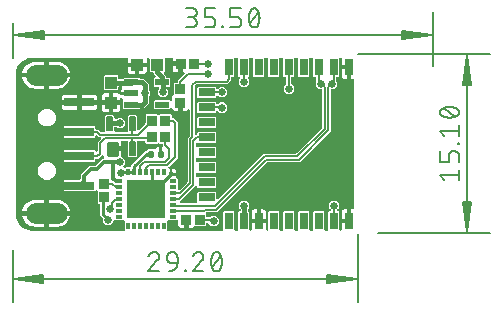
<source format=gbr>
G04 EAGLE Gerber RS-274X export*
G75*
%MOMM*%
%FSLAX34Y34*%
%LPD*%
%INTop Copper*%
%IPPOS*%
%AMOC8*
5,1,8,0,0,1.08239X$1,22.5*%
G01*
%ADD10C,0.130000*%
%ADD11C,0.152400*%
%ADD12R,0.300000X0.600000*%
%ADD13R,0.600000X0.300000*%
%ADD14R,3.300000X3.300000*%
%ADD15R,0.435000X0.435000*%
%ADD16R,1.200000X0.550000*%
%ADD17R,1.000000X1.100000*%
%ADD18R,1.100000X1.000000*%
%ADD19R,0.900000X0.850000*%
%ADD20R,0.711200X1.422400*%
%ADD21R,1.422400X0.711200*%
%ADD22C,0.247500*%
%ADD23C,0.147500*%
%ADD24R,0.850000X0.900000*%
%ADD25C,0.270000*%
%ADD26R,2.500000X0.800000*%
%ADD27C,1.778000*%
%ADD28C,0.656400*%
%ADD29C,0.254000*%
%ADD30C,0.304800*%
%ADD31C,0.406400*%
%ADD32C,0.200000*%

G36*
X174344Y-228D02*
X174344Y-228D01*
X174408Y-229D01*
X174483Y-208D01*
X174559Y-197D01*
X174618Y-171D01*
X174680Y-154D01*
X174746Y-113D01*
X174816Y-81D01*
X174865Y-40D01*
X174920Y-6D01*
X174972Y52D01*
X175030Y102D01*
X175066Y156D01*
X175109Y204D01*
X175142Y273D01*
X175185Y338D01*
X175204Y400D01*
X175232Y457D01*
X175242Y527D01*
X175257Y574D01*
X175267Y608D01*
X175268Y693D01*
X175279Y762D01*
X175279Y6980D01*
X175267Y7065D01*
X175265Y7150D01*
X175247Y7204D01*
X175239Y7260D01*
X175204Y7337D01*
X175178Y7419D01*
X175146Y7465D01*
X175123Y7516D01*
X175068Y7581D01*
X175020Y7652D01*
X174979Y7685D01*
X174940Y7731D01*
X174846Y7792D01*
X174780Y7846D01*
X174736Y7871D01*
X174263Y8344D01*
X174238Y8388D01*
X174185Y8455D01*
X174140Y8528D01*
X174098Y8565D01*
X174064Y8610D01*
X173994Y8659D01*
X173931Y8717D01*
X173880Y8741D01*
X173834Y8774D01*
X173754Y8802D01*
X173677Y8840D01*
X173625Y8848D01*
X173568Y8868D01*
X173457Y8874D01*
X173372Y8887D01*
X166298Y8887D01*
X166234Y8878D01*
X166170Y8879D01*
X166095Y8858D01*
X166019Y8847D01*
X165960Y8821D01*
X165898Y8804D01*
X165832Y8763D01*
X165762Y8731D01*
X165713Y8690D01*
X165658Y8656D01*
X165606Y8598D01*
X165548Y8548D01*
X165512Y8494D01*
X165469Y8446D01*
X165436Y8377D01*
X165393Y8312D01*
X165374Y8250D01*
X165346Y8193D01*
X165335Y8123D01*
X165311Y8042D01*
X165310Y7957D01*
X165299Y7888D01*
X165299Y7219D01*
X162781Y4701D01*
X159219Y4701D01*
X156701Y7219D01*
X156701Y9651D01*
X156688Y9746D01*
X156683Y9842D01*
X156668Y9885D01*
X156661Y9930D01*
X156622Y10018D01*
X156590Y10108D01*
X156565Y10143D01*
X156545Y10187D01*
X156462Y10284D01*
X156409Y10357D01*
X154145Y12621D01*
X154145Y20453D01*
X154158Y20487D01*
X154165Y20577D01*
X154170Y20593D01*
X154170Y20631D01*
X154182Y20704D01*
X154182Y21760D01*
X154173Y21822D01*
X154174Y21874D01*
X154173Y21875D01*
X154174Y21888D01*
X154153Y21963D01*
X154142Y22039D01*
X154116Y22098D01*
X154098Y22160D01*
X154058Y22226D01*
X154026Y22296D01*
X153984Y22345D01*
X153950Y22400D01*
X153893Y22452D01*
X153842Y22510D01*
X153789Y22546D01*
X153741Y22589D01*
X153671Y22622D01*
X153606Y22665D01*
X153545Y22684D01*
X153487Y22712D01*
X153418Y22723D01*
X153337Y22747D01*
X153252Y22748D01*
X153183Y22759D01*
X152547Y22759D01*
X151952Y23355D01*
X151952Y33102D01*
X151947Y33134D01*
X151950Y33166D01*
X151927Y33273D01*
X151912Y33381D01*
X151899Y33410D01*
X151892Y33442D01*
X151841Y33538D01*
X151796Y33638D01*
X151775Y33662D01*
X151760Y33691D01*
X151683Y33769D01*
X151612Y33852D01*
X151585Y33870D01*
X151563Y33893D01*
X151468Y33947D01*
X151376Y34007D01*
X151346Y34016D01*
X151318Y34032D01*
X151211Y34057D01*
X151107Y34089D01*
X151075Y34089D01*
X151043Y34097D01*
X150934Y34091D01*
X150825Y34093D01*
X150794Y34084D01*
X150761Y34082D01*
X150658Y34047D01*
X150553Y34017D01*
X150525Y34000D01*
X150495Y33990D01*
X150422Y33937D01*
X150313Y33869D01*
X150280Y33833D01*
X150246Y33808D01*
X149421Y32983D01*
X123579Y32983D01*
X122983Y33579D01*
X122983Y42421D01*
X123579Y43017D01*
X136460Y43017D01*
X136524Y43026D01*
X136588Y43025D01*
X136663Y43046D01*
X136739Y43057D01*
X136798Y43083D01*
X136860Y43100D01*
X136926Y43141D01*
X136996Y43173D01*
X137045Y43215D01*
X137100Y43248D01*
X137152Y43306D01*
X137210Y43356D01*
X137246Y43410D01*
X137289Y43458D01*
X137322Y43527D01*
X137365Y43592D01*
X137384Y43654D01*
X137412Y43711D01*
X137423Y43781D01*
X137447Y43862D01*
X137448Y43947D01*
X137459Y44016D01*
X137459Y47052D01*
X143167Y52760D01*
X144948Y54541D01*
X149534Y54541D01*
X149629Y54554D01*
X149725Y54559D01*
X149768Y54574D01*
X149813Y54581D01*
X149900Y54620D01*
X149991Y54652D01*
X150026Y54677D01*
X150070Y54697D01*
X150167Y54780D01*
X150240Y54833D01*
X155948Y60541D01*
X156478Y60541D01*
X156521Y60547D01*
X156564Y60544D01*
X156660Y60567D01*
X156758Y60581D01*
X156797Y60598D01*
X156839Y60608D01*
X156925Y60656D01*
X157015Y60697D01*
X157047Y60725D01*
X157085Y60746D01*
X157154Y60816D01*
X157229Y60880D01*
X157252Y60916D01*
X157282Y60947D01*
X157329Y61033D01*
X157383Y61116D01*
X157396Y61157D01*
X157416Y61195D01*
X157437Y61291D01*
X157466Y61386D01*
X157466Y61429D01*
X157475Y61471D01*
X157468Y61569D01*
X157469Y61668D01*
X157458Y61709D01*
X157455Y61752D01*
X157424Y61832D01*
X157394Y61940D01*
X157363Y61991D01*
X157344Y62040D01*
X156917Y62779D01*
X156882Y62910D01*
X156865Y62949D01*
X156856Y62991D01*
X156810Y63078D01*
X156771Y63169D01*
X156744Y63202D01*
X156724Y63240D01*
X156655Y63311D01*
X156592Y63387D01*
X156557Y63412D01*
X156527Y63442D01*
X156441Y63491D01*
X156360Y63547D01*
X156319Y63560D01*
X156281Y63581D01*
X156185Y63604D01*
X156092Y63635D01*
X156049Y63637D01*
X156007Y63646D01*
X155908Y63641D01*
X155810Y63645D01*
X155768Y63634D01*
X155725Y63632D01*
X155632Y63600D01*
X155537Y63575D01*
X155500Y63554D01*
X155459Y63540D01*
X155390Y63489D01*
X155293Y63432D01*
X155252Y63389D01*
X155210Y63358D01*
X152565Y60713D01*
X151016Y60713D01*
X150952Y60704D01*
X150888Y60705D01*
X150813Y60684D01*
X150737Y60673D01*
X150678Y60647D01*
X150616Y60630D01*
X150550Y60589D01*
X150480Y60557D01*
X150431Y60515D01*
X150376Y60482D01*
X150324Y60424D01*
X150266Y60374D01*
X150230Y60320D01*
X150187Y60272D01*
X150154Y60203D01*
X150111Y60138D01*
X150092Y60076D01*
X150064Y60019D01*
X150053Y59949D01*
X150029Y59868D01*
X150028Y59783D01*
X150017Y59714D01*
X150017Y58309D01*
X149421Y57713D01*
X123579Y57713D01*
X122983Y58309D01*
X122983Y67151D01*
X123579Y67747D01*
X149421Y67747D01*
X150277Y66890D01*
X150303Y66871D01*
X150324Y66847D01*
X150416Y66787D01*
X150503Y66721D01*
X150533Y66710D01*
X150560Y66692D01*
X150665Y66660D01*
X150767Y66622D01*
X150799Y66619D01*
X150830Y66610D01*
X150939Y66608D01*
X151048Y66600D01*
X151080Y66606D01*
X151112Y66606D01*
X151217Y66635D01*
X151324Y66657D01*
X151353Y66673D01*
X151384Y66681D01*
X151477Y66739D01*
X151573Y66790D01*
X151596Y66812D01*
X151624Y66829D01*
X151697Y66910D01*
X151775Y66987D01*
X151791Y67015D01*
X151813Y67039D01*
X151860Y67137D01*
X151914Y67232D01*
X151922Y67263D01*
X151936Y67292D01*
X151950Y67382D01*
X151979Y67506D01*
X151977Y67555D01*
X151983Y67597D01*
X151983Y74835D01*
X153457Y76309D01*
X154425Y77277D01*
X154445Y77303D01*
X154469Y77324D01*
X154529Y77416D01*
X154595Y77503D01*
X154606Y77533D01*
X154624Y77560D01*
X154656Y77664D01*
X154694Y77767D01*
X154697Y77799D01*
X154706Y77830D01*
X154708Y77939D01*
X154716Y78048D01*
X154709Y78080D01*
X154710Y78112D01*
X154681Y78217D01*
X154658Y78324D01*
X154643Y78353D01*
X154635Y78384D01*
X154577Y78477D01*
X154526Y78573D01*
X154503Y78596D01*
X154486Y78624D01*
X154406Y78697D01*
X154329Y78775D01*
X154301Y78791D01*
X154277Y78813D01*
X154179Y78860D01*
X154084Y78914D01*
X154052Y78922D01*
X154023Y78936D01*
X153934Y78950D01*
X153809Y78979D01*
X153761Y78977D01*
X153719Y78983D01*
X153165Y78983D01*
X151723Y80425D01*
X151697Y80445D01*
X151676Y80469D01*
X151616Y80509D01*
X151590Y80531D01*
X151564Y80544D01*
X151497Y80595D01*
X151467Y80606D01*
X151440Y80624D01*
X151335Y80656D01*
X151233Y80694D01*
X151201Y80697D01*
X151170Y80706D01*
X151061Y80708D01*
X150952Y80716D01*
X150920Y80709D01*
X150888Y80710D01*
X150783Y80681D01*
X150676Y80658D01*
X150647Y80643D01*
X150616Y80635D01*
X150523Y80577D01*
X150427Y80526D01*
X150404Y80503D01*
X150376Y80486D01*
X150303Y80405D01*
X150225Y80329D01*
X150209Y80301D01*
X150187Y80277D01*
X150140Y80179D01*
X150086Y80084D01*
X150078Y80052D01*
X150064Y80023D01*
X150050Y79934D01*
X150044Y79906D01*
X150029Y79857D01*
X150029Y79842D01*
X150021Y79809D01*
X150023Y79761D01*
X150017Y79719D01*
X150017Y78849D01*
X149421Y78253D01*
X123579Y78253D01*
X122983Y78849D01*
X122983Y87691D01*
X123579Y88287D01*
X149421Y88287D01*
X150017Y87691D01*
X150017Y86286D01*
X150026Y86222D01*
X150025Y86158D01*
X150046Y86083D01*
X150057Y86007D01*
X150083Y85948D01*
X150100Y85886D01*
X150141Y85820D01*
X150173Y85750D01*
X150215Y85701D01*
X150248Y85646D01*
X150306Y85594D01*
X150356Y85536D01*
X150410Y85500D01*
X150458Y85457D01*
X150527Y85424D01*
X150592Y85381D01*
X150654Y85362D01*
X150711Y85334D01*
X150781Y85323D01*
X150862Y85299D01*
X150947Y85298D01*
X151016Y85287D01*
X152565Y85287D01*
X154543Y83309D01*
X154619Y83252D01*
X154691Y83187D01*
X154732Y83167D01*
X154768Y83140D01*
X154858Y83106D01*
X154945Y83064D01*
X154987Y83058D01*
X155032Y83041D01*
X155160Y83031D01*
X155249Y83017D01*
X157184Y83017D01*
X157248Y83026D01*
X157312Y83025D01*
X157387Y83046D01*
X157463Y83057D01*
X157522Y83083D01*
X157584Y83100D01*
X157650Y83141D01*
X157720Y83173D01*
X157769Y83215D01*
X157824Y83248D01*
X157876Y83306D01*
X157934Y83356D01*
X157970Y83410D01*
X158013Y83458D01*
X158046Y83527D01*
X158089Y83592D01*
X158108Y83654D01*
X158136Y83711D01*
X158147Y83781D01*
X158171Y83862D01*
X158172Y83947D01*
X158183Y84016D01*
X158183Y96489D01*
X159211Y97517D01*
X165089Y97517D01*
X166117Y96489D01*
X166117Y95048D01*
X166126Y94984D01*
X166125Y94920D01*
X166146Y94845D01*
X166157Y94769D01*
X166183Y94710D01*
X166200Y94648D01*
X166241Y94582D01*
X166273Y94512D01*
X166315Y94463D01*
X166348Y94408D01*
X166406Y94356D01*
X166456Y94298D01*
X166510Y94262D01*
X166558Y94219D01*
X166627Y94186D01*
X166692Y94143D01*
X166754Y94124D01*
X166811Y94096D01*
X166881Y94085D01*
X166962Y94061D01*
X167047Y94060D01*
X167116Y94049D01*
X167555Y94049D01*
X167650Y94062D01*
X167747Y94067D01*
X167790Y94082D01*
X167835Y94089D01*
X167922Y94128D01*
X168013Y94160D01*
X168047Y94185D01*
X168092Y94205D01*
X168189Y94288D01*
X168262Y94341D01*
X169219Y95299D01*
X172781Y95299D01*
X175299Y92781D01*
X175299Y89219D01*
X172781Y86701D01*
X169219Y86701D01*
X168262Y87659D01*
X168185Y87716D01*
X168114Y87781D01*
X168073Y87801D01*
X168036Y87828D01*
X167946Y87862D01*
X167860Y87904D01*
X167818Y87910D01*
X167773Y87927D01*
X167645Y87937D01*
X167555Y87951D01*
X167116Y87951D01*
X167052Y87942D01*
X166988Y87943D01*
X166913Y87922D01*
X166837Y87911D01*
X166778Y87885D01*
X166716Y87868D01*
X166650Y87827D01*
X166580Y87795D01*
X166531Y87753D01*
X166476Y87720D01*
X166424Y87662D01*
X166366Y87612D01*
X166330Y87558D01*
X166287Y87510D01*
X166254Y87441D01*
X166211Y87376D01*
X166192Y87314D01*
X166164Y87257D01*
X166153Y87187D01*
X166129Y87106D01*
X166128Y87021D01*
X166117Y86952D01*
X166117Y84016D01*
X166126Y83952D01*
X166125Y83888D01*
X166146Y83813D01*
X166157Y83737D01*
X166183Y83678D01*
X166200Y83616D01*
X166241Y83550D01*
X166273Y83480D01*
X166315Y83431D01*
X166348Y83376D01*
X166406Y83324D01*
X166456Y83266D01*
X166510Y83230D01*
X166558Y83187D01*
X166627Y83154D01*
X166692Y83111D01*
X166754Y83092D01*
X166811Y83064D01*
X166881Y83053D01*
X166962Y83029D01*
X167047Y83028D01*
X167116Y83017D01*
X176384Y83017D01*
X176448Y83026D01*
X176512Y83025D01*
X176587Y83046D01*
X176663Y83057D01*
X176722Y83083D01*
X176784Y83100D01*
X176850Y83141D01*
X176920Y83173D01*
X176969Y83215D01*
X177024Y83248D01*
X177076Y83306D01*
X177134Y83356D01*
X177170Y83410D01*
X177213Y83458D01*
X177246Y83527D01*
X177289Y83592D01*
X177308Y83654D01*
X177336Y83711D01*
X177347Y83781D01*
X177371Y83862D01*
X177372Y83947D01*
X177383Y84016D01*
X177383Y96489D01*
X178411Y97517D01*
X184289Y97517D01*
X185317Y96489D01*
X185317Y85681D01*
X185321Y85649D01*
X185319Y85617D01*
X185325Y85587D01*
X185325Y85570D01*
X185340Y85517D01*
X185341Y85510D01*
X185357Y85402D01*
X185370Y85373D01*
X185376Y85341D01*
X185428Y85245D01*
X185473Y85145D01*
X185494Y85121D01*
X185509Y85092D01*
X185585Y85014D01*
X185656Y84931D01*
X185683Y84913D01*
X185706Y84890D01*
X185801Y84836D01*
X185892Y84776D01*
X185923Y84767D01*
X185951Y84751D01*
X186058Y84726D01*
X186162Y84694D01*
X186194Y84693D01*
X186225Y84686D01*
X186335Y84692D01*
X186444Y84690D01*
X186475Y84699D01*
X186507Y84700D01*
X186610Y84736D01*
X186716Y84765D01*
X186743Y84782D01*
X186774Y84793D01*
X186842Y84843D01*
X186869Y84855D01*
X186891Y84873D01*
X186956Y84914D01*
X186988Y84950D01*
X187023Y84975D01*
X192141Y90093D01*
X192198Y90170D01*
X192263Y90241D01*
X192283Y90282D01*
X192310Y90318D01*
X192344Y90408D01*
X192386Y90495D01*
X192392Y90537D01*
X192409Y90582D01*
X192419Y90710D01*
X192433Y90799D01*
X192433Y97721D01*
X193029Y98317D01*
X202371Y98317D01*
X202793Y97894D01*
X202845Y97856D01*
X202890Y97810D01*
X202957Y97772D01*
X203019Y97725D01*
X203079Y97703D01*
X203135Y97671D01*
X203210Y97653D01*
X203283Y97626D01*
X203347Y97621D01*
X203409Y97606D01*
X203487Y97610D01*
X203564Y97604D01*
X203627Y97617D01*
X203691Y97620D01*
X203764Y97646D01*
X203840Y97661D01*
X203897Y97692D01*
X203958Y97713D01*
X204014Y97754D01*
X204089Y97794D01*
X204150Y97853D01*
X204207Y97894D01*
X204629Y98317D01*
X213971Y98317D01*
X214567Y97721D01*
X214567Y95816D01*
X214576Y95752D01*
X214575Y95688D01*
X214596Y95613D01*
X214607Y95537D01*
X214633Y95478D01*
X214650Y95416D01*
X214691Y95350D01*
X214723Y95280D01*
X214765Y95231D01*
X214798Y95176D01*
X214856Y95124D01*
X214906Y95066D01*
X214960Y95030D01*
X215008Y94987D01*
X215077Y94954D01*
X215142Y94911D01*
X215204Y94892D01*
X215261Y94864D01*
X215331Y94853D01*
X215412Y94829D01*
X215497Y94828D01*
X215566Y94817D01*
X216235Y94817D01*
X219615Y91437D01*
X219615Y61370D01*
X218141Y59896D01*
X212095Y53851D01*
X212076Y53825D01*
X212051Y53804D01*
X211991Y53712D01*
X211926Y53625D01*
X211915Y53595D01*
X211897Y53568D01*
X211865Y53463D01*
X211826Y53361D01*
X211824Y53329D01*
X211815Y53298D01*
X211813Y53189D01*
X211805Y53080D01*
X211811Y53048D01*
X211811Y53016D01*
X211840Y52911D01*
X211862Y52804D01*
X211877Y52775D01*
X211886Y52744D01*
X211943Y52651D01*
X211995Y52555D01*
X212017Y52532D01*
X212034Y52504D01*
X212115Y52431D01*
X212191Y52353D01*
X212219Y52337D01*
X212243Y52315D01*
X212342Y52268D01*
X212437Y52214D01*
X212468Y52206D01*
X212497Y52192D01*
X212586Y52178D01*
X212711Y52149D01*
X212734Y52150D01*
X212734Y47517D01*
X212743Y47453D01*
X212742Y47389D01*
X212763Y47314D01*
X212774Y47238D01*
X212800Y47179D01*
X212818Y47117D01*
X212858Y47051D01*
X212890Y46981D01*
X212932Y46932D01*
X212966Y46877D01*
X213023Y46825D01*
X213074Y46766D01*
X213120Y46736D01*
X213141Y46702D01*
X213198Y46650D01*
X213249Y46591D01*
X213303Y46556D01*
X213350Y46513D01*
X213420Y46479D01*
X213485Y46437D01*
X213546Y46418D01*
X213604Y46390D01*
X213673Y46379D01*
X213755Y46354D01*
X213839Y46353D01*
X213909Y46342D01*
X218537Y46342D01*
X218537Y44920D01*
X218546Y44856D01*
X218545Y44792D01*
X218566Y44717D01*
X218576Y44641D01*
X218603Y44582D01*
X218620Y44520D01*
X218661Y44454D01*
X218693Y44384D01*
X218734Y44335D01*
X218768Y44280D01*
X218826Y44228D01*
X218876Y44170D01*
X218930Y44134D01*
X218978Y44091D01*
X219047Y44058D01*
X219112Y44015D01*
X219127Y44010D01*
X219813Y43325D01*
X219813Y39440D01*
X219771Y39385D01*
X219748Y39325D01*
X219717Y39269D01*
X219699Y39194D01*
X219672Y39121D01*
X219667Y39057D01*
X219652Y38994D01*
X219656Y38917D01*
X219650Y38840D01*
X219663Y38777D01*
X219666Y38713D01*
X219692Y38640D01*
X219707Y38564D01*
X219738Y38507D01*
X219759Y38446D01*
X219800Y38390D01*
X219813Y38366D01*
X219813Y35077D01*
X219817Y35045D01*
X219815Y35013D01*
X219837Y34906D01*
X219852Y34798D01*
X219866Y34769D01*
X219872Y34737D01*
X219924Y34641D01*
X219969Y34541D01*
X219990Y34516D01*
X220005Y34488D01*
X220081Y34410D01*
X220152Y34327D01*
X220179Y34309D01*
X220202Y34286D01*
X220297Y34232D01*
X220388Y34172D01*
X220419Y34163D01*
X220447Y34147D01*
X220553Y34122D01*
X220658Y34090D01*
X220690Y34089D01*
X220721Y34082D01*
X220831Y34088D01*
X220940Y34086D01*
X220971Y34095D01*
X221003Y34096D01*
X221106Y34132D01*
X221212Y34161D01*
X221239Y34178D01*
X221270Y34189D01*
X221343Y34242D01*
X221452Y34309D01*
X221484Y34345D01*
X221519Y34371D01*
X227691Y40543D01*
X227748Y40620D01*
X227813Y40691D01*
X227833Y40732D01*
X227860Y40768D01*
X227894Y40858D01*
X227936Y40945D01*
X227942Y40987D01*
X227959Y41032D01*
X227969Y41160D01*
X227983Y41249D01*
X227983Y78069D01*
X229691Y79776D01*
X229748Y79853D01*
X229813Y79924D01*
X229833Y79965D01*
X229860Y80002D01*
X229894Y80092D01*
X229936Y80178D01*
X229942Y80220D01*
X229959Y80265D01*
X229969Y80393D01*
X229983Y80483D01*
X229983Y101428D01*
X229979Y101460D01*
X229981Y101492D01*
X229959Y101599D01*
X229943Y101707D01*
X229930Y101736D01*
X229924Y101768D01*
X229872Y101865D01*
X229827Y101964D01*
X229806Y101988D01*
X229791Y102017D01*
X229715Y102095D01*
X229644Y102178D01*
X229617Y102196D01*
X229594Y102219D01*
X229499Y102273D01*
X229408Y102333D01*
X229377Y102342D01*
X229349Y102358D01*
X229243Y102383D01*
X229138Y102415D01*
X229106Y102415D01*
X229074Y102423D01*
X228965Y102417D01*
X228856Y102419D01*
X228825Y102410D01*
X228793Y102409D01*
X228690Y102373D01*
X228584Y102344D01*
X228557Y102327D01*
X228526Y102316D01*
X228453Y102263D01*
X228344Y102195D01*
X228312Y102159D01*
X228277Y102134D01*
X228060Y101917D01*
X227481Y101582D01*
X226835Y101409D01*
X223999Y101409D01*
X223999Y107200D01*
X223990Y107264D01*
X223991Y107328D01*
X223970Y107402D01*
X223959Y107479D01*
X223933Y107538D01*
X223916Y107600D01*
X223875Y107666D01*
X223843Y107736D01*
X223801Y107785D01*
X223768Y107840D01*
X223710Y107891D01*
X223660Y107950D01*
X223606Y107986D01*
X223558Y108029D01*
X223489Y108062D01*
X223424Y108105D01*
X223362Y108124D01*
X223305Y108152D01*
X223235Y108162D01*
X223154Y108187D01*
X223069Y108188D01*
X223000Y108199D01*
X221000Y108199D01*
X220936Y108190D01*
X220872Y108191D01*
X220797Y108170D01*
X220721Y108159D01*
X220662Y108133D01*
X220600Y108116D01*
X220534Y108075D01*
X220464Y108043D01*
X220415Y108001D01*
X220360Y107968D01*
X220308Y107910D01*
X220250Y107860D01*
X220214Y107806D01*
X220171Y107758D01*
X220138Y107689D01*
X220095Y107624D01*
X220076Y107562D01*
X220048Y107504D01*
X220038Y107435D01*
X220013Y107354D01*
X220012Y107269D01*
X220001Y107200D01*
X220001Y101409D01*
X217165Y101409D01*
X216519Y101582D01*
X215940Y101917D01*
X215467Y102390D01*
X215081Y103059D01*
X215045Y103143D01*
X215017Y103177D01*
X214997Y103215D01*
X214929Y103285D01*
X214866Y103361D01*
X214830Y103386D01*
X214800Y103417D01*
X214715Y103465D01*
X214634Y103521D01*
X214593Y103534D01*
X214555Y103556D01*
X214459Y103578D01*
X214366Y103609D01*
X214323Y103611D01*
X214281Y103621D01*
X214182Y103616D01*
X214084Y103619D01*
X214042Y103609D01*
X213999Y103606D01*
X213906Y103574D01*
X213810Y103550D01*
X213773Y103528D01*
X213732Y103514D01*
X213664Y103464D01*
X213567Y103407D01*
X213526Y103363D01*
X213483Y103332D01*
X212891Y102740D01*
X200049Y102740D01*
X199453Y103335D01*
X199453Y109677D01*
X200049Y110273D01*
X212891Y110273D01*
X213253Y109910D01*
X213279Y109891D01*
X213300Y109867D01*
X213392Y109807D01*
X213479Y109741D01*
X213509Y109730D01*
X213536Y109712D01*
X213641Y109680D01*
X213743Y109642D01*
X213775Y109639D01*
X213806Y109630D01*
X213915Y109628D01*
X214024Y109620D01*
X214056Y109626D01*
X214088Y109626D01*
X214193Y109655D01*
X214300Y109677D01*
X214329Y109693D01*
X214360Y109701D01*
X214453Y109759D01*
X214549Y109810D01*
X214572Y109832D01*
X214600Y109849D01*
X214673Y109930D01*
X214751Y110007D01*
X214767Y110035D01*
X214789Y110059D01*
X214836Y110157D01*
X214890Y110252D01*
X214898Y110283D01*
X214912Y110312D01*
X214926Y110402D01*
X214955Y110526D01*
X214953Y110575D01*
X214959Y110617D01*
X214959Y112785D01*
X215132Y113431D01*
X215467Y114010D01*
X215940Y114483D01*
X215984Y114508D01*
X216051Y114561D01*
X216124Y114606D01*
X216161Y114648D01*
X216206Y114682D01*
X216255Y114752D01*
X216313Y114815D01*
X216337Y114866D01*
X216370Y114912D01*
X216398Y114992D01*
X216436Y115069D01*
X216444Y115121D01*
X216464Y115177D01*
X216470Y115289D01*
X216483Y115374D01*
X216483Y124471D01*
X217079Y125067D01*
X218984Y125067D01*
X219048Y125076D01*
X219112Y125075D01*
X219187Y125096D01*
X219263Y125107D01*
X219322Y125133D01*
X219384Y125150D01*
X219450Y125191D01*
X219520Y125223D01*
X219569Y125265D01*
X219624Y125298D01*
X219676Y125356D01*
X219734Y125406D01*
X219770Y125460D01*
X219813Y125508D01*
X219846Y125577D01*
X219889Y125642D01*
X219908Y125704D01*
X219936Y125761D01*
X219947Y125831D01*
X219971Y125912D01*
X219972Y125997D01*
X219983Y126066D01*
X219983Y126835D01*
X225401Y132253D01*
X225421Y132279D01*
X225445Y132300D01*
X225505Y132392D01*
X225571Y132479D01*
X225582Y132509D01*
X225600Y132536D01*
X225632Y132641D01*
X225670Y132743D01*
X225673Y132775D01*
X225682Y132806D01*
X225684Y132915D01*
X225692Y133024D01*
X225685Y133056D01*
X225686Y133088D01*
X225657Y133193D01*
X225634Y133300D01*
X225619Y133329D01*
X225611Y133360D01*
X225553Y133453D01*
X225502Y133549D01*
X225479Y133572D01*
X225462Y133600D01*
X225381Y133673D01*
X225305Y133751D01*
X225277Y133767D01*
X225253Y133789D01*
X225155Y133836D01*
X225060Y133890D01*
X225028Y133898D01*
X224999Y133912D01*
X224910Y133926D01*
X224785Y133955D01*
X224737Y133953D01*
X224695Y133959D01*
X224199Y133959D01*
X224199Y140000D01*
X224190Y140064D01*
X224191Y140128D01*
X224170Y140202D01*
X224159Y140279D01*
X224133Y140338D01*
X224116Y140400D01*
X224075Y140466D01*
X224043Y140536D01*
X224001Y140585D01*
X223968Y140640D01*
X223910Y140691D01*
X223860Y140750D01*
X223806Y140786D01*
X223758Y140829D01*
X223689Y140862D01*
X223624Y140905D01*
X223562Y140924D01*
X223505Y140952D01*
X223435Y140962D01*
X223354Y140987D01*
X223269Y140988D01*
X223200Y140999D01*
X222199Y140999D01*
X222199Y142000D01*
X222190Y142064D01*
X222191Y142128D01*
X222170Y142203D01*
X222159Y142279D01*
X222133Y142338D01*
X222116Y142400D01*
X222075Y142466D01*
X222043Y142536D01*
X222001Y142585D01*
X221968Y142640D01*
X221910Y142692D01*
X221860Y142750D01*
X221806Y142786D01*
X221758Y142829D01*
X221689Y142862D01*
X221624Y142905D01*
X221562Y142924D01*
X221504Y142952D01*
X221435Y142962D01*
X221354Y142987D01*
X221269Y142988D01*
X221200Y142999D01*
X215409Y142999D01*
X215409Y145238D01*
X215400Y145302D01*
X215401Y145366D01*
X215380Y145441D01*
X215369Y145517D01*
X215343Y145576D01*
X215326Y145638D01*
X215285Y145704D01*
X215253Y145774D01*
X215211Y145823D01*
X215178Y145878D01*
X215120Y145930D01*
X215070Y145988D01*
X215016Y146024D01*
X214968Y146067D01*
X214899Y146100D01*
X214834Y146143D01*
X214772Y146162D01*
X214715Y146190D01*
X214645Y146201D01*
X214564Y146225D01*
X214479Y146226D01*
X214410Y146237D01*
X209822Y146237D01*
X209759Y146228D01*
X209694Y146229D01*
X209620Y146208D01*
X209543Y146197D01*
X209485Y146171D01*
X209423Y146154D01*
X209357Y146113D01*
X209286Y146081D01*
X209237Y146039D01*
X209183Y146006D01*
X209131Y145948D01*
X209072Y145898D01*
X209037Y145844D01*
X208994Y145796D01*
X208960Y145727D01*
X208917Y145662D01*
X208899Y145600D01*
X208871Y145543D01*
X208860Y145473D01*
X208835Y145392D01*
X208834Y145307D01*
X208823Y145238D01*
X208823Y134523D01*
X208013Y133712D01*
X207974Y133661D01*
X207928Y133616D01*
X207890Y133549D01*
X207843Y133487D01*
X207821Y133426D01*
X207789Y133371D01*
X207771Y133295D01*
X207744Y133223D01*
X207739Y133159D01*
X207724Y133096D01*
X207728Y133019D01*
X207722Y132942D01*
X207735Y132879D01*
X207738Y132814D01*
X207764Y132741D01*
X207780Y132665D01*
X207810Y132609D01*
X207831Y132548D01*
X207872Y132491D01*
X207912Y132416D01*
X207971Y132356D01*
X208013Y132299D01*
X209518Y130793D01*
X209518Y130272D01*
X209528Y130209D01*
X209527Y130144D01*
X209547Y130070D01*
X209558Y129993D01*
X209585Y129935D01*
X209602Y129873D01*
X209643Y129807D01*
X209675Y129736D01*
X209716Y129687D01*
X209750Y129633D01*
X209808Y129581D01*
X209858Y129522D01*
X209912Y129487D01*
X209959Y129444D01*
X210029Y129410D01*
X210094Y129367D01*
X210155Y129349D01*
X210213Y129321D01*
X210283Y129310D01*
X210364Y129285D01*
X210448Y129284D01*
X210518Y129273D01*
X212891Y129273D01*
X213486Y128677D01*
X213486Y122335D01*
X212891Y121740D01*
X211048Y121740D01*
X210984Y121730D01*
X210920Y121731D01*
X210845Y121711D01*
X210769Y121700D01*
X210710Y121673D01*
X210648Y121656D01*
X210582Y121615D01*
X210512Y121583D01*
X210463Y121542D01*
X210408Y121508D01*
X210356Y121450D01*
X210298Y121400D01*
X210262Y121346D01*
X210219Y121299D01*
X210186Y121229D01*
X210143Y121164D01*
X210124Y121103D01*
X210096Y121045D01*
X210085Y120975D01*
X210061Y120894D01*
X210060Y120810D01*
X210049Y120740D01*
X210049Y120445D01*
X210062Y120350D01*
X210067Y120253D01*
X210082Y120210D01*
X210089Y120165D01*
X210128Y120078D01*
X210160Y119987D01*
X210185Y119953D01*
X210205Y119908D01*
X210288Y119811D01*
X210341Y119738D01*
X211299Y118781D01*
X211299Y115219D01*
X208781Y112701D01*
X205219Y112701D01*
X202701Y115219D01*
X202701Y118781D01*
X203659Y119738D01*
X203716Y119815D01*
X203781Y119886D01*
X203801Y119927D01*
X203828Y119964D01*
X203862Y120054D01*
X203904Y120140D01*
X203910Y120182D01*
X203927Y120227D01*
X203937Y120355D01*
X203951Y120445D01*
X203951Y120740D01*
X203943Y120798D01*
X203943Y120800D01*
X203942Y120802D01*
X203942Y120804D01*
X203943Y120868D01*
X203922Y120943D01*
X203911Y121019D01*
X203885Y121078D01*
X203868Y121140D01*
X203827Y121206D01*
X203795Y121276D01*
X203753Y121325D01*
X203720Y121380D01*
X203662Y121432D01*
X203612Y121491D01*
X203558Y121526D01*
X203510Y121569D01*
X203441Y121603D01*
X203376Y121645D01*
X203314Y121664D01*
X203257Y121692D01*
X203187Y121703D01*
X203106Y121728D01*
X203021Y121729D01*
X202952Y121740D01*
X200049Y121740D01*
X199453Y122335D01*
X199453Y128677D01*
X200052Y129276D01*
X200067Y129275D01*
X200174Y129297D01*
X200282Y129313D01*
X200312Y129326D01*
X200343Y129333D01*
X200440Y129384D01*
X200539Y129429D01*
X200564Y129450D01*
X200592Y129465D01*
X200670Y129541D01*
X200754Y129612D01*
X200771Y129639D01*
X200794Y129662D01*
X200848Y129757D01*
X200908Y129848D01*
X200917Y129879D01*
X200933Y129907D01*
X200958Y130014D01*
X200990Y130118D01*
X200991Y130150D01*
X200998Y130182D01*
X200993Y130291D01*
X200994Y130400D01*
X200986Y130431D01*
X200984Y130463D01*
X200948Y130566D01*
X200919Y130672D01*
X200902Y130699D01*
X200891Y130730D01*
X200838Y130803D01*
X200771Y130912D01*
X200735Y130944D01*
X200710Y130979D01*
X199258Y132431D01*
X199258Y132928D01*
X199248Y132991D01*
X199249Y133056D01*
X199229Y133130D01*
X199218Y133207D01*
X199191Y133265D01*
X199174Y133327D01*
X199133Y133393D01*
X199101Y133464D01*
X199060Y133513D01*
X199026Y133567D01*
X198968Y133619D01*
X198918Y133678D01*
X198864Y133713D01*
X198817Y133756D01*
X198747Y133790D01*
X198682Y133833D01*
X198621Y133851D01*
X198563Y133879D01*
X198493Y133890D01*
X198412Y133915D01*
X198328Y133916D01*
X198258Y133927D01*
X196385Y133927D01*
X195790Y134523D01*
X195790Y145238D01*
X195780Y145302D01*
X195781Y145366D01*
X195761Y145441D01*
X195750Y145517D01*
X195723Y145576D01*
X195706Y145638D01*
X195665Y145704D01*
X195633Y145774D01*
X195592Y145823D01*
X195558Y145878D01*
X195500Y145930D01*
X195450Y145988D01*
X195396Y146024D01*
X195349Y146067D01*
X195279Y146100D01*
X195214Y146143D01*
X195153Y146162D01*
X195095Y146190D01*
X195025Y146201D01*
X194944Y146225D01*
X194860Y146226D01*
X194790Y146237D01*
X194346Y146237D01*
X194283Y146228D01*
X194218Y146229D01*
X194144Y146208D01*
X194067Y146197D01*
X194009Y146171D01*
X193947Y146154D01*
X193881Y146113D01*
X193810Y146081D01*
X193761Y146039D01*
X193707Y146006D01*
X193655Y145948D01*
X193596Y145898D01*
X193561Y145844D01*
X193518Y145796D01*
X193484Y145727D01*
X193441Y145662D01*
X193423Y145600D01*
X193395Y145543D01*
X193384Y145473D01*
X193359Y145392D01*
X193358Y145307D01*
X193347Y145238D01*
X193347Y141943D01*
X186306Y141943D01*
X186243Y141934D01*
X186178Y141935D01*
X186104Y141914D01*
X186027Y141903D01*
X185969Y141877D01*
X185907Y141860D01*
X185841Y141819D01*
X185770Y141787D01*
X185721Y141745D01*
X185667Y141711D01*
X185615Y141654D01*
X185556Y141603D01*
X185521Y141550D01*
X185478Y141502D01*
X185444Y141432D01*
X185401Y141368D01*
X185383Y141306D01*
X185355Y141248D01*
X185344Y141179D01*
X185319Y141098D01*
X185318Y141013D01*
X185307Y140944D01*
X185307Y139943D01*
X185305Y139943D01*
X185305Y140944D01*
X185296Y141007D01*
X185297Y141072D01*
X185277Y141146D01*
X185266Y141223D01*
X185239Y141281D01*
X185222Y141343D01*
X185181Y141409D01*
X185149Y141480D01*
X185108Y141529D01*
X185074Y141583D01*
X185016Y141635D01*
X184966Y141694D01*
X184912Y141729D01*
X184865Y141772D01*
X184795Y141806D01*
X184730Y141849D01*
X184668Y141867D01*
X184611Y141895D01*
X184541Y141906D01*
X184460Y141931D01*
X184376Y141932D01*
X184306Y141943D01*
X177266Y141943D01*
X177266Y145238D01*
X177256Y145302D01*
X177257Y145366D01*
X177237Y145441D01*
X177226Y145517D01*
X177199Y145576D01*
X177182Y145638D01*
X177141Y145704D01*
X177109Y145774D01*
X177068Y145823D01*
X177034Y145878D01*
X176976Y145930D01*
X176926Y145988D01*
X176872Y146024D01*
X176825Y146067D01*
X176755Y146100D01*
X176690Y146143D01*
X176629Y146162D01*
X176571Y146190D01*
X176501Y146201D01*
X176420Y146225D01*
X176336Y146226D01*
X176266Y146237D01*
X95194Y146237D01*
X95107Y146225D01*
X95036Y146225D01*
X92806Y145868D01*
X92546Y145788D01*
X92538Y145785D01*
X88384Y143824D01*
X88355Y143805D01*
X88324Y143793D01*
X88253Y143738D01*
X88148Y143669D01*
X88116Y143631D01*
X88081Y143604D01*
X84939Y140252D01*
X84920Y140225D01*
X84895Y140202D01*
X84850Y140124D01*
X84777Y140021D01*
X84761Y139974D01*
X84739Y139936D01*
X83050Y135664D01*
X82986Y135397D01*
X82984Y135391D01*
X82984Y135390D01*
X82767Y133094D01*
X82770Y133044D01*
X82763Y133000D01*
X82763Y13000D01*
X82770Y12948D01*
X82768Y12902D01*
X83003Y10515D01*
X83070Y10241D01*
X83073Y10235D01*
X83074Y10230D01*
X84901Y5819D01*
X84922Y5783D01*
X84936Y5743D01*
X84987Y5674D01*
X85045Y5576D01*
X85088Y5536D01*
X85118Y5494D01*
X88494Y2118D01*
X88528Y2093D01*
X88555Y2062D01*
X88629Y2017D01*
X88720Y1949D01*
X88775Y1928D01*
X88819Y1901D01*
X93230Y74D01*
X93503Y4D01*
X93509Y4D01*
X93515Y3D01*
X95902Y-232D01*
X95954Y-230D01*
X96000Y-237D01*
X174280Y-237D01*
X174344Y-228D01*
G37*
G36*
X235104Y22930D02*
X235104Y22930D01*
X235169Y22929D01*
X235243Y22950D01*
X235320Y22961D01*
X235378Y22987D01*
X235440Y23004D01*
X235506Y23045D01*
X235577Y23077D01*
X235626Y23119D01*
X235680Y23152D01*
X235732Y23210D01*
X235791Y23260D01*
X235826Y23314D01*
X235869Y23362D01*
X235903Y23431D01*
X235946Y23496D01*
X235964Y23558D01*
X235992Y23615D01*
X236003Y23685D01*
X236028Y23766D01*
X236029Y23851D01*
X236040Y23920D01*
X236040Y32018D01*
X236636Y32614D01*
X251702Y32614D01*
X252297Y32018D01*
X252297Y27170D01*
X252302Y27138D01*
X252300Y27106D01*
X252322Y26999D01*
X252337Y26891D01*
X252351Y26861D01*
X252357Y26830D01*
X252409Y26733D01*
X252454Y26634D01*
X252474Y26609D01*
X252490Y26581D01*
X252566Y26503D01*
X252637Y26420D01*
X252664Y26402D01*
X252686Y26379D01*
X252781Y26325D01*
X252873Y26265D01*
X252904Y26256D01*
X252932Y26240D01*
X253038Y26215D01*
X253143Y26183D01*
X253175Y26182D01*
X253206Y26175D01*
X253316Y26180D01*
X253425Y26179D01*
X253456Y26188D01*
X253488Y26189D01*
X253591Y26225D01*
X253696Y26254D01*
X253724Y26271D01*
X253754Y26282D01*
X253827Y26335D01*
X253936Y26402D01*
X253969Y26438D01*
X254003Y26463D01*
X292557Y65017D01*
X319751Y65017D01*
X319846Y65030D01*
X319942Y65035D01*
X319985Y65050D01*
X320030Y65057D01*
X320117Y65096D01*
X320208Y65128D01*
X320243Y65153D01*
X320287Y65173D01*
X320384Y65256D01*
X320457Y65309D01*
X341691Y86543D01*
X341748Y86619D01*
X341813Y86691D01*
X341833Y86732D01*
X341860Y86768D01*
X341894Y86858D01*
X341936Y86945D01*
X341942Y86987D01*
X341959Y87032D01*
X341969Y87160D01*
X341983Y87249D01*
X341983Y118702D01*
X341975Y118763D01*
X341975Y118801D01*
X341975Y118803D01*
X341975Y118830D01*
X341954Y118905D01*
X341943Y118981D01*
X341917Y119040D01*
X341900Y119102D01*
X341859Y119168D01*
X341827Y119238D01*
X341785Y119287D01*
X341752Y119342D01*
X341694Y119394D01*
X341644Y119452D01*
X341590Y119488D01*
X341542Y119531D01*
X341473Y119564D01*
X341408Y119607D01*
X341346Y119626D01*
X341289Y119654D01*
X341219Y119665D01*
X341138Y119689D01*
X341053Y119690D01*
X340984Y119701D01*
X339219Y119701D01*
X336701Y122219D01*
X336701Y125784D01*
X336748Y125847D01*
X336813Y125918D01*
X336833Y125959D01*
X336860Y125996D01*
X336894Y126086D01*
X336936Y126172D01*
X336942Y126214D01*
X336959Y126259D01*
X336969Y126387D01*
X336983Y126477D01*
X336983Y129033D01*
X336974Y129097D01*
X336975Y129161D01*
X336954Y129236D01*
X336943Y129312D01*
X336917Y129371D01*
X336900Y129433D01*
X336859Y129499D01*
X336827Y129569D01*
X336785Y129618D01*
X336752Y129673D01*
X336694Y129725D01*
X336644Y129784D01*
X336590Y129819D01*
X336542Y129862D01*
X336473Y129896D01*
X336408Y129938D01*
X336346Y129957D01*
X336289Y129985D01*
X336219Y129996D01*
X336138Y130021D01*
X336053Y130022D01*
X335984Y130033D01*
X335182Y130033D01*
X334586Y130628D01*
X334586Y145238D01*
X334577Y145302D01*
X334578Y145366D01*
X334557Y145441D01*
X334546Y145517D01*
X334520Y145576D01*
X334503Y145638D01*
X334462Y145704D01*
X334430Y145774D01*
X334388Y145823D01*
X334354Y145878D01*
X334297Y145930D01*
X334247Y145988D01*
X334193Y146024D01*
X334145Y146067D01*
X334076Y146100D01*
X334011Y146143D01*
X333949Y146162D01*
X333891Y146190D01*
X333822Y146201D01*
X333741Y146225D01*
X333656Y146226D01*
X333587Y146237D01*
X332031Y146237D01*
X331967Y146228D01*
X331903Y146229D01*
X331828Y146208D01*
X331752Y146197D01*
X331693Y146171D01*
X331631Y146154D01*
X331565Y146113D01*
X331495Y146081D01*
X331446Y146039D01*
X331391Y146006D01*
X331339Y145948D01*
X331280Y145898D01*
X331245Y145844D01*
X331202Y145796D01*
X331168Y145727D01*
X331126Y145662D01*
X331107Y145600D01*
X331079Y145543D01*
X331068Y145473D01*
X331043Y145392D01*
X331042Y145307D01*
X331031Y145238D01*
X331031Y130628D01*
X330436Y130033D01*
X322482Y130033D01*
X321886Y130628D01*
X321886Y145238D01*
X321877Y145302D01*
X321878Y145366D01*
X321857Y145441D01*
X321846Y145517D01*
X321820Y145576D01*
X321803Y145638D01*
X321762Y145704D01*
X321730Y145774D01*
X321688Y145823D01*
X321654Y145878D01*
X321597Y145930D01*
X321547Y145988D01*
X321493Y146024D01*
X321445Y146067D01*
X321376Y146100D01*
X321311Y146143D01*
X321249Y146162D01*
X321191Y146190D01*
X321122Y146201D01*
X321041Y146225D01*
X320956Y146226D01*
X320887Y146237D01*
X319331Y146237D01*
X319267Y146228D01*
X319203Y146229D01*
X319128Y146208D01*
X319052Y146197D01*
X318993Y146171D01*
X318931Y146154D01*
X318865Y146113D01*
X318795Y146081D01*
X318746Y146039D01*
X318691Y146006D01*
X318639Y145948D01*
X318580Y145898D01*
X318545Y145844D01*
X318502Y145796D01*
X318468Y145727D01*
X318426Y145662D01*
X318407Y145600D01*
X318379Y145543D01*
X318368Y145473D01*
X318343Y145392D01*
X318342Y145307D01*
X318331Y145238D01*
X318331Y130628D01*
X317736Y130033D01*
X316775Y130033D01*
X316711Y130023D01*
X316647Y130024D01*
X316572Y130004D01*
X316496Y129993D01*
X316437Y129966D01*
X316375Y129949D01*
X316309Y129908D01*
X316239Y129876D01*
X316190Y129835D01*
X316135Y129801D01*
X316083Y129743D01*
X316024Y129693D01*
X315989Y129639D01*
X315946Y129592D01*
X315912Y129522D01*
X315870Y129457D01*
X315851Y129396D01*
X315823Y129338D01*
X315812Y129268D01*
X315787Y129187D01*
X315786Y129103D01*
X315775Y129033D01*
X315775Y124718D01*
X315789Y124623D01*
X315794Y124527D01*
X315809Y124484D01*
X315815Y124439D01*
X315855Y124351D01*
X315886Y124260D01*
X315912Y124226D01*
X315932Y124182D01*
X316015Y124084D01*
X316068Y124011D01*
X318299Y121781D01*
X318299Y118219D01*
X315781Y115701D01*
X312219Y115701D01*
X309701Y118219D01*
X309701Y121781D01*
X311449Y123529D01*
X311507Y123605D01*
X311571Y123677D01*
X311591Y123718D01*
X311619Y123754D01*
X311653Y123844D01*
X311694Y123931D01*
X311701Y123973D01*
X311718Y124018D01*
X311728Y124146D01*
X311742Y124235D01*
X311742Y129033D01*
X311733Y129097D01*
X311734Y129161D01*
X311713Y129236D01*
X311702Y129312D01*
X311676Y129371D01*
X311659Y129433D01*
X311618Y129499D01*
X311586Y129569D01*
X311544Y129618D01*
X311510Y129673D01*
X311453Y129725D01*
X311403Y129784D01*
X311349Y129819D01*
X311301Y129862D01*
X311232Y129896D01*
X311167Y129938D01*
X311105Y129957D01*
X311047Y129985D01*
X310978Y129996D01*
X310897Y130021D01*
X310812Y130022D01*
X310743Y130033D01*
X309782Y130033D01*
X309186Y130628D01*
X309186Y145238D01*
X309177Y145302D01*
X309178Y145366D01*
X309157Y145441D01*
X309146Y145517D01*
X309120Y145576D01*
X309103Y145638D01*
X309062Y145704D01*
X309030Y145774D01*
X308988Y145823D01*
X308954Y145878D01*
X308897Y145930D01*
X308847Y145988D01*
X308793Y146024D01*
X308745Y146067D01*
X308676Y146100D01*
X308611Y146143D01*
X308549Y146162D01*
X308491Y146190D01*
X308422Y146201D01*
X308341Y146225D01*
X308256Y146226D01*
X308187Y146237D01*
X306631Y146237D01*
X306567Y146228D01*
X306503Y146229D01*
X306428Y146208D01*
X306352Y146197D01*
X306293Y146171D01*
X306231Y146154D01*
X306165Y146113D01*
X306095Y146081D01*
X306046Y146039D01*
X305991Y146006D01*
X305939Y145948D01*
X305880Y145898D01*
X305845Y145844D01*
X305802Y145796D01*
X305768Y145727D01*
X305726Y145662D01*
X305707Y145600D01*
X305679Y145543D01*
X305668Y145473D01*
X305643Y145392D01*
X305642Y145307D01*
X305631Y145238D01*
X305631Y130628D01*
X305036Y130033D01*
X297082Y130033D01*
X296486Y130628D01*
X296486Y145238D01*
X296477Y145302D01*
X296478Y145366D01*
X296457Y145441D01*
X296446Y145517D01*
X296420Y145576D01*
X296403Y145638D01*
X296362Y145704D01*
X296330Y145774D01*
X296288Y145823D01*
X296254Y145878D01*
X296197Y145930D01*
X296147Y145988D01*
X296093Y146024D01*
X296045Y146067D01*
X295976Y146100D01*
X295911Y146143D01*
X295849Y146162D01*
X295791Y146190D01*
X295722Y146201D01*
X295641Y146225D01*
X295556Y146226D01*
X295487Y146237D01*
X293931Y146237D01*
X293867Y146228D01*
X293803Y146229D01*
X293728Y146208D01*
X293652Y146197D01*
X293593Y146171D01*
X293531Y146154D01*
X293465Y146113D01*
X293395Y146081D01*
X293346Y146039D01*
X293291Y146006D01*
X293239Y145948D01*
X293180Y145898D01*
X293145Y145844D01*
X293102Y145796D01*
X293068Y145727D01*
X293026Y145662D01*
X293007Y145600D01*
X292979Y145543D01*
X292968Y145473D01*
X292943Y145392D01*
X292942Y145307D01*
X292931Y145238D01*
X292931Y130628D01*
X292336Y130033D01*
X284382Y130033D01*
X283786Y130628D01*
X283786Y145238D01*
X283777Y145302D01*
X283778Y145366D01*
X283757Y145441D01*
X283746Y145517D01*
X283720Y145576D01*
X283703Y145638D01*
X283662Y145704D01*
X283630Y145774D01*
X283588Y145823D01*
X283554Y145878D01*
X283497Y145930D01*
X283447Y145988D01*
X283393Y146024D01*
X283345Y146067D01*
X283276Y146100D01*
X283211Y146143D01*
X283149Y146162D01*
X283091Y146190D01*
X283022Y146201D01*
X282941Y146225D01*
X282856Y146226D01*
X282787Y146237D01*
X281231Y146237D01*
X281167Y146228D01*
X281103Y146229D01*
X281028Y146208D01*
X280952Y146197D01*
X280893Y146171D01*
X280831Y146154D01*
X280765Y146113D01*
X280695Y146081D01*
X280646Y146039D01*
X280591Y146006D01*
X280539Y145948D01*
X280480Y145898D01*
X280445Y145844D01*
X280402Y145796D01*
X280368Y145727D01*
X280326Y145662D01*
X280307Y145600D01*
X280279Y145543D01*
X280268Y145473D01*
X280243Y145392D01*
X280242Y145307D01*
X280231Y145238D01*
X280231Y130628D01*
X279548Y129945D01*
X279509Y129893D01*
X279463Y129848D01*
X279425Y129781D01*
X279379Y129719D01*
X279356Y129659D01*
X279324Y129603D01*
X279306Y129528D01*
X279279Y129455D01*
X279274Y129391D01*
X279259Y129328D01*
X279263Y129251D01*
X279257Y129174D01*
X279270Y129111D01*
X279274Y129047D01*
X279299Y128974D01*
X279315Y128898D01*
X279345Y128841D01*
X279366Y128780D01*
X279408Y128724D01*
X279447Y128649D01*
X279507Y128588D01*
X279548Y128531D01*
X280299Y127781D01*
X280299Y124219D01*
X277781Y121701D01*
X274219Y121701D01*
X271701Y124219D01*
X271701Y127781D01*
X272247Y128327D01*
X272267Y128352D01*
X272291Y128373D01*
X272351Y128465D01*
X272417Y128552D01*
X272428Y128582D01*
X272446Y128609D01*
X272478Y128714D01*
X272516Y128816D01*
X272519Y128848D01*
X272528Y128879D01*
X272530Y128988D01*
X272538Y129097D01*
X272531Y129129D01*
X272532Y129161D01*
X272503Y129266D01*
X272480Y129373D01*
X272465Y129402D01*
X272457Y129433D01*
X272399Y129526D01*
X272348Y129622D01*
X272325Y129646D01*
X272308Y129673D01*
X272228Y129746D01*
X272151Y129824D01*
X272123Y129840D01*
X272099Y129862D01*
X272001Y129909D01*
X271906Y129963D01*
X271874Y129971D01*
X271845Y129985D01*
X271756Y129999D01*
X271703Y130012D01*
X271086Y130628D01*
X271086Y145238D01*
X271077Y145302D01*
X271078Y145366D01*
X271057Y145441D01*
X271046Y145517D01*
X271020Y145576D01*
X271003Y145638D01*
X270962Y145704D01*
X270930Y145774D01*
X270888Y145823D01*
X270854Y145878D01*
X270797Y145930D01*
X270747Y145988D01*
X270693Y146024D01*
X270645Y146067D01*
X270576Y146100D01*
X270511Y146143D01*
X270449Y146162D01*
X270391Y146190D01*
X270322Y146201D01*
X270241Y146225D01*
X270156Y146226D01*
X270087Y146237D01*
X268531Y146237D01*
X268467Y146228D01*
X268403Y146229D01*
X268328Y146208D01*
X268252Y146197D01*
X268193Y146171D01*
X268131Y146154D01*
X268065Y146113D01*
X267995Y146081D01*
X267946Y146039D01*
X267891Y146006D01*
X267839Y145948D01*
X267780Y145898D01*
X267745Y145844D01*
X267702Y145796D01*
X267668Y145727D01*
X267626Y145662D01*
X267607Y145600D01*
X267579Y145543D01*
X267568Y145473D01*
X267543Y145392D01*
X267542Y145307D01*
X267531Y145238D01*
X267531Y130628D01*
X266936Y130033D01*
X265975Y130033D01*
X265911Y130023D01*
X265847Y130024D01*
X265772Y130004D01*
X265696Y129993D01*
X265637Y129966D01*
X265575Y129949D01*
X265509Y129908D01*
X265439Y129876D01*
X265390Y129835D01*
X265335Y129801D01*
X265283Y129743D01*
X265224Y129693D01*
X265189Y129639D01*
X265146Y129592D01*
X265112Y129522D01*
X265070Y129457D01*
X265051Y129396D01*
X265023Y129338D01*
X265012Y129268D01*
X264987Y129187D01*
X264986Y129103D01*
X264975Y129033D01*
X264975Y127123D01*
X261835Y123983D01*
X236249Y123983D01*
X236154Y123970D01*
X236058Y123965D01*
X236015Y123950D01*
X235970Y123943D01*
X235883Y123904D01*
X235792Y123872D01*
X235757Y123847D01*
X235713Y123827D01*
X235616Y123744D01*
X235543Y123691D01*
X234309Y122457D01*
X234252Y122381D01*
X234187Y122309D01*
X234167Y122268D01*
X234140Y122232D01*
X234106Y122142D01*
X234064Y122055D01*
X234058Y122013D01*
X234041Y121968D01*
X234031Y121840D01*
X234017Y121751D01*
X234017Y81857D01*
X234026Y81794D01*
X234025Y81729D01*
X234046Y81655D01*
X234057Y81578D01*
X234083Y81520D01*
X234100Y81458D01*
X234141Y81392D01*
X234173Y81321D01*
X234215Y81272D01*
X234248Y81218D01*
X234306Y81166D01*
X234356Y81107D01*
X234410Y81072D01*
X234458Y81029D01*
X234527Y80995D01*
X234592Y80952D01*
X234654Y80934D01*
X234711Y80906D01*
X234781Y80895D01*
X234862Y80870D01*
X234947Y80869D01*
X235016Y80858D01*
X235041Y80858D01*
X235102Y80867D01*
X235144Y80866D01*
X235145Y80867D01*
X235169Y80866D01*
X235243Y80887D01*
X235320Y80898D01*
X235378Y80924D01*
X235440Y80941D01*
X235506Y80982D01*
X235577Y81014D01*
X235626Y81056D01*
X235680Y81090D01*
X235732Y81147D01*
X235791Y81197D01*
X235826Y81251D01*
X235869Y81299D01*
X235903Y81368D01*
X235946Y81433D01*
X235964Y81495D01*
X235992Y81553D01*
X236003Y81622D01*
X236028Y81703D01*
X236029Y81788D01*
X236040Y81857D01*
X236040Y82818D01*
X236636Y83414D01*
X251702Y83414D01*
X252297Y82818D01*
X252297Y74864D01*
X251702Y74269D01*
X236602Y74269D01*
X236600Y74269D01*
X236513Y74335D01*
X236483Y74346D01*
X236456Y74364D01*
X236351Y74396D01*
X236249Y74434D01*
X236217Y74437D01*
X236186Y74446D01*
X236077Y74448D01*
X235968Y74456D01*
X235936Y74450D01*
X235904Y74450D01*
X235799Y74421D01*
X235692Y74399D01*
X235663Y74383D01*
X235632Y74375D01*
X235539Y74317D01*
X235443Y74266D01*
X235420Y74244D01*
X235392Y74227D01*
X235319Y74146D01*
X235241Y74069D01*
X235225Y74041D01*
X235203Y74017D01*
X235156Y73919D01*
X235102Y73824D01*
X235094Y73793D01*
X235080Y73764D01*
X235066Y73674D01*
X235037Y73550D01*
X235039Y73501D01*
X235033Y73459D01*
X235033Y71523D01*
X235037Y71492D01*
X235035Y71459D01*
X235057Y71352D01*
X235073Y71244D01*
X235086Y71215D01*
X235092Y71183D01*
X235144Y71087D01*
X235189Y70987D01*
X235210Y70963D01*
X235225Y70934D01*
X235301Y70856D01*
X235372Y70773D01*
X235399Y70755D01*
X235422Y70732D01*
X235517Y70679D01*
X235608Y70619D01*
X235639Y70609D01*
X235667Y70593D01*
X235774Y70568D01*
X235878Y70536D01*
X235910Y70536D01*
X235942Y70528D01*
X236051Y70534D01*
X236160Y70532D01*
X236191Y70541D01*
X236223Y70543D01*
X236326Y70578D01*
X236432Y70608D01*
X236459Y70625D01*
X236490Y70635D01*
X236563Y70689D01*
X236604Y70714D01*
X251702Y70714D01*
X252297Y70118D01*
X252297Y62164D01*
X251702Y61569D01*
X236602Y61569D01*
X236600Y61569D01*
X236513Y61635D01*
X236483Y61646D01*
X236456Y61664D01*
X236351Y61696D01*
X236249Y61734D01*
X236217Y61737D01*
X236186Y61746D01*
X236077Y61748D01*
X235968Y61756D01*
X235936Y61750D01*
X235904Y61750D01*
X235799Y61721D01*
X235692Y61699D01*
X235663Y61683D01*
X235632Y61675D01*
X235539Y61617D01*
X235443Y61566D01*
X235420Y61544D01*
X235392Y61527D01*
X235319Y61446D01*
X235241Y61369D01*
X235225Y61341D01*
X235203Y61317D01*
X235156Y61219D01*
X235102Y61124D01*
X235094Y61093D01*
X235080Y61064D01*
X235066Y60974D01*
X235037Y60850D01*
X235039Y60801D01*
X235033Y60759D01*
X235033Y58823D01*
X235037Y58792D01*
X235035Y58759D01*
X235057Y58652D01*
X235073Y58544D01*
X235086Y58515D01*
X235092Y58483D01*
X235144Y58387D01*
X235189Y58287D01*
X235210Y58263D01*
X235225Y58234D01*
X235301Y58156D01*
X235372Y58073D01*
X235399Y58055D01*
X235422Y58032D01*
X235517Y57979D01*
X235608Y57919D01*
X235639Y57909D01*
X235667Y57893D01*
X235774Y57868D01*
X235878Y57836D01*
X235910Y57836D01*
X235942Y57828D01*
X236051Y57834D01*
X236160Y57832D01*
X236191Y57841D01*
X236223Y57843D01*
X236326Y57878D01*
X236432Y57908D01*
X236459Y57925D01*
X236490Y57935D01*
X236563Y57989D01*
X236604Y58014D01*
X251702Y58014D01*
X252297Y57418D01*
X252297Y49464D01*
X251702Y48869D01*
X236602Y48869D01*
X236600Y48869D01*
X236513Y48935D01*
X236483Y48946D01*
X236456Y48964D01*
X236351Y48996D01*
X236249Y49034D01*
X236217Y49037D01*
X236186Y49046D01*
X236077Y49048D01*
X235968Y49056D01*
X235936Y49050D01*
X235904Y49050D01*
X235799Y49021D01*
X235692Y48999D01*
X235663Y48983D01*
X235632Y48975D01*
X235539Y48917D01*
X235443Y48866D01*
X235420Y48844D01*
X235392Y48827D01*
X235319Y48746D01*
X235241Y48669D01*
X235225Y48641D01*
X235203Y48617D01*
X235156Y48519D01*
X235102Y48424D01*
X235094Y48393D01*
X235080Y48364D01*
X235066Y48274D01*
X235037Y48150D01*
X235039Y48101D01*
X235033Y48059D01*
X235033Y46123D01*
X235037Y46092D01*
X235035Y46059D01*
X235057Y45952D01*
X235073Y45844D01*
X235086Y45815D01*
X235092Y45783D01*
X235144Y45687D01*
X235189Y45587D01*
X235210Y45563D01*
X235225Y45534D01*
X235301Y45456D01*
X235372Y45373D01*
X235399Y45355D01*
X235422Y45332D01*
X235517Y45279D01*
X235608Y45219D01*
X235639Y45209D01*
X235667Y45193D01*
X235774Y45168D01*
X235878Y45136D01*
X235910Y45136D01*
X235942Y45128D01*
X236051Y45134D01*
X236160Y45132D01*
X236191Y45141D01*
X236223Y45143D01*
X236326Y45178D01*
X236432Y45208D01*
X236459Y45225D01*
X236490Y45235D01*
X236563Y45289D01*
X236604Y45314D01*
X251702Y45314D01*
X252297Y44718D01*
X252297Y36764D01*
X251702Y36169D01*
X236636Y36169D01*
X235988Y36816D01*
X235987Y36819D01*
X235980Y36850D01*
X235929Y36947D01*
X235884Y37046D01*
X235863Y37071D01*
X235848Y37099D01*
X235772Y37178D01*
X235701Y37261D01*
X235674Y37278D01*
X235651Y37301D01*
X235556Y37355D01*
X235465Y37415D01*
X235434Y37425D01*
X235406Y37440D01*
X235299Y37466D01*
X235195Y37498D01*
X235163Y37498D01*
X235131Y37505D01*
X235022Y37500D01*
X234913Y37501D01*
X234882Y37493D01*
X234850Y37491D01*
X234746Y37455D01*
X234641Y37426D01*
X234614Y37409D01*
X234583Y37399D01*
X234510Y37345D01*
X234401Y37278D01*
X234369Y37242D01*
X234334Y37217D01*
X221744Y24627D01*
X221725Y24601D01*
X221700Y24580D01*
X221640Y24488D01*
X221575Y24401D01*
X221563Y24371D01*
X221546Y24344D01*
X221514Y24239D01*
X221475Y24137D01*
X221473Y24105D01*
X221463Y24074D01*
X221462Y23965D01*
X221453Y23856D01*
X221460Y23824D01*
X221460Y23792D01*
X221489Y23687D01*
X221511Y23580D01*
X221526Y23551D01*
X221535Y23520D01*
X221592Y23427D01*
X221643Y23331D01*
X221666Y23308D01*
X221683Y23280D01*
X221764Y23207D01*
X221840Y23129D01*
X221868Y23113D01*
X221892Y23091D01*
X221990Y23044D01*
X222086Y22990D01*
X222117Y22982D01*
X222146Y22968D01*
X222235Y22954D01*
X222360Y22925D01*
X222409Y22927D01*
X222451Y22921D01*
X235041Y22921D01*
X235104Y22930D01*
G37*
G36*
X257450Y-228D02*
X257450Y-228D01*
X257515Y-229D01*
X257589Y-208D01*
X257666Y-197D01*
X257724Y-171D01*
X257786Y-154D01*
X257852Y-113D01*
X257923Y-81D01*
X257972Y-40D01*
X258026Y-6D01*
X258078Y52D01*
X258137Y102D01*
X258172Y156D01*
X258215Y204D01*
X258249Y273D01*
X258292Y338D01*
X258310Y400D01*
X258338Y457D01*
X258349Y527D01*
X258364Y574D01*
X258374Y608D01*
X258375Y693D01*
X258386Y762D01*
X258386Y15724D01*
X258982Y16320D01*
X266936Y16320D01*
X267531Y15724D01*
X267531Y762D01*
X267541Y698D01*
X267540Y634D01*
X267547Y608D01*
X267560Y559D01*
X267571Y483D01*
X267598Y424D01*
X267615Y362D01*
X267656Y296D01*
X267688Y226D01*
X267729Y177D01*
X267763Y122D01*
X267821Y70D01*
X267871Y12D01*
X267925Y-24D01*
X267972Y-67D01*
X268042Y-100D01*
X268107Y-143D01*
X268168Y-162D01*
X268226Y-190D01*
X268296Y-201D01*
X268377Y-225D01*
X268461Y-226D01*
X268531Y-237D01*
X270087Y-237D01*
X270150Y-228D01*
X270215Y-229D01*
X270289Y-208D01*
X270366Y-197D01*
X270424Y-171D01*
X270486Y-154D01*
X270552Y-113D01*
X270623Y-81D01*
X270672Y-40D01*
X270726Y-6D01*
X270778Y52D01*
X270837Y102D01*
X270872Y156D01*
X270915Y204D01*
X270949Y273D01*
X270992Y338D01*
X271010Y400D01*
X271038Y457D01*
X271049Y527D01*
X271064Y574D01*
X271074Y608D01*
X271075Y693D01*
X271086Y762D01*
X271086Y15724D01*
X271682Y16320D01*
X271952Y16320D01*
X272016Y16329D01*
X272080Y16328D01*
X272155Y16349D01*
X272231Y16360D01*
X272290Y16386D01*
X272352Y16403D01*
X272418Y16444D01*
X272488Y16476D01*
X272537Y16518D01*
X272592Y16552D01*
X272644Y16609D01*
X272702Y16659D01*
X272738Y16713D01*
X272781Y16761D01*
X272814Y16830D01*
X272857Y16895D01*
X272876Y16957D01*
X272904Y17015D01*
X272915Y17084D01*
X272939Y17165D01*
X272940Y17250D01*
X272951Y17319D01*
X272951Y17555D01*
X272938Y17650D01*
X272933Y17747D01*
X272918Y17790D01*
X272911Y17835D01*
X272872Y17922D01*
X272840Y18013D01*
X272815Y18047D01*
X272795Y18092D01*
X272712Y18189D01*
X272659Y18262D01*
X271701Y19219D01*
X271701Y22781D01*
X274219Y25299D01*
X277781Y25299D01*
X280299Y22781D01*
X280299Y19219D01*
X279341Y18262D01*
X279284Y18185D01*
X279219Y18114D01*
X279199Y18073D01*
X279172Y18036D01*
X279138Y17946D01*
X279096Y17860D01*
X279090Y17818D01*
X279073Y17773D01*
X279063Y17645D01*
X279049Y17555D01*
X279049Y17319D01*
X279058Y17256D01*
X279057Y17191D01*
X279068Y17152D01*
X279069Y17128D01*
X279081Y17094D01*
X279089Y17040D01*
X279115Y16982D01*
X279132Y16920D01*
X279153Y16885D01*
X279161Y16862D01*
X279182Y16834D01*
X279205Y16783D01*
X279247Y16734D01*
X279280Y16680D01*
X279322Y16642D01*
X279343Y16613D01*
X280231Y15724D01*
X280231Y762D01*
X280241Y698D01*
X280240Y634D01*
X280247Y608D01*
X280260Y559D01*
X280271Y483D01*
X280298Y424D01*
X280315Y362D01*
X280356Y296D01*
X280388Y226D01*
X280429Y177D01*
X280463Y122D01*
X280521Y70D01*
X280571Y12D01*
X280625Y-24D01*
X280672Y-67D01*
X280742Y-100D01*
X280807Y-143D01*
X280868Y-162D01*
X280926Y-190D01*
X280996Y-201D01*
X281077Y-225D01*
X281161Y-226D01*
X281231Y-237D01*
X281263Y-237D01*
X281324Y-229D01*
X281359Y-229D01*
X281360Y-229D01*
X281391Y-229D01*
X281465Y-208D01*
X281542Y-197D01*
X281600Y-171D01*
X281662Y-154D01*
X281728Y-113D01*
X281799Y-81D01*
X281848Y-40D01*
X281902Y-6D01*
X281954Y52D01*
X282013Y102D01*
X282048Y156D01*
X282091Y204D01*
X282125Y273D01*
X282168Y338D01*
X282186Y400D01*
X282214Y457D01*
X282225Y527D01*
X282240Y574D01*
X282250Y608D01*
X282251Y693D01*
X282262Y762D01*
X282262Y6414D01*
X287581Y6414D01*
X287644Y6423D01*
X287708Y6422D01*
X287783Y6443D01*
X287860Y6454D01*
X287918Y6480D01*
X287980Y6497D01*
X288046Y6538D01*
X288117Y6570D01*
X288165Y6612D01*
X288220Y6646D01*
X288272Y6703D01*
X288331Y6753D01*
X288357Y6793D01*
X288369Y6774D01*
X288427Y6722D01*
X288477Y6663D01*
X288531Y6628D01*
X288579Y6585D01*
X288648Y6551D01*
X288713Y6508D01*
X288775Y6490D01*
X288832Y6462D01*
X288902Y6451D01*
X288983Y6426D01*
X289068Y6425D01*
X289137Y6414D01*
X294455Y6414D01*
X294455Y762D01*
X294465Y698D01*
X294464Y634D01*
X294471Y608D01*
X294484Y559D01*
X294495Y483D01*
X294522Y424D01*
X294539Y362D01*
X294580Y296D01*
X294612Y226D01*
X294653Y177D01*
X294687Y122D01*
X294745Y70D01*
X294795Y12D01*
X294849Y-24D01*
X294896Y-67D01*
X294966Y-100D01*
X295031Y-143D01*
X295092Y-162D01*
X295150Y-190D01*
X295220Y-201D01*
X295301Y-225D01*
X295385Y-226D01*
X295455Y-237D01*
X295487Y-237D01*
X295548Y-229D01*
X295583Y-229D01*
X295584Y-229D01*
X295615Y-229D01*
X295689Y-208D01*
X295766Y-197D01*
X295824Y-171D01*
X295886Y-154D01*
X295952Y-113D01*
X296023Y-81D01*
X296072Y-40D01*
X296126Y-6D01*
X296178Y52D01*
X296237Y102D01*
X296272Y156D01*
X296315Y204D01*
X296349Y273D01*
X296392Y338D01*
X296410Y400D01*
X296438Y457D01*
X296449Y527D01*
X296464Y574D01*
X296474Y608D01*
X296475Y693D01*
X296486Y762D01*
X296486Y15724D01*
X297082Y16320D01*
X305036Y16320D01*
X305631Y15724D01*
X305631Y762D01*
X305641Y698D01*
X305640Y634D01*
X305647Y608D01*
X305660Y559D01*
X305671Y483D01*
X305698Y424D01*
X305715Y362D01*
X305756Y296D01*
X305788Y226D01*
X305829Y177D01*
X305863Y122D01*
X305921Y70D01*
X305971Y12D01*
X306025Y-24D01*
X306072Y-67D01*
X306142Y-100D01*
X306207Y-143D01*
X306268Y-162D01*
X306326Y-190D01*
X306396Y-201D01*
X306477Y-225D01*
X306561Y-226D01*
X306631Y-237D01*
X308187Y-237D01*
X308250Y-228D01*
X308315Y-229D01*
X308389Y-208D01*
X308466Y-197D01*
X308524Y-171D01*
X308586Y-154D01*
X308652Y-113D01*
X308723Y-81D01*
X308772Y-40D01*
X308826Y-6D01*
X308878Y52D01*
X308937Y102D01*
X308972Y156D01*
X309015Y204D01*
X309049Y273D01*
X309092Y338D01*
X309110Y400D01*
X309138Y457D01*
X309149Y527D01*
X309164Y574D01*
X309174Y608D01*
X309175Y693D01*
X309186Y762D01*
X309186Y15724D01*
X309782Y16320D01*
X317736Y16320D01*
X318331Y15724D01*
X318331Y762D01*
X318341Y698D01*
X318340Y634D01*
X318347Y608D01*
X318360Y559D01*
X318371Y483D01*
X318398Y424D01*
X318415Y362D01*
X318456Y296D01*
X318488Y226D01*
X318529Y177D01*
X318563Y122D01*
X318621Y70D01*
X318671Y12D01*
X318725Y-24D01*
X318772Y-67D01*
X318842Y-100D01*
X318907Y-143D01*
X318968Y-162D01*
X319026Y-190D01*
X319096Y-201D01*
X319177Y-225D01*
X319261Y-226D01*
X319331Y-237D01*
X320887Y-237D01*
X320950Y-228D01*
X321015Y-229D01*
X321089Y-208D01*
X321166Y-197D01*
X321224Y-171D01*
X321286Y-154D01*
X321352Y-113D01*
X321423Y-81D01*
X321472Y-40D01*
X321526Y-6D01*
X321578Y52D01*
X321637Y102D01*
X321672Y156D01*
X321715Y204D01*
X321749Y273D01*
X321792Y338D01*
X321810Y400D01*
X321838Y457D01*
X321849Y527D01*
X321864Y574D01*
X321874Y608D01*
X321875Y693D01*
X321886Y762D01*
X321886Y15724D01*
X322482Y16320D01*
X330436Y16320D01*
X331031Y15724D01*
X331031Y762D01*
X331041Y698D01*
X331040Y634D01*
X331047Y608D01*
X331060Y559D01*
X331071Y483D01*
X331098Y424D01*
X331115Y362D01*
X331156Y296D01*
X331188Y226D01*
X331229Y177D01*
X331263Y122D01*
X331321Y70D01*
X331371Y12D01*
X331425Y-24D01*
X331472Y-67D01*
X331542Y-100D01*
X331607Y-143D01*
X331668Y-162D01*
X331726Y-190D01*
X331796Y-201D01*
X331877Y-225D01*
X331961Y-226D01*
X332031Y-237D01*
X333587Y-237D01*
X333650Y-228D01*
X333715Y-229D01*
X333789Y-208D01*
X333866Y-197D01*
X333924Y-171D01*
X333986Y-154D01*
X334052Y-113D01*
X334123Y-81D01*
X334172Y-40D01*
X334226Y-6D01*
X334278Y52D01*
X334337Y102D01*
X334372Y156D01*
X334415Y204D01*
X334449Y273D01*
X334492Y338D01*
X334510Y400D01*
X334538Y457D01*
X334549Y527D01*
X334564Y574D01*
X334574Y608D01*
X334575Y693D01*
X334586Y762D01*
X334586Y15724D01*
X335182Y16320D01*
X343136Y16320D01*
X343731Y15724D01*
X343731Y762D01*
X343741Y698D01*
X343740Y634D01*
X343747Y608D01*
X343760Y559D01*
X343771Y483D01*
X343798Y424D01*
X343815Y362D01*
X343856Y296D01*
X343888Y226D01*
X343929Y177D01*
X343963Y122D01*
X344021Y70D01*
X344071Y12D01*
X344125Y-24D01*
X344172Y-67D01*
X344242Y-100D01*
X344307Y-143D01*
X344368Y-162D01*
X344426Y-190D01*
X344496Y-201D01*
X344577Y-225D01*
X344661Y-226D01*
X344731Y-237D01*
X346287Y-237D01*
X346350Y-228D01*
X346415Y-229D01*
X346489Y-208D01*
X346566Y-197D01*
X346624Y-171D01*
X346686Y-154D01*
X346752Y-113D01*
X346823Y-81D01*
X346872Y-40D01*
X346926Y-6D01*
X346978Y52D01*
X347037Y102D01*
X347072Y156D01*
X347115Y204D01*
X347149Y273D01*
X347192Y338D01*
X347210Y400D01*
X347238Y457D01*
X347249Y527D01*
X347264Y574D01*
X347274Y608D01*
X347275Y693D01*
X347286Y762D01*
X347286Y15724D01*
X347882Y16320D01*
X348188Y16320D01*
X348220Y16325D01*
X348252Y16322D01*
X348359Y16344D01*
X348468Y16360D01*
X348497Y16373D01*
X348528Y16380D01*
X348625Y16431D01*
X348724Y16476D01*
X348749Y16497D01*
X348777Y16512D01*
X348856Y16588D01*
X348939Y16659D01*
X348956Y16686D01*
X348979Y16709D01*
X349033Y16804D01*
X349093Y16895D01*
X349103Y16926D01*
X349119Y16954D01*
X349144Y17061D01*
X349176Y17165D01*
X349176Y17197D01*
X349183Y17229D01*
X349178Y17338D01*
X349179Y17447D01*
X349171Y17478D01*
X349169Y17510D01*
X349133Y17613D01*
X349104Y17719D01*
X349087Y17746D01*
X349077Y17777D01*
X349023Y17850D01*
X348956Y17959D01*
X348920Y17991D01*
X348895Y18026D01*
X347701Y19219D01*
X347701Y22781D01*
X350219Y25299D01*
X353781Y25299D01*
X356299Y22781D01*
X356299Y19219D01*
X355105Y18026D01*
X355086Y18000D01*
X355061Y17979D01*
X355001Y17887D01*
X354936Y17800D01*
X354925Y17770D01*
X354907Y17743D01*
X354875Y17638D01*
X354836Y17536D01*
X354834Y17504D01*
X354824Y17473D01*
X354823Y17364D01*
X354815Y17255D01*
X354821Y17224D01*
X354821Y17191D01*
X354850Y17086D01*
X354872Y16979D01*
X354887Y16951D01*
X354896Y16920D01*
X354953Y16827D01*
X355005Y16730D01*
X355027Y16707D01*
X355044Y16680D01*
X355125Y16606D01*
X355201Y16528D01*
X355229Y16512D01*
X355253Y16491D01*
X355352Y16443D01*
X355447Y16389D01*
X355478Y16382D01*
X355507Y16368D01*
X355596Y16354D01*
X355721Y16324D01*
X355770Y16327D01*
X355812Y16320D01*
X355836Y16320D01*
X356431Y15724D01*
X356431Y762D01*
X356441Y698D01*
X356440Y634D01*
X356447Y608D01*
X356460Y559D01*
X356471Y483D01*
X356498Y424D01*
X356515Y362D01*
X356556Y296D01*
X356588Y226D01*
X356629Y177D01*
X356663Y122D01*
X356721Y70D01*
X356771Y12D01*
X356825Y-24D01*
X356872Y-67D01*
X356942Y-100D01*
X357007Y-143D01*
X357068Y-162D01*
X357126Y-190D01*
X357196Y-201D01*
X357277Y-225D01*
X357361Y-226D01*
X357431Y-237D01*
X357463Y-237D01*
X357524Y-229D01*
X357559Y-229D01*
X357560Y-229D01*
X357591Y-229D01*
X357665Y-208D01*
X357742Y-197D01*
X357800Y-171D01*
X357862Y-154D01*
X357928Y-113D01*
X357999Y-81D01*
X358048Y-40D01*
X358102Y-6D01*
X358154Y52D01*
X358213Y102D01*
X358248Y156D01*
X358291Y204D01*
X358325Y273D01*
X358368Y338D01*
X358386Y400D01*
X358414Y457D01*
X358425Y527D01*
X358440Y574D01*
X358450Y608D01*
X358451Y693D01*
X358462Y762D01*
X358462Y6414D01*
X363781Y6414D01*
X363844Y6423D01*
X363908Y6422D01*
X363983Y6443D01*
X364060Y6454D01*
X364118Y6480D01*
X364180Y6497D01*
X364246Y6538D01*
X364317Y6570D01*
X364365Y6612D01*
X364420Y6646D01*
X364472Y6703D01*
X364531Y6753D01*
X364566Y6807D01*
X364609Y6855D01*
X364643Y6924D01*
X364685Y6989D01*
X364704Y7051D01*
X364732Y7109D01*
X364743Y7178D01*
X364768Y7259D01*
X364769Y7344D01*
X364780Y7413D01*
X364780Y7970D01*
X365337Y7970D01*
X365400Y7979D01*
X365465Y7978D01*
X365539Y7999D01*
X365616Y8010D01*
X365674Y8036D01*
X365736Y8054D01*
X365802Y8094D01*
X365873Y8126D01*
X365922Y8168D01*
X365976Y8202D01*
X366028Y8259D01*
X366087Y8310D01*
X366122Y8363D01*
X366165Y8411D01*
X366199Y8481D01*
X366242Y8546D01*
X366260Y8607D01*
X366288Y8665D01*
X366299Y8734D01*
X366324Y8815D01*
X366325Y8900D01*
X366336Y8969D01*
X366336Y17844D01*
X368238Y17844D01*
X368302Y17853D01*
X368366Y17852D01*
X368441Y17873D01*
X368517Y17884D01*
X368576Y17910D01*
X368638Y17927D01*
X368704Y17968D01*
X368774Y18000D01*
X368823Y18042D01*
X368878Y18076D01*
X368930Y18133D01*
X368988Y18183D01*
X369024Y18237D01*
X369067Y18285D01*
X369100Y18355D01*
X369143Y18419D01*
X369162Y18481D01*
X369190Y18539D01*
X369201Y18608D01*
X369225Y18689D01*
X369226Y18774D01*
X369237Y18843D01*
X369237Y127509D01*
X369228Y127573D01*
X369229Y127637D01*
X369208Y127712D01*
X369197Y127788D01*
X369171Y127847D01*
X369154Y127909D01*
X369113Y127975D01*
X369081Y128045D01*
X369040Y128094D01*
X369006Y128149D01*
X368948Y128201D01*
X368898Y128260D01*
X368844Y128295D01*
X368796Y128338D01*
X368727Y128372D01*
X368662Y128414D01*
X368600Y128433D01*
X368543Y128461D01*
X368473Y128472D01*
X368392Y128497D01*
X368307Y128498D01*
X368238Y128509D01*
X366336Y128509D01*
X366336Y137383D01*
X366327Y137447D01*
X366328Y137511D01*
X366307Y137586D01*
X366296Y137662D01*
X366270Y137721D01*
X366253Y137783D01*
X366212Y137849D01*
X366180Y137919D01*
X366138Y137968D01*
X366104Y138023D01*
X366047Y138075D01*
X365997Y138133D01*
X365943Y138169D01*
X365895Y138212D01*
X365826Y138245D01*
X365761Y138288D01*
X365699Y138307D01*
X365641Y138335D01*
X365572Y138346D01*
X365491Y138370D01*
X365406Y138371D01*
X365337Y138382D01*
X364780Y138382D01*
X364780Y138939D01*
X364771Y139003D01*
X364772Y139067D01*
X364751Y139142D01*
X364740Y139218D01*
X364714Y139277D01*
X364696Y139339D01*
X364656Y139405D01*
X364624Y139475D01*
X364582Y139524D01*
X364548Y139579D01*
X364491Y139631D01*
X364440Y139690D01*
X364387Y139725D01*
X364339Y139768D01*
X364269Y139802D01*
X364204Y139844D01*
X364143Y139863D01*
X364085Y139891D01*
X364016Y139902D01*
X363935Y139927D01*
X363850Y139928D01*
X363781Y139939D01*
X358462Y139939D01*
X358462Y145238D01*
X358453Y145302D01*
X358454Y145366D01*
X358433Y145441D01*
X358422Y145517D01*
X358396Y145576D01*
X358379Y145638D01*
X358338Y145704D01*
X358306Y145774D01*
X358264Y145823D01*
X358230Y145878D01*
X358173Y145930D01*
X358123Y145988D01*
X358069Y146024D01*
X358021Y146067D01*
X357951Y146100D01*
X357887Y146143D01*
X357825Y146162D01*
X357767Y146190D01*
X357698Y146201D01*
X357617Y146225D01*
X357532Y146226D01*
X357463Y146237D01*
X357431Y146237D01*
X357370Y146229D01*
X357335Y146229D01*
X357333Y146229D01*
X357303Y146229D01*
X357228Y146208D01*
X357152Y146197D01*
X357093Y146171D01*
X357031Y146154D01*
X356965Y146113D01*
X356895Y146081D01*
X356846Y146039D01*
X356791Y146006D01*
X356739Y145948D01*
X356680Y145898D01*
X356645Y145844D01*
X356602Y145796D01*
X356568Y145727D01*
X356526Y145662D01*
X356507Y145600D01*
X356479Y145543D01*
X356468Y145473D01*
X356443Y145392D01*
X356442Y145307D01*
X356431Y145238D01*
X356431Y130628D01*
X355836Y130033D01*
X355016Y130033D01*
X354952Y130023D01*
X354888Y130024D01*
X354813Y130004D01*
X354737Y129993D01*
X354678Y129966D01*
X354616Y129949D01*
X354550Y129908D01*
X354480Y129876D01*
X354431Y129835D01*
X354376Y129801D01*
X354324Y129743D01*
X354266Y129693D01*
X354230Y129639D01*
X354187Y129592D01*
X354154Y129522D01*
X354111Y129457D01*
X354092Y129396D01*
X354064Y129338D01*
X354053Y129268D01*
X354029Y129187D01*
X354028Y129103D01*
X354017Y129033D01*
X354017Y126477D01*
X354030Y126382D01*
X354035Y126285D01*
X354050Y126242D01*
X354057Y126197D01*
X354096Y126110D01*
X354128Y126019D01*
X354153Y125985D01*
X354173Y125940D01*
X354256Y125843D01*
X354299Y125785D01*
X354299Y122219D01*
X351781Y119701D01*
X350191Y119701D01*
X350127Y119692D01*
X350063Y119693D01*
X349988Y119672D01*
X349912Y119661D01*
X349853Y119635D01*
X349791Y119618D01*
X349725Y119577D01*
X349655Y119545D01*
X349606Y119503D01*
X349551Y119470D01*
X349499Y119412D01*
X349440Y119362D01*
X349405Y119308D01*
X349362Y119260D01*
X349328Y119191D01*
X349286Y119126D01*
X349267Y119064D01*
X349239Y119007D01*
X349228Y118937D01*
X349203Y118856D01*
X349202Y118771D01*
X349191Y118702D01*
X349191Y84074D01*
X323085Y57967D01*
X295990Y57967D01*
X295896Y57954D01*
X295799Y57949D01*
X295756Y57934D01*
X295711Y57927D01*
X295624Y57888D01*
X295533Y57856D01*
X295498Y57831D01*
X295454Y57811D01*
X295357Y57728D01*
X295284Y57675D01*
X253181Y15571D01*
X244729Y15571D01*
X244697Y15567D01*
X244665Y15569D01*
X244558Y15547D01*
X244450Y15532D01*
X244420Y15518D01*
X244389Y15512D01*
X244292Y15460D01*
X244193Y15415D01*
X244168Y15394D01*
X244140Y15379D01*
X244061Y15303D01*
X243978Y15232D01*
X243961Y15205D01*
X243938Y15182D01*
X243884Y15087D01*
X243824Y14996D01*
X243815Y14965D01*
X243799Y14937D01*
X243773Y14830D01*
X243742Y14726D01*
X243741Y14694D01*
X243734Y14663D01*
X243739Y14553D01*
X243738Y14444D01*
X243746Y14413D01*
X243748Y14381D01*
X243784Y14278D01*
X243813Y14172D01*
X243830Y14145D01*
X243841Y14114D01*
X243894Y14042D01*
X243961Y13932D01*
X243967Y13927D01*
X243967Y12016D01*
X243976Y11952D01*
X243975Y11888D01*
X243996Y11813D01*
X244007Y11737D01*
X244033Y11678D01*
X244050Y11616D01*
X244091Y11550D01*
X244123Y11480D01*
X244165Y11431D01*
X244198Y11376D01*
X244256Y11324D01*
X244306Y11266D01*
X244360Y11230D01*
X244408Y11187D01*
X244477Y11154D01*
X244542Y11111D01*
X244604Y11092D01*
X244661Y11064D01*
X244731Y11053D01*
X244812Y11029D01*
X244897Y11028D01*
X244966Y11017D01*
X246523Y11017D01*
X246618Y11030D01*
X246715Y11035D01*
X246758Y11050D01*
X246803Y11057D01*
X246890Y11096D01*
X246981Y11128D01*
X247015Y11153D01*
X247060Y11173D01*
X247157Y11256D01*
X247230Y11309D01*
X248219Y12299D01*
X251781Y12299D01*
X254299Y9781D01*
X254299Y6219D01*
X251781Y3701D01*
X248219Y3701D01*
X245673Y6248D01*
X245647Y6267D01*
X245626Y6292D01*
X245534Y6352D01*
X245447Y6417D01*
X245417Y6429D01*
X245390Y6446D01*
X245285Y6478D01*
X245183Y6517D01*
X245151Y6519D01*
X245120Y6529D01*
X245011Y6530D01*
X244902Y6539D01*
X244870Y6532D01*
X244838Y6533D01*
X244733Y6503D01*
X244626Y6481D01*
X244597Y6466D01*
X244566Y6457D01*
X244473Y6400D01*
X244377Y6349D01*
X244354Y6326D01*
X244326Y6309D01*
X244253Y6228D01*
X244175Y6152D01*
X244159Y6124D01*
X244137Y6100D01*
X244090Y6002D01*
X244036Y5907D01*
X244028Y5875D01*
X244014Y5846D01*
X244000Y5757D01*
X243971Y5632D01*
X243973Y5584D01*
X243967Y5542D01*
X243967Y4079D01*
X243371Y3483D01*
X234274Y3483D01*
X234189Y3471D01*
X234104Y3469D01*
X234050Y3451D01*
X233994Y3443D01*
X233917Y3408D01*
X233835Y3382D01*
X233789Y3350D01*
X233738Y3327D01*
X233673Y3272D01*
X233602Y3224D01*
X233569Y3183D01*
X233523Y3144D01*
X233462Y3050D01*
X233408Y2984D01*
X233383Y2940D01*
X232910Y2467D01*
X232331Y2132D01*
X231685Y1959D01*
X229099Y1959D01*
X229099Y8000D01*
X229090Y8064D01*
X229091Y8128D01*
X229070Y8202D01*
X229059Y8279D01*
X229033Y8338D01*
X229016Y8400D01*
X228975Y8466D01*
X228943Y8536D01*
X228901Y8585D01*
X228868Y8640D01*
X228810Y8691D01*
X228760Y8750D01*
X228706Y8786D01*
X228658Y8829D01*
X228589Y8862D01*
X228524Y8905D01*
X228462Y8924D01*
X228405Y8952D01*
X228335Y8962D01*
X228254Y8987D01*
X228169Y8988D01*
X228100Y8999D01*
X226100Y8999D01*
X226036Y8990D01*
X225972Y8991D01*
X225897Y8970D01*
X225821Y8959D01*
X225762Y8933D01*
X225700Y8916D01*
X225634Y8875D01*
X225564Y8843D01*
X225515Y8801D01*
X225460Y8768D01*
X225408Y8710D01*
X225350Y8660D01*
X225314Y8606D01*
X225271Y8558D01*
X225238Y8489D01*
X225195Y8424D01*
X225176Y8362D01*
X225148Y8304D01*
X225138Y8235D01*
X225113Y8154D01*
X225112Y8069D01*
X225101Y8000D01*
X225101Y1959D01*
X222515Y1959D01*
X221869Y2132D01*
X221290Y2467D01*
X220817Y2940D01*
X220482Y3519D01*
X220309Y4165D01*
X220309Y7888D01*
X220300Y7952D01*
X220301Y8016D01*
X220280Y8091D01*
X220269Y8167D01*
X220243Y8226D01*
X220226Y8288D01*
X220185Y8354D01*
X220153Y8424D01*
X220111Y8473D01*
X220078Y8528D01*
X220020Y8580D01*
X219970Y8638D01*
X219916Y8674D01*
X219868Y8717D01*
X219799Y8750D01*
X219734Y8793D01*
X219672Y8812D01*
X219615Y8840D01*
X219545Y8851D01*
X219464Y8875D01*
X219379Y8876D01*
X219310Y8887D01*
X212220Y8887D01*
X212135Y8875D01*
X212049Y8873D01*
X211996Y8855D01*
X211940Y8847D01*
X211863Y8812D01*
X211781Y8786D01*
X211735Y8754D01*
X211683Y8731D01*
X211619Y8676D01*
X211548Y8628D01*
X211515Y8587D01*
X211469Y8548D01*
X211408Y8454D01*
X211354Y8388D01*
X211329Y8344D01*
X210856Y7871D01*
X210812Y7846D01*
X210745Y7793D01*
X210672Y7748D01*
X210635Y7706D01*
X210590Y7672D01*
X210541Y7602D01*
X210483Y7539D01*
X210459Y7488D01*
X210426Y7443D01*
X210398Y7362D01*
X210360Y7285D01*
X210352Y7233D01*
X210332Y7177D01*
X210326Y7065D01*
X210313Y6980D01*
X210313Y762D01*
X210322Y698D01*
X210321Y634D01*
X210328Y608D01*
X210342Y559D01*
X210352Y483D01*
X210379Y424D01*
X210396Y362D01*
X210437Y296D01*
X210469Y226D01*
X210510Y177D01*
X210544Y122D01*
X210602Y70D01*
X210652Y12D01*
X210706Y-24D01*
X210754Y-67D01*
X210823Y-100D01*
X210888Y-143D01*
X210950Y-162D01*
X211007Y-190D01*
X211077Y-201D01*
X211158Y-225D01*
X211242Y-226D01*
X211312Y-237D01*
X257387Y-237D01*
X257450Y-228D01*
G37*
%LPC*%
G36*
X174047Y102740D02*
X174047Y102740D01*
X173451Y103335D01*
X173451Y109724D01*
X173481Y109763D01*
X173499Y109813D01*
X173527Y109859D01*
X173549Y109945D01*
X173580Y110027D01*
X173584Y110081D01*
X173598Y110132D01*
X173595Y110220D01*
X173602Y110308D01*
X173591Y110361D01*
X173589Y110414D01*
X173562Y110498D01*
X173544Y110584D01*
X173519Y110632D01*
X173503Y110683D01*
X173453Y110756D01*
X173412Y110833D01*
X173374Y110872D01*
X173344Y110916D01*
X173283Y110965D01*
X173215Y111035D01*
X173152Y111071D01*
X173104Y111110D01*
X172908Y111223D01*
X172534Y111597D01*
X172508Y111616D01*
X172487Y111641D01*
X172396Y111701D01*
X172309Y111766D01*
X172278Y111777D01*
X172251Y111795D01*
X172147Y111827D01*
X172045Y111866D01*
X172012Y111868D01*
X171982Y111878D01*
X171872Y111879D01*
X171763Y111887D01*
X171732Y111881D01*
X171700Y111881D01*
X171594Y111852D01*
X171487Y111830D01*
X171459Y111815D01*
X171428Y111806D01*
X171335Y111749D01*
X171238Y111697D01*
X171215Y111675D01*
X171188Y111658D01*
X171114Y111577D01*
X171036Y111501D01*
X171020Y111473D01*
X170999Y111449D01*
X170951Y111350D01*
X170897Y111255D01*
X170890Y111224D01*
X170876Y111195D01*
X170862Y111105D01*
X170832Y110981D01*
X170835Y110932D01*
X170828Y110890D01*
X170828Y110187D01*
X165287Y110187D01*
X165287Y116228D01*
X168622Y116228D01*
X169268Y116055D01*
X169848Y115721D01*
X170321Y115248D01*
X170388Y115132D01*
X170440Y115064D01*
X170485Y114992D01*
X170527Y114954D01*
X170562Y114910D01*
X170631Y114860D01*
X170695Y114803D01*
X170745Y114778D01*
X170791Y114745D01*
X170871Y114717D01*
X170948Y114680D01*
X171000Y114671D01*
X171057Y114651D01*
X171168Y114645D01*
X171253Y114632D01*
X180093Y114632D01*
X180156Y114641D01*
X180220Y114640D01*
X180295Y114661D01*
X180372Y114672D01*
X180430Y114698D01*
X180492Y114715D01*
X180558Y114756D01*
X180629Y114788D01*
X180677Y114830D01*
X180732Y114864D01*
X180784Y114921D01*
X180843Y114971D01*
X180878Y115025D01*
X180921Y115073D01*
X180955Y115142D01*
X180997Y115207D01*
X181016Y115269D01*
X181044Y115327D01*
X181055Y115396D01*
X181080Y115477D01*
X181081Y115562D01*
X181092Y115631D01*
X181092Y116381D01*
X181083Y116445D01*
X181084Y116509D01*
X181063Y116584D01*
X181052Y116660D01*
X181026Y116719D01*
X181008Y116781D01*
X180968Y116847D01*
X180936Y116917D01*
X180894Y116966D01*
X180860Y117021D01*
X180803Y117073D01*
X180752Y117132D01*
X180699Y117167D01*
X180651Y117210D01*
X180581Y117244D01*
X180516Y117286D01*
X180455Y117305D01*
X180397Y117333D01*
X180328Y117344D01*
X180247Y117369D01*
X180162Y117370D01*
X180093Y117381D01*
X171927Y117381D01*
X171927Y119091D01*
X172100Y119737D01*
X172435Y120316D01*
X172551Y120433D01*
X172571Y120459D01*
X172595Y120480D01*
X172655Y120571D01*
X172721Y120658D01*
X172732Y120689D01*
X172750Y120716D01*
X172782Y120820D01*
X172820Y120922D01*
X172823Y120955D01*
X172832Y120985D01*
X172833Y121095D01*
X172842Y121204D01*
X172835Y121235D01*
X172836Y121267D01*
X172807Y121373D01*
X172784Y121480D01*
X172769Y121508D01*
X172761Y121539D01*
X172703Y121632D01*
X172652Y121729D01*
X172629Y121752D01*
X172612Y121779D01*
X172531Y121852D01*
X172455Y121931D01*
X172427Y121947D01*
X172403Y121968D01*
X172305Y122016D01*
X172210Y122070D01*
X172178Y122077D01*
X172149Y122091D01*
X172060Y122105D01*
X171935Y122135D01*
X171887Y122132D01*
X171845Y122139D01*
X170303Y122139D01*
X170240Y122130D01*
X170176Y122131D01*
X170101Y122110D01*
X170024Y122099D01*
X169966Y122073D01*
X169904Y122055D01*
X169838Y122015D01*
X169767Y121983D01*
X169719Y121941D01*
X169664Y121907D01*
X169612Y121850D01*
X169553Y121799D01*
X169518Y121746D01*
X169475Y121698D01*
X169441Y121628D01*
X169399Y121563D01*
X169380Y121502D01*
X169352Y121444D01*
X169341Y121375D01*
X169316Y121294D01*
X169315Y121209D01*
X169304Y121140D01*
X169304Y119266D01*
X168709Y118671D01*
X157866Y118671D01*
X157271Y119266D01*
X157271Y131109D01*
X157866Y131704D01*
X168709Y131704D01*
X169304Y131109D01*
X169304Y129235D01*
X169313Y129172D01*
X169312Y129108D01*
X169333Y129033D01*
X169344Y128956D01*
X169370Y128898D01*
X169388Y128836D01*
X169428Y128770D01*
X169460Y128699D01*
X169502Y128651D01*
X169536Y128596D01*
X169593Y128544D01*
X169644Y128485D01*
X169697Y128450D01*
X169745Y128407D01*
X169815Y128373D01*
X169880Y128331D01*
X169941Y128312D01*
X169999Y128284D01*
X170068Y128273D01*
X170149Y128248D01*
X170234Y128247D01*
X170303Y128236D01*
X172596Y128236D01*
X172691Y128250D01*
X172787Y128255D01*
X172830Y128270D01*
X172875Y128276D01*
X172963Y128316D01*
X173054Y128347D01*
X173088Y128372D01*
X173132Y128392D01*
X173229Y128475D01*
X173303Y128529D01*
X174047Y129273D01*
X186889Y129273D01*
X187314Y128848D01*
X187391Y128790D01*
X187462Y128726D01*
X187503Y128706D01*
X187540Y128678D01*
X187630Y128644D01*
X187716Y128603D01*
X187758Y128596D01*
X187804Y128579D01*
X187931Y128569D01*
X188021Y128555D01*
X190757Y128555D01*
X195049Y124263D01*
X195049Y119445D01*
X195062Y119350D01*
X195067Y119253D01*
X195082Y119210D01*
X195089Y119165D01*
X195128Y119078D01*
X195160Y118987D01*
X195185Y118953D01*
X195205Y118908D01*
X195288Y118811D01*
X195341Y118738D01*
X196299Y117781D01*
X196299Y114219D01*
X195341Y113262D01*
X195284Y113185D01*
X195219Y113114D01*
X195199Y113073D01*
X195172Y113036D01*
X195138Y112946D01*
X195096Y112860D01*
X195090Y112818D01*
X195073Y112773D01*
X195063Y112645D01*
X195049Y112555D01*
X195049Y107737D01*
X190769Y103458D01*
X188021Y103458D01*
X187926Y103444D01*
X187830Y103439D01*
X187787Y103424D01*
X187742Y103418D01*
X187654Y103378D01*
X187563Y103347D01*
X187529Y103321D01*
X187485Y103301D01*
X187387Y103218D01*
X187314Y103165D01*
X186889Y102740D01*
X174047Y102740D01*
G37*
%LPD*%
%LPC*%
G36*
X98510Y120069D02*
X98510Y120069D01*
X96733Y120351D01*
X95022Y120907D01*
X93419Y121724D01*
X91963Y122781D01*
X90691Y124053D01*
X89634Y125509D01*
X88817Y127112D01*
X88261Y128823D01*
X88153Y129501D01*
X93300Y129501D01*
X93364Y129510D01*
X93428Y129509D01*
X93503Y129530D01*
X93579Y129541D01*
X93638Y129567D01*
X93700Y129584D01*
X93766Y129625D01*
X93836Y129657D01*
X93885Y129699D01*
X93940Y129732D01*
X93992Y129790D01*
X94050Y129840D01*
X94086Y129894D01*
X94129Y129942D01*
X94162Y130011D01*
X94205Y130076D01*
X94224Y130138D01*
X94252Y130195D01*
X94263Y130265D01*
X94287Y130346D01*
X94288Y130431D01*
X94299Y130500D01*
X94299Y132500D01*
X94290Y132564D01*
X94291Y132628D01*
X94270Y132703D01*
X94259Y132779D01*
X94233Y132838D01*
X94216Y132900D01*
X94175Y132966D01*
X94143Y133036D01*
X94101Y133085D01*
X94068Y133140D01*
X94010Y133192D01*
X93960Y133250D01*
X93906Y133286D01*
X93858Y133329D01*
X93789Y133362D01*
X93724Y133405D01*
X93662Y133424D01*
X93605Y133452D01*
X93535Y133462D01*
X93454Y133487D01*
X93369Y133488D01*
X93300Y133499D01*
X88153Y133499D01*
X88261Y134177D01*
X88817Y135888D01*
X89634Y137491D01*
X90691Y138947D01*
X91963Y140219D01*
X93419Y141276D01*
X95022Y142093D01*
X96733Y142649D01*
X98510Y142931D01*
X106301Y142931D01*
X106301Y137834D01*
X106302Y137825D01*
X106301Y137815D01*
X106322Y137685D01*
X106341Y137555D01*
X106344Y137546D01*
X106346Y137537D01*
X106403Y137417D01*
X106457Y137298D01*
X106463Y137291D01*
X106467Y137282D01*
X106555Y137183D01*
X106640Y137084D01*
X106648Y137078D01*
X106654Y137071D01*
X106720Y137031D01*
X106876Y136929D01*
X106899Y136922D01*
X106918Y136911D01*
X107778Y136555D01*
X107819Y136524D01*
X107879Y136501D01*
X107935Y136469D01*
X108011Y136451D01*
X108083Y136424D01*
X108147Y136419D01*
X108210Y136404D01*
X108287Y136408D01*
X108364Y136402D01*
X108427Y136415D01*
X108492Y136419D01*
X108565Y136444D01*
X108640Y136460D01*
X108697Y136490D01*
X108758Y136511D01*
X108811Y136550D01*
X109682Y136911D01*
X109690Y136916D01*
X109700Y136918D01*
X109812Y136988D01*
X109925Y137054D01*
X109932Y137061D01*
X109940Y137066D01*
X110028Y137164D01*
X110118Y137260D01*
X110122Y137269D01*
X110129Y137276D01*
X110186Y137394D01*
X110246Y137512D01*
X110248Y137521D01*
X110252Y137529D01*
X110263Y137605D01*
X110298Y137789D01*
X110296Y137813D01*
X110299Y137834D01*
X110299Y142931D01*
X118090Y142931D01*
X119867Y142649D01*
X121578Y142093D01*
X123181Y141276D01*
X124637Y140219D01*
X125909Y138947D01*
X126966Y137491D01*
X127783Y135888D01*
X128339Y134177D01*
X128447Y133499D01*
X123300Y133499D01*
X123236Y133490D01*
X123172Y133491D01*
X123097Y133470D01*
X123021Y133459D01*
X122962Y133433D01*
X122900Y133416D01*
X122834Y133375D01*
X122764Y133343D01*
X122715Y133301D01*
X122660Y133268D01*
X122608Y133210D01*
X122550Y133160D01*
X122514Y133106D01*
X122471Y133058D01*
X122438Y132989D01*
X122395Y132924D01*
X122376Y132862D01*
X122348Y132805D01*
X122337Y132735D01*
X122313Y132654D01*
X122312Y132569D01*
X122301Y132500D01*
X122301Y130500D01*
X122310Y130436D01*
X122309Y130372D01*
X122330Y130297D01*
X122341Y130221D01*
X122367Y130162D01*
X122384Y130100D01*
X122425Y130034D01*
X122457Y129964D01*
X122499Y129915D01*
X122532Y129860D01*
X122590Y129808D01*
X122640Y129750D01*
X122694Y129714D01*
X122742Y129671D01*
X122811Y129638D01*
X122876Y129595D01*
X122938Y129576D01*
X122995Y129548D01*
X123065Y129537D01*
X123146Y129513D01*
X123231Y129512D01*
X123300Y129501D01*
X128447Y129501D01*
X128339Y128823D01*
X127783Y127112D01*
X126966Y125509D01*
X125909Y124053D01*
X124637Y122781D01*
X123181Y121724D01*
X121578Y120907D01*
X119867Y120351D01*
X118090Y120069D01*
X110299Y120069D01*
X110299Y125166D01*
X110298Y125175D01*
X110299Y125185D01*
X110278Y125315D01*
X110259Y125445D01*
X110256Y125454D01*
X110254Y125463D01*
X110198Y125582D01*
X110143Y125702D01*
X110137Y125709D01*
X110133Y125718D01*
X110045Y125816D01*
X109960Y125916D01*
X109952Y125922D01*
X109946Y125929D01*
X109880Y125969D01*
X109724Y126071D01*
X109701Y126078D01*
X109682Y126089D01*
X108823Y126445D01*
X108781Y126476D01*
X108721Y126499D01*
X108665Y126531D01*
X108590Y126549D01*
X108518Y126576D01*
X108453Y126581D01*
X108391Y126596D01*
X108313Y126592D01*
X108236Y126598D01*
X108173Y126585D01*
X108109Y126581D01*
X108036Y126556D01*
X107960Y126540D01*
X107903Y126510D01*
X107842Y126489D01*
X107790Y126450D01*
X106918Y126089D01*
X106909Y126084D01*
X106900Y126082D01*
X106788Y126012D01*
X106675Y125945D01*
X106668Y125939D01*
X106660Y125934D01*
X106572Y125836D01*
X106482Y125740D01*
X106478Y125731D01*
X106471Y125724D01*
X106414Y125605D01*
X106354Y125488D01*
X106352Y125479D01*
X106348Y125471D01*
X106336Y125395D01*
X106302Y125211D01*
X106304Y125187D01*
X106301Y125166D01*
X106301Y120069D01*
X98510Y120069D01*
G37*
%LPD*%
%LPC*%
G36*
X98510Y3069D02*
X98510Y3069D01*
X96733Y3351D01*
X95022Y3907D01*
X93419Y4724D01*
X91963Y5781D01*
X90691Y7053D01*
X89634Y8509D01*
X88817Y10112D01*
X88261Y11823D01*
X88153Y12501D01*
X93300Y12501D01*
X93364Y12510D01*
X93428Y12509D01*
X93503Y12530D01*
X93579Y12541D01*
X93638Y12567D01*
X93700Y12584D01*
X93766Y12625D01*
X93836Y12657D01*
X93885Y12699D01*
X93940Y12732D01*
X93992Y12790D01*
X94050Y12840D01*
X94086Y12894D01*
X94129Y12942D01*
X94162Y13011D01*
X94205Y13076D01*
X94224Y13138D01*
X94252Y13195D01*
X94263Y13265D01*
X94287Y13346D01*
X94288Y13431D01*
X94299Y13500D01*
X94299Y15500D01*
X94290Y15564D01*
X94291Y15628D01*
X94270Y15703D01*
X94259Y15779D01*
X94233Y15838D01*
X94216Y15900D01*
X94175Y15966D01*
X94143Y16036D01*
X94101Y16085D01*
X94068Y16140D01*
X94010Y16192D01*
X93960Y16250D01*
X93906Y16286D01*
X93858Y16329D01*
X93789Y16362D01*
X93724Y16405D01*
X93662Y16424D01*
X93605Y16452D01*
X93535Y16462D01*
X93454Y16487D01*
X93369Y16488D01*
X93300Y16499D01*
X88153Y16499D01*
X88261Y17177D01*
X88817Y18888D01*
X89634Y20491D01*
X90691Y21947D01*
X91963Y23219D01*
X93419Y24276D01*
X95022Y25093D01*
X96733Y25649D01*
X98510Y25931D01*
X106301Y25931D01*
X106301Y20834D01*
X106302Y20825D01*
X106301Y20815D01*
X106322Y20685D01*
X106341Y20555D01*
X106344Y20546D01*
X106346Y20537D01*
X106403Y20417D01*
X106457Y20298D01*
X106463Y20291D01*
X106467Y20282D01*
X106555Y20183D01*
X106640Y20084D01*
X106648Y20078D01*
X106654Y20071D01*
X106720Y20031D01*
X106876Y19929D01*
X106899Y19922D01*
X106918Y19911D01*
X107778Y19555D01*
X107819Y19524D01*
X107879Y19501D01*
X107935Y19469D01*
X108011Y19451D01*
X108083Y19424D01*
X108147Y19419D01*
X108210Y19404D01*
X108287Y19408D01*
X108364Y19402D01*
X108427Y19415D01*
X108492Y19419D01*
X108565Y19444D01*
X108640Y19460D01*
X108697Y19490D01*
X108758Y19511D01*
X108811Y19550D01*
X109682Y19911D01*
X109690Y19916D01*
X109700Y19918D01*
X109812Y19988D01*
X109925Y20054D01*
X109932Y20061D01*
X109940Y20066D01*
X110028Y20164D01*
X110118Y20260D01*
X110122Y20269D01*
X110129Y20276D01*
X110186Y20394D01*
X110246Y20512D01*
X110248Y20521D01*
X110252Y20529D01*
X110263Y20605D01*
X110298Y20789D01*
X110296Y20813D01*
X110299Y20834D01*
X110299Y25931D01*
X118090Y25931D01*
X119867Y25649D01*
X121578Y25093D01*
X123181Y24276D01*
X124637Y23219D01*
X125909Y21947D01*
X126966Y20491D01*
X127783Y18888D01*
X128339Y17177D01*
X128447Y16499D01*
X123300Y16499D01*
X123236Y16490D01*
X123172Y16491D01*
X123097Y16470D01*
X123021Y16459D01*
X122962Y16433D01*
X122900Y16416D01*
X122834Y16375D01*
X122764Y16343D01*
X122715Y16301D01*
X122660Y16268D01*
X122608Y16210D01*
X122550Y16160D01*
X122514Y16106D01*
X122471Y16058D01*
X122438Y15989D01*
X122395Y15924D01*
X122376Y15862D01*
X122348Y15805D01*
X122337Y15735D01*
X122313Y15654D01*
X122312Y15569D01*
X122301Y15500D01*
X122301Y13500D01*
X122310Y13436D01*
X122309Y13372D01*
X122330Y13297D01*
X122341Y13221D01*
X122367Y13162D01*
X122384Y13100D01*
X122425Y13034D01*
X122457Y12964D01*
X122499Y12915D01*
X122532Y12860D01*
X122590Y12808D01*
X122640Y12750D01*
X122694Y12714D01*
X122742Y12671D01*
X122811Y12638D01*
X122876Y12595D01*
X122938Y12576D01*
X122995Y12548D01*
X123065Y12537D01*
X123146Y12513D01*
X123231Y12512D01*
X123300Y12501D01*
X128447Y12501D01*
X128339Y11823D01*
X127783Y10112D01*
X126966Y8509D01*
X125909Y7053D01*
X124637Y5781D01*
X123181Y4724D01*
X121578Y3907D01*
X119867Y3351D01*
X118090Y3069D01*
X110299Y3069D01*
X110299Y8166D01*
X110298Y8175D01*
X110299Y8185D01*
X110278Y8315D01*
X110259Y8445D01*
X110256Y8454D01*
X110254Y8463D01*
X110197Y8582D01*
X110143Y8702D01*
X110137Y8709D01*
X110133Y8718D01*
X110045Y8816D01*
X109960Y8916D01*
X109952Y8922D01*
X109946Y8929D01*
X109880Y8969D01*
X109724Y9071D01*
X109701Y9078D01*
X109682Y9089D01*
X108823Y9445D01*
X108781Y9476D01*
X108721Y9499D01*
X108665Y9531D01*
X108590Y9549D01*
X108518Y9576D01*
X108453Y9581D01*
X108391Y9596D01*
X108313Y9592D01*
X108236Y9598D01*
X108173Y9585D01*
X108109Y9581D01*
X108036Y9556D01*
X107960Y9540D01*
X107903Y9510D01*
X107842Y9489D01*
X107790Y9450D01*
X106918Y9089D01*
X106909Y9084D01*
X106900Y9082D01*
X106788Y9012D01*
X106675Y8945D01*
X106668Y8939D01*
X106660Y8934D01*
X106572Y8836D01*
X106482Y8740D01*
X106478Y8731D01*
X106471Y8724D01*
X106414Y8606D01*
X106354Y8488D01*
X106352Y8479D01*
X106348Y8471D01*
X106336Y8395D01*
X106302Y8211D01*
X106304Y8187D01*
X106301Y8166D01*
X106301Y3069D01*
X98510Y3069D01*
G37*
%LPD*%
G36*
X174894Y52742D02*
X174894Y52742D01*
X174958Y52745D01*
X175031Y52770D01*
X175107Y52786D01*
X175164Y52816D01*
X175224Y52837D01*
X175281Y52879D01*
X175356Y52919D01*
X175417Y52978D01*
X175473Y53019D01*
X175875Y53421D01*
X179510Y53421D01*
X179574Y53430D01*
X179638Y53429D01*
X179713Y53450D01*
X179789Y53461D01*
X179848Y53487D01*
X179910Y53504D01*
X179976Y53545D01*
X180046Y53577D01*
X180095Y53619D01*
X180150Y53652D01*
X180202Y53710D01*
X180260Y53760D01*
X180296Y53814D01*
X180339Y53862D01*
X180372Y53931D01*
X180415Y53996D01*
X180434Y54058D01*
X180462Y54115D01*
X180472Y54185D01*
X180497Y54266D01*
X180498Y54351D01*
X180509Y54420D01*
X180509Y55063D01*
X192671Y67225D01*
X192728Y67301D01*
X192793Y67373D01*
X192813Y67414D01*
X192840Y67450D01*
X192874Y67540D01*
X192875Y67542D01*
X194350Y69017D01*
X199010Y69017D01*
X199252Y68775D01*
X199295Y68743D01*
X199331Y68704D01*
X199407Y68659D01*
X199477Y68606D01*
X199528Y68587D01*
X199574Y68560D01*
X199659Y68537D01*
X199741Y68506D01*
X199795Y68502D01*
X199847Y68489D01*
X199935Y68491D01*
X200022Y68485D01*
X200075Y68495D01*
X200129Y68497D01*
X200212Y68524D01*
X200299Y68542D01*
X200346Y68567D01*
X200397Y68584D01*
X200470Y68633D01*
X200548Y68675D01*
X200586Y68712D01*
X200630Y68742D01*
X200680Y68803D01*
X200750Y68871D01*
X200785Y68934D01*
X200824Y68982D01*
X200857Y69039D01*
X201581Y69763D01*
X202468Y70276D01*
X203458Y70541D01*
X203971Y70541D01*
X203971Y65350D01*
X203980Y65287D01*
X203979Y65222D01*
X204000Y65148D01*
X204011Y65071D01*
X204037Y65013D01*
X204054Y64951D01*
X204095Y64885D01*
X204127Y64814D01*
X204168Y64765D01*
X204202Y64711D01*
X204260Y64659D01*
X204310Y64600D01*
X204364Y64565D01*
X204412Y64522D01*
X204481Y64488D01*
X204546Y64445D01*
X204608Y64427D01*
X204665Y64399D01*
X204735Y64388D01*
X204816Y64363D01*
X204901Y64362D01*
X204970Y64351D01*
X205670Y64351D01*
X205734Y64360D01*
X205798Y64359D01*
X205873Y64380D01*
X205949Y64391D01*
X206008Y64417D01*
X206070Y64434D01*
X206136Y64475D01*
X206206Y64507D01*
X206255Y64549D01*
X206310Y64583D01*
X206362Y64640D01*
X206420Y64690D01*
X206456Y64744D01*
X206499Y64792D01*
X206532Y64861D01*
X206575Y64926D01*
X206594Y64988D01*
X206622Y65046D01*
X206633Y65115D01*
X206657Y65196D01*
X206658Y65281D01*
X206669Y65350D01*
X206669Y70674D01*
X206720Y70697D01*
X206769Y70739D01*
X206824Y70772D01*
X206876Y70830D01*
X206934Y70880D01*
X206970Y70934D01*
X207013Y70982D01*
X207046Y71051D01*
X207089Y71116D01*
X207108Y71178D01*
X207136Y71235D01*
X207147Y71305D01*
X207171Y71386D01*
X207172Y71471D01*
X207183Y71540D01*
X207183Y72434D01*
X207174Y72498D01*
X207175Y72562D01*
X207154Y72637D01*
X207143Y72713D01*
X207117Y72772D01*
X207100Y72834D01*
X207059Y72900D01*
X207027Y72970D01*
X206985Y73019D01*
X206952Y73074D01*
X206894Y73126D01*
X206844Y73184D01*
X206790Y73220D01*
X206742Y73263D01*
X206673Y73296D01*
X206608Y73339D01*
X206546Y73358D01*
X206489Y73386D01*
X206419Y73397D01*
X206338Y73421D01*
X206253Y73422D01*
X206184Y73433D01*
X204529Y73433D01*
X204107Y73856D01*
X204055Y73894D01*
X204010Y73940D01*
X203943Y73978D01*
X203881Y74025D01*
X203821Y74047D01*
X203765Y74079D01*
X203690Y74097D01*
X203617Y74124D01*
X203553Y74129D01*
X203491Y74144D01*
X203413Y74140D01*
X203336Y74146D01*
X203273Y74133D01*
X203209Y74130D01*
X203136Y74104D01*
X203060Y74089D01*
X203003Y74058D01*
X202942Y74037D01*
X202886Y73996D01*
X202811Y73956D01*
X202750Y73897D01*
X202693Y73856D01*
X202271Y73433D01*
X192929Y73433D01*
X192333Y74029D01*
X192333Y74968D01*
X192324Y75032D01*
X192325Y75096D01*
X192304Y75171D01*
X192293Y75247D01*
X192267Y75306D01*
X192250Y75368D01*
X192209Y75434D01*
X192177Y75504D01*
X192135Y75553D01*
X192102Y75608D01*
X192044Y75660D01*
X191994Y75718D01*
X191940Y75754D01*
X191892Y75797D01*
X191823Y75830D01*
X191758Y75873D01*
X191696Y75892D01*
X191639Y75920D01*
X191569Y75931D01*
X191488Y75955D01*
X191403Y75956D01*
X191334Y75967D01*
X186316Y75967D01*
X186252Y75958D01*
X186188Y75959D01*
X186113Y75938D01*
X186037Y75927D01*
X185978Y75901D01*
X185916Y75884D01*
X185850Y75843D01*
X185780Y75811D01*
X185731Y75769D01*
X185676Y75736D01*
X185624Y75678D01*
X185566Y75628D01*
X185530Y75574D01*
X185487Y75526D01*
X185454Y75457D01*
X185411Y75392D01*
X185392Y75330D01*
X185364Y75273D01*
X185353Y75203D01*
X185329Y75122D01*
X185328Y75037D01*
X185317Y74968D01*
X185317Y63011D01*
X184289Y61983D01*
X178411Y61983D01*
X177383Y63011D01*
X177383Y74968D01*
X177374Y75032D01*
X177375Y75096D01*
X177354Y75171D01*
X177343Y75247D01*
X177317Y75306D01*
X177300Y75368D01*
X177259Y75434D01*
X177227Y75504D01*
X177185Y75553D01*
X177152Y75608D01*
X177094Y75660D01*
X177044Y75718D01*
X176990Y75754D01*
X176942Y75797D01*
X176873Y75830D01*
X176808Y75873D01*
X176746Y75892D01*
X176689Y75920D01*
X176619Y75931D01*
X176538Y75955D01*
X176453Y75956D01*
X176384Y75967D01*
X172593Y75967D01*
X172540Y75960D01*
X172486Y75962D01*
X172401Y75940D01*
X172313Y75927D01*
X172265Y75905D01*
X172213Y75892D01*
X172137Y75847D01*
X172057Y75811D01*
X172016Y75776D01*
X171970Y75749D01*
X171909Y75685D01*
X171842Y75628D01*
X171813Y75583D01*
X171776Y75544D01*
X171736Y75466D01*
X171688Y75392D01*
X171672Y75341D01*
X171648Y75293D01*
X171631Y75206D01*
X171605Y75122D01*
X171605Y75069D01*
X171595Y75016D01*
X171603Y74938D01*
X171602Y74840D01*
X171621Y74770D01*
X171627Y74709D01*
X171641Y74660D01*
X171641Y71199D01*
X165150Y71199D01*
X165086Y71190D01*
X165022Y71191D01*
X164948Y71170D01*
X164871Y71159D01*
X164812Y71133D01*
X164750Y71116D01*
X164684Y71075D01*
X164614Y71043D01*
X164565Y71001D01*
X164510Y70968D01*
X164459Y70910D01*
X164400Y70860D01*
X164364Y70806D01*
X164321Y70758D01*
X164288Y70689D01*
X164245Y70624D01*
X164226Y70562D01*
X164198Y70505D01*
X164188Y70435D01*
X164163Y70354D01*
X164162Y70269D01*
X164151Y70200D01*
X164151Y68200D01*
X164160Y68136D01*
X164159Y68072D01*
X164180Y67997D01*
X164191Y67921D01*
X164217Y67862D01*
X164234Y67800D01*
X164275Y67734D01*
X164307Y67664D01*
X164349Y67615D01*
X164382Y67560D01*
X164440Y67508D01*
X164490Y67450D01*
X164544Y67414D01*
X164592Y67371D01*
X164661Y67338D01*
X164726Y67295D01*
X164788Y67276D01*
X164846Y67248D01*
X164915Y67238D01*
X164996Y67213D01*
X165081Y67212D01*
X165150Y67201D01*
X171641Y67201D01*
X171641Y63740D01*
X171592Y63557D01*
X171585Y63503D01*
X171569Y63452D01*
X171568Y63364D01*
X171558Y63277D01*
X171566Y63224D01*
X171566Y63170D01*
X171589Y63085D01*
X171603Y62998D01*
X171627Y62950D01*
X171641Y62898D01*
X171687Y62823D01*
X171725Y62744D01*
X171761Y62704D01*
X171789Y62658D01*
X171854Y62599D01*
X171913Y62534D01*
X171959Y62505D01*
X171998Y62469D01*
X172078Y62431D01*
X172152Y62384D01*
X172204Y62370D01*
X172252Y62346D01*
X172330Y62334D01*
X172424Y62308D01*
X172496Y62308D01*
X172557Y62299D01*
X172781Y62299D01*
X175299Y59781D01*
X175299Y56219D01*
X173786Y54707D01*
X173747Y54655D01*
X173701Y54610D01*
X173663Y54543D01*
X173617Y54481D01*
X173594Y54421D01*
X173562Y54365D01*
X173544Y54290D01*
X173517Y54217D01*
X173512Y54153D01*
X173497Y54090D01*
X173501Y54013D01*
X173495Y53936D01*
X173508Y53873D01*
X173512Y53809D01*
X173537Y53736D01*
X173553Y53660D01*
X173583Y53603D01*
X173604Y53542D01*
X173646Y53486D01*
X173685Y53411D01*
X173745Y53350D01*
X173786Y53293D01*
X174060Y53019D01*
X174112Y52981D01*
X174156Y52935D01*
X174224Y52896D01*
X174286Y52850D01*
X174346Y52827D01*
X174402Y52796D01*
X174477Y52778D01*
X174550Y52750D01*
X174614Y52745D01*
X174676Y52731D01*
X174754Y52735D01*
X174831Y52729D01*
X174894Y52742D01*
G37*
%LPC*%
G36*
X236636Y112369D02*
X236636Y112369D01*
X236040Y112964D01*
X236040Y120918D01*
X236636Y121514D01*
X251702Y121514D01*
X252297Y120918D01*
X252297Y120789D01*
X252302Y120757D01*
X252300Y120725D01*
X252322Y120618D01*
X252337Y120510D01*
X252351Y120481D01*
X252357Y120449D01*
X252408Y120353D01*
X252454Y120253D01*
X252475Y120229D01*
X252490Y120200D01*
X252566Y120122D01*
X252637Y120039D01*
X252664Y120021D01*
X252686Y119998D01*
X252781Y119944D01*
X252873Y119884D01*
X252904Y119875D01*
X252932Y119859D01*
X253038Y119834D01*
X253143Y119802D01*
X253175Y119801D01*
X253206Y119794D01*
X253315Y119800D01*
X253425Y119798D01*
X253456Y119807D01*
X253488Y119808D01*
X253591Y119844D01*
X253696Y119873D01*
X253724Y119890D01*
X253754Y119901D01*
X253827Y119954D01*
X253936Y120022D01*
X253969Y120058D01*
X254003Y120083D01*
X255219Y121299D01*
X258781Y121299D01*
X261299Y118781D01*
X261299Y115219D01*
X258781Y112701D01*
X255219Y112701D01*
X254003Y113917D01*
X253978Y113937D01*
X253957Y113961D01*
X253865Y114021D01*
X253778Y114087D01*
X253748Y114098D01*
X253721Y114116D01*
X253616Y114148D01*
X253514Y114186D01*
X253482Y114189D01*
X253451Y114198D01*
X253342Y114200D01*
X253233Y114208D01*
X253201Y114201D01*
X253169Y114202D01*
X253064Y114173D01*
X252957Y114150D01*
X252928Y114135D01*
X252897Y114127D01*
X252804Y114069D01*
X252708Y114018D01*
X252684Y113995D01*
X252657Y113978D01*
X252584Y113898D01*
X252506Y113821D01*
X252490Y113793D01*
X252468Y113769D01*
X252420Y113671D01*
X252367Y113576D01*
X252359Y113544D01*
X252345Y113515D01*
X252331Y113426D01*
X252302Y113301D01*
X252304Y113253D01*
X252297Y113211D01*
X252297Y112964D01*
X251702Y112369D01*
X236636Y112369D01*
G37*
%LPD*%
%LPC*%
G36*
X236636Y99669D02*
X236636Y99669D01*
X236040Y100264D01*
X236040Y108218D01*
X236636Y108814D01*
X251702Y108814D01*
X252297Y108218D01*
X252297Y107789D01*
X252302Y107757D01*
X252300Y107725D01*
X252322Y107618D01*
X252337Y107510D01*
X252351Y107481D01*
X252357Y107449D01*
X252408Y107353D01*
X252454Y107253D01*
X252475Y107229D01*
X252490Y107200D01*
X252566Y107122D01*
X252637Y107039D01*
X252664Y107021D01*
X252686Y106998D01*
X252781Y106944D01*
X252873Y106884D01*
X252904Y106875D01*
X252932Y106859D01*
X253038Y106834D01*
X253143Y106802D01*
X253175Y106801D01*
X253206Y106794D01*
X253315Y106800D01*
X253425Y106798D01*
X253456Y106807D01*
X253488Y106808D01*
X253591Y106844D01*
X253696Y106873D01*
X253724Y106890D01*
X253754Y106901D01*
X253827Y106954D01*
X253936Y107022D01*
X253969Y107058D01*
X254003Y107083D01*
X255219Y108299D01*
X258781Y108299D01*
X261299Y105781D01*
X261299Y102219D01*
X258781Y99701D01*
X255219Y99701D01*
X254003Y100917D01*
X253978Y100937D01*
X253957Y100961D01*
X253865Y101021D01*
X253778Y101087D01*
X253748Y101098D01*
X253721Y101116D01*
X253616Y101148D01*
X253514Y101186D01*
X253482Y101189D01*
X253451Y101198D01*
X253342Y101200D01*
X253233Y101208D01*
X253201Y101201D01*
X253169Y101202D01*
X253064Y101173D01*
X252957Y101150D01*
X252928Y101135D01*
X252897Y101127D01*
X252804Y101069D01*
X252708Y101018D01*
X252684Y100995D01*
X252657Y100978D01*
X252584Y100898D01*
X252506Y100821D01*
X252490Y100793D01*
X252468Y100769D01*
X252420Y100671D01*
X252367Y100576D01*
X252359Y100544D01*
X252345Y100515D01*
X252331Y100426D01*
X252302Y100301D01*
X252303Y100270D01*
X251702Y99669D01*
X236636Y99669D01*
G37*
%LPD*%
%LPC*%
G36*
X107508Y87999D02*
X107508Y87999D01*
X104751Y89141D01*
X102641Y91251D01*
X101499Y94008D01*
X101499Y96992D01*
X102641Y99749D01*
X104751Y101859D01*
X107508Y103001D01*
X110492Y103001D01*
X113249Y101859D01*
X115359Y99749D01*
X116501Y96992D01*
X116501Y94008D01*
X115359Y91251D01*
X113249Y89141D01*
X110492Y87999D01*
X107508Y87999D01*
G37*
%LPD*%
%LPC*%
G36*
X107508Y42999D02*
X107508Y42999D01*
X104751Y44141D01*
X102641Y46251D01*
X101499Y49008D01*
X101499Y51992D01*
X102641Y54749D01*
X104751Y56859D01*
X107508Y58001D01*
X110492Y58001D01*
X113249Y56859D01*
X115359Y54749D01*
X116501Y51992D01*
X116501Y49008D01*
X115359Y46251D01*
X113249Y44141D01*
X110492Y42999D01*
X107508Y42999D01*
G37*
%LPD*%
%LPC*%
G36*
X236636Y86969D02*
X236636Y86969D01*
X236040Y87564D01*
X236040Y95518D01*
X236636Y96114D01*
X251702Y96114D01*
X252297Y95518D01*
X252297Y87564D01*
X251702Y86969D01*
X236636Y86969D01*
G37*
%LPD*%
%LPC*%
G36*
X138499Y110507D02*
X138499Y110507D01*
X138499Y115049D01*
X149335Y115049D01*
X149981Y114876D01*
X150560Y114541D01*
X151033Y114068D01*
X151368Y113489D01*
X151541Y112843D01*
X151541Y110507D01*
X138499Y110507D01*
G37*
%LPD*%
%LPC*%
G36*
X121459Y110507D02*
X121459Y110507D01*
X121459Y112843D01*
X121632Y113489D01*
X121967Y114068D01*
X122440Y114541D01*
X123019Y114876D01*
X123665Y115049D01*
X134501Y115049D01*
X134501Y110507D01*
X121459Y110507D01*
G37*
%LPD*%
%LPC*%
G36*
X123665Y101967D02*
X123665Y101967D01*
X123019Y102140D01*
X122440Y102475D01*
X121967Y102948D01*
X121632Y103527D01*
X121459Y104173D01*
X121459Y106509D01*
X134501Y106509D01*
X134501Y101967D01*
X123665Y101967D01*
G37*
%LPD*%
%LPC*%
G36*
X138499Y101967D02*
X138499Y101967D01*
X138499Y106509D01*
X151541Y106509D01*
X151541Y104173D01*
X151368Y103527D01*
X151033Y102948D01*
X150560Y102475D01*
X149981Y102140D01*
X149335Y101967D01*
X138499Y101967D01*
G37*
%LPD*%
%LPC*%
G36*
X290136Y9969D02*
X290136Y9969D01*
X290136Y17844D01*
X292249Y17844D01*
X292895Y17671D01*
X293475Y17336D01*
X293948Y16863D01*
X294282Y16284D01*
X294455Y15638D01*
X294455Y9969D01*
X290136Y9969D01*
G37*
%LPD*%
%LPC*%
G36*
X282262Y9969D02*
X282262Y9969D01*
X282262Y15638D01*
X282435Y16284D01*
X282770Y16863D01*
X283243Y17336D01*
X283822Y17671D01*
X284468Y17844D01*
X286581Y17844D01*
X286581Y9969D01*
X282262Y9969D01*
G37*
%LPD*%
%LPC*%
G36*
X358462Y9969D02*
X358462Y9969D01*
X358462Y15638D01*
X358635Y16284D01*
X358970Y16863D01*
X359443Y17336D01*
X360022Y17671D01*
X360668Y17844D01*
X362781Y17844D01*
X362781Y9969D01*
X358462Y9969D01*
G37*
%LPD*%
%LPC*%
G36*
X360668Y128509D02*
X360668Y128509D01*
X360022Y128682D01*
X359443Y129016D01*
X358970Y129489D01*
X358635Y130069D01*
X358462Y130715D01*
X358462Y136384D01*
X362781Y136384D01*
X362781Y128509D01*
X360668Y128509D01*
G37*
%LPD*%
%LPC*%
G36*
X165287Y100147D02*
X165287Y100147D01*
X165287Y106188D01*
X170828Y106188D01*
X170828Y102353D01*
X170655Y101707D01*
X170321Y101127D01*
X169848Y100654D01*
X169268Y100320D01*
X168622Y100147D01*
X165287Y100147D01*
G37*
%LPD*%
%LPC*%
G36*
X187305Y132403D02*
X187305Y132403D01*
X187305Y137945D01*
X193347Y137945D01*
X193347Y134609D01*
X193174Y133963D01*
X192839Y133384D01*
X192366Y132911D01*
X191787Y132576D01*
X191141Y132403D01*
X187305Y132403D01*
G37*
%LPD*%
%LPC*%
G36*
X155747Y110187D02*
X155747Y110187D01*
X155747Y114022D01*
X155920Y114668D01*
X156254Y115248D01*
X156727Y115721D01*
X157307Y116055D01*
X157953Y116228D01*
X161288Y116228D01*
X161288Y110187D01*
X155747Y110187D01*
G37*
%LPD*%
%LPC*%
G36*
X179472Y132403D02*
X179472Y132403D01*
X178826Y132576D01*
X178246Y132911D01*
X177773Y133384D01*
X177439Y133963D01*
X177266Y134609D01*
X177266Y137945D01*
X183307Y137945D01*
X183307Y132403D01*
X179472Y132403D01*
G37*
%LPD*%
%LPC*%
G36*
X157953Y100147D02*
X157953Y100147D01*
X157307Y100320D01*
X156727Y100654D01*
X156254Y101127D01*
X155920Y101707D01*
X155747Y102353D01*
X155747Y106188D01*
X161288Y106188D01*
X161288Y100147D01*
X157953Y100147D01*
G37*
%LPD*%
%LPC*%
G36*
X217615Y133959D02*
X217615Y133959D01*
X216969Y134132D01*
X216390Y134467D01*
X215917Y134940D01*
X215582Y135519D01*
X215409Y136165D01*
X215409Y139001D01*
X220201Y139001D01*
X220201Y133959D01*
X217615Y133959D01*
G37*
%LPD*%
%LPC*%
G36*
X214908Y48516D02*
X214908Y48516D01*
X214908Y52145D01*
X216330Y52145D01*
X216977Y51972D01*
X217556Y51637D01*
X218029Y51164D01*
X218364Y50585D01*
X218537Y49939D01*
X218537Y48516D01*
X214908Y48516D01*
G37*
%LPD*%
%LPC*%
G36*
X136499Y108507D02*
X136499Y108507D01*
X136499Y108509D01*
X136501Y108509D01*
X136501Y108507D01*
X136499Y108507D01*
G37*
%LPD*%
%LPC*%
G36*
X163287Y108187D02*
X163287Y108187D01*
X163287Y108188D01*
X163288Y108188D01*
X163288Y108187D01*
X163287Y108187D01*
G37*
%LPD*%
D10*
X372000Y-3000D02*
X372000Y-60500D01*
X80000Y-60500D02*
X80000Y-17000D01*
X80650Y-41000D02*
X371350Y-41000D01*
X346000Y-37808D01*
X346000Y-44192D01*
X371350Y-41000D01*
X346000Y-39700D01*
X346000Y-42300D02*
X371350Y-41000D01*
X346000Y-38400D01*
X346000Y-43600D02*
X371350Y-41000D01*
X106000Y-37808D02*
X80650Y-41000D01*
X106000Y-37808D02*
X106000Y-44192D01*
X80650Y-41000D01*
X106000Y-39700D01*
X106000Y-42300D02*
X80650Y-41000D01*
X106000Y-38400D01*
X106000Y-43600D02*
X80650Y-41000D01*
D11*
X199819Y-18237D02*
X199944Y-18239D01*
X200069Y-18245D01*
X200194Y-18254D01*
X200318Y-18268D01*
X200442Y-18285D01*
X200566Y-18306D01*
X200688Y-18331D01*
X200810Y-18360D01*
X200931Y-18392D01*
X201051Y-18428D01*
X201170Y-18468D01*
X201287Y-18511D01*
X201403Y-18558D01*
X201518Y-18609D01*
X201630Y-18663D01*
X201742Y-18721D01*
X201851Y-18781D01*
X201958Y-18846D01*
X202064Y-18913D01*
X202167Y-18984D01*
X202268Y-19058D01*
X202367Y-19135D01*
X202463Y-19215D01*
X202557Y-19298D01*
X202648Y-19383D01*
X202737Y-19472D01*
X202822Y-19563D01*
X202905Y-19657D01*
X202985Y-19753D01*
X203062Y-19852D01*
X203136Y-19953D01*
X203207Y-20056D01*
X203274Y-20162D01*
X203339Y-20269D01*
X203399Y-20378D01*
X203457Y-20490D01*
X203511Y-20602D01*
X203562Y-20717D01*
X203609Y-20833D01*
X203652Y-20950D01*
X203692Y-21069D01*
X203728Y-21189D01*
X203760Y-21310D01*
X203789Y-21432D01*
X203814Y-21554D01*
X203835Y-21678D01*
X203852Y-21802D01*
X203866Y-21926D01*
X203875Y-22051D01*
X203881Y-22176D01*
X203883Y-22301D01*
X199819Y-18237D02*
X199676Y-18239D01*
X199534Y-18245D01*
X199391Y-18255D01*
X199249Y-18268D01*
X199108Y-18286D01*
X198966Y-18307D01*
X198826Y-18332D01*
X198686Y-18361D01*
X198547Y-18394D01*
X198409Y-18431D01*
X198272Y-18471D01*
X198137Y-18515D01*
X198002Y-18563D01*
X197869Y-18615D01*
X197737Y-18670D01*
X197607Y-18729D01*
X197479Y-18791D01*
X197352Y-18857D01*
X197227Y-18926D01*
X197104Y-18998D01*
X196983Y-19074D01*
X196865Y-19153D01*
X196748Y-19236D01*
X196634Y-19321D01*
X196522Y-19410D01*
X196413Y-19501D01*
X196306Y-19596D01*
X196201Y-19693D01*
X196100Y-19794D01*
X196001Y-19897D01*
X195905Y-20002D01*
X195812Y-20111D01*
X195722Y-20222D01*
X195635Y-20335D01*
X195551Y-20450D01*
X195471Y-20568D01*
X195393Y-20688D01*
X195319Y-20810D01*
X195249Y-20934D01*
X195181Y-21060D01*
X195118Y-21188D01*
X195057Y-21317D01*
X195000Y-21448D01*
X194947Y-21580D01*
X194898Y-21714D01*
X194852Y-21849D01*
X202528Y-25462D02*
X202622Y-25370D01*
X202712Y-25276D01*
X202800Y-25179D01*
X202885Y-25079D01*
X202967Y-24977D01*
X203045Y-24872D01*
X203121Y-24765D01*
X203193Y-24656D01*
X203262Y-24545D01*
X203328Y-24431D01*
X203390Y-24316D01*
X203449Y-24199D01*
X203504Y-24080D01*
X203555Y-23960D01*
X203603Y-23838D01*
X203648Y-23715D01*
X203688Y-23591D01*
X203725Y-23465D01*
X203758Y-23338D01*
X203787Y-23211D01*
X203813Y-23082D01*
X203834Y-22953D01*
X203852Y-22823D01*
X203865Y-22693D01*
X203875Y-22563D01*
X203881Y-22432D01*
X203883Y-22301D01*
X202528Y-25462D02*
X194852Y-34493D01*
X203883Y-34493D01*
X214096Y-27268D02*
X219514Y-27268D01*
X214096Y-27268D02*
X213978Y-27266D01*
X213860Y-27260D01*
X213742Y-27251D01*
X213625Y-27237D01*
X213508Y-27220D01*
X213391Y-27199D01*
X213276Y-27174D01*
X213161Y-27145D01*
X213047Y-27112D01*
X212935Y-27076D01*
X212824Y-27036D01*
X212714Y-26993D01*
X212605Y-26946D01*
X212498Y-26896D01*
X212393Y-26841D01*
X212290Y-26784D01*
X212189Y-26723D01*
X212089Y-26659D01*
X211992Y-26592D01*
X211897Y-26522D01*
X211805Y-26448D01*
X211714Y-26372D01*
X211627Y-26292D01*
X211542Y-26210D01*
X211460Y-26125D01*
X211380Y-26038D01*
X211304Y-25947D01*
X211230Y-25855D01*
X211160Y-25760D01*
X211093Y-25663D01*
X211029Y-25563D01*
X210968Y-25462D01*
X210911Y-25359D01*
X210856Y-25254D01*
X210806Y-25147D01*
X210759Y-25038D01*
X210716Y-24928D01*
X210676Y-24817D01*
X210640Y-24705D01*
X210607Y-24591D01*
X210578Y-24476D01*
X210553Y-24361D01*
X210532Y-24244D01*
X210515Y-24127D01*
X210501Y-24010D01*
X210492Y-23892D01*
X210486Y-23774D01*
X210484Y-23656D01*
X210483Y-23656D02*
X210483Y-22753D01*
X210485Y-22620D01*
X210491Y-22488D01*
X210501Y-22356D01*
X210514Y-22224D01*
X210532Y-22092D01*
X210553Y-21962D01*
X210578Y-21831D01*
X210607Y-21702D01*
X210640Y-21574D01*
X210676Y-21446D01*
X210716Y-21320D01*
X210760Y-21195D01*
X210808Y-21071D01*
X210859Y-20949D01*
X210914Y-20828D01*
X210972Y-20709D01*
X211034Y-20591D01*
X211099Y-20476D01*
X211168Y-20362D01*
X211239Y-20251D01*
X211315Y-20142D01*
X211393Y-20035D01*
X211474Y-19930D01*
X211559Y-19828D01*
X211646Y-19728D01*
X211736Y-19631D01*
X211829Y-19536D01*
X211925Y-19445D01*
X212023Y-19356D01*
X212124Y-19270D01*
X212228Y-19187D01*
X212334Y-19107D01*
X212442Y-19031D01*
X212552Y-18957D01*
X212665Y-18887D01*
X212779Y-18820D01*
X212896Y-18757D01*
X213014Y-18697D01*
X213134Y-18640D01*
X213256Y-18587D01*
X213379Y-18538D01*
X213503Y-18492D01*
X213629Y-18450D01*
X213756Y-18412D01*
X213884Y-18377D01*
X214013Y-18346D01*
X214142Y-18319D01*
X214273Y-18296D01*
X214404Y-18276D01*
X214536Y-18261D01*
X214668Y-18249D01*
X214800Y-18241D01*
X214933Y-18237D01*
X215065Y-18237D01*
X215198Y-18241D01*
X215330Y-18249D01*
X215462Y-18261D01*
X215594Y-18276D01*
X215725Y-18296D01*
X215856Y-18319D01*
X215985Y-18346D01*
X216114Y-18377D01*
X216242Y-18412D01*
X216369Y-18450D01*
X216495Y-18492D01*
X216619Y-18538D01*
X216742Y-18587D01*
X216864Y-18640D01*
X216984Y-18697D01*
X217102Y-18757D01*
X217219Y-18820D01*
X217333Y-18887D01*
X217446Y-18957D01*
X217556Y-19031D01*
X217664Y-19107D01*
X217770Y-19187D01*
X217874Y-19270D01*
X217975Y-19356D01*
X218073Y-19445D01*
X218169Y-19536D01*
X218262Y-19631D01*
X218352Y-19728D01*
X218439Y-19828D01*
X218524Y-19930D01*
X218605Y-20035D01*
X218683Y-20142D01*
X218759Y-20251D01*
X218830Y-20362D01*
X218899Y-20476D01*
X218964Y-20591D01*
X219026Y-20709D01*
X219084Y-20828D01*
X219139Y-20949D01*
X219190Y-21071D01*
X219238Y-21195D01*
X219282Y-21320D01*
X219322Y-21446D01*
X219358Y-21574D01*
X219391Y-21702D01*
X219420Y-21831D01*
X219445Y-21962D01*
X219466Y-22092D01*
X219484Y-22224D01*
X219497Y-22356D01*
X219507Y-22488D01*
X219513Y-22620D01*
X219515Y-22753D01*
X219514Y-22753D02*
X219514Y-27268D01*
X219512Y-27443D01*
X219506Y-27617D01*
X219495Y-27791D01*
X219480Y-27965D01*
X219461Y-28139D01*
X219438Y-28312D01*
X219411Y-28484D01*
X219379Y-28656D01*
X219344Y-28827D01*
X219304Y-28997D01*
X219260Y-29166D01*
X219212Y-29334D01*
X219160Y-29501D01*
X219104Y-29666D01*
X219044Y-29830D01*
X218981Y-29993D01*
X218913Y-30153D01*
X218841Y-30313D01*
X218766Y-30470D01*
X218686Y-30626D01*
X218603Y-30779D01*
X218517Y-30931D01*
X218426Y-31080D01*
X218332Y-31227D01*
X218235Y-31372D01*
X218134Y-31515D01*
X218030Y-31655D01*
X217922Y-31792D01*
X217811Y-31927D01*
X217697Y-32059D01*
X217580Y-32188D01*
X217459Y-32315D01*
X217336Y-32438D01*
X217209Y-32559D01*
X217080Y-32676D01*
X216948Y-32790D01*
X216813Y-32901D01*
X216676Y-33009D01*
X216536Y-33113D01*
X216393Y-33214D01*
X216248Y-33311D01*
X216101Y-33405D01*
X215952Y-33496D01*
X215800Y-33582D01*
X215647Y-33665D01*
X215491Y-33745D01*
X215334Y-33820D01*
X215174Y-33892D01*
X215014Y-33960D01*
X214851Y-34023D01*
X214687Y-34083D01*
X214522Y-34139D01*
X214355Y-34191D01*
X214187Y-34239D01*
X214018Y-34283D01*
X213848Y-34323D01*
X213677Y-34358D01*
X213505Y-34390D01*
X213333Y-34417D01*
X213160Y-34440D01*
X212986Y-34459D01*
X212812Y-34474D01*
X212638Y-34485D01*
X212464Y-34491D01*
X212289Y-34493D01*
X225489Y-34493D02*
X225489Y-33590D01*
X226392Y-33590D01*
X226392Y-34493D01*
X225489Y-34493D01*
X241398Y-22301D02*
X241396Y-22176D01*
X241390Y-22051D01*
X241381Y-21926D01*
X241367Y-21802D01*
X241350Y-21678D01*
X241329Y-21554D01*
X241304Y-21432D01*
X241275Y-21310D01*
X241243Y-21189D01*
X241207Y-21069D01*
X241167Y-20950D01*
X241124Y-20833D01*
X241077Y-20717D01*
X241026Y-20602D01*
X240972Y-20490D01*
X240914Y-20378D01*
X240854Y-20269D01*
X240789Y-20162D01*
X240722Y-20056D01*
X240651Y-19953D01*
X240577Y-19852D01*
X240500Y-19753D01*
X240420Y-19657D01*
X240337Y-19563D01*
X240252Y-19472D01*
X240163Y-19383D01*
X240072Y-19298D01*
X239978Y-19215D01*
X239882Y-19135D01*
X239783Y-19058D01*
X239682Y-18984D01*
X239579Y-18913D01*
X239473Y-18846D01*
X239366Y-18781D01*
X239257Y-18721D01*
X239145Y-18663D01*
X239033Y-18609D01*
X238918Y-18558D01*
X238802Y-18511D01*
X238685Y-18468D01*
X238566Y-18428D01*
X238446Y-18392D01*
X238325Y-18360D01*
X238203Y-18331D01*
X238081Y-18306D01*
X237957Y-18285D01*
X237833Y-18268D01*
X237709Y-18254D01*
X237584Y-18245D01*
X237459Y-18239D01*
X237334Y-18237D01*
X237191Y-18239D01*
X237049Y-18245D01*
X236906Y-18255D01*
X236764Y-18268D01*
X236623Y-18286D01*
X236481Y-18307D01*
X236341Y-18332D01*
X236201Y-18361D01*
X236062Y-18394D01*
X235924Y-18431D01*
X235787Y-18471D01*
X235652Y-18515D01*
X235517Y-18563D01*
X235384Y-18615D01*
X235252Y-18670D01*
X235122Y-18729D01*
X234994Y-18791D01*
X234867Y-18857D01*
X234742Y-18926D01*
X234619Y-18998D01*
X234498Y-19074D01*
X234380Y-19153D01*
X234263Y-19236D01*
X234149Y-19321D01*
X234037Y-19410D01*
X233928Y-19501D01*
X233821Y-19596D01*
X233716Y-19693D01*
X233615Y-19794D01*
X233516Y-19897D01*
X233420Y-20002D01*
X233327Y-20111D01*
X233237Y-20222D01*
X233150Y-20335D01*
X233066Y-20450D01*
X232986Y-20568D01*
X232908Y-20688D01*
X232834Y-20810D01*
X232764Y-20934D01*
X232696Y-21060D01*
X232633Y-21188D01*
X232572Y-21317D01*
X232515Y-21448D01*
X232462Y-21580D01*
X232413Y-21714D01*
X232367Y-21849D01*
X240043Y-25462D02*
X240137Y-25370D01*
X240227Y-25276D01*
X240315Y-25179D01*
X240400Y-25079D01*
X240482Y-24977D01*
X240560Y-24872D01*
X240636Y-24765D01*
X240708Y-24656D01*
X240777Y-24545D01*
X240843Y-24431D01*
X240905Y-24316D01*
X240964Y-24199D01*
X241019Y-24080D01*
X241070Y-23960D01*
X241118Y-23838D01*
X241163Y-23715D01*
X241203Y-23591D01*
X241240Y-23465D01*
X241273Y-23338D01*
X241302Y-23211D01*
X241328Y-23082D01*
X241349Y-22953D01*
X241367Y-22823D01*
X241380Y-22693D01*
X241390Y-22563D01*
X241396Y-22432D01*
X241398Y-22301D01*
X240043Y-25462D02*
X232367Y-34493D01*
X241398Y-34493D01*
X247998Y-26365D02*
X248002Y-26045D01*
X248013Y-25726D01*
X248032Y-25406D01*
X248059Y-25088D01*
X248093Y-24770D01*
X248135Y-24453D01*
X248185Y-24137D01*
X248242Y-23822D01*
X248306Y-23509D01*
X248378Y-23197D01*
X248457Y-22887D01*
X248544Y-22580D01*
X248638Y-22274D01*
X248739Y-21971D01*
X248848Y-21670D01*
X248963Y-21372D01*
X249086Y-21076D01*
X249216Y-20784D01*
X249353Y-20495D01*
X249354Y-20494D02*
X249393Y-20386D01*
X249436Y-20279D01*
X249482Y-20174D01*
X249532Y-20071D01*
X249586Y-19969D01*
X249643Y-19869D01*
X249704Y-19771D01*
X249768Y-19675D01*
X249835Y-19582D01*
X249905Y-19491D01*
X249979Y-19402D01*
X250055Y-19316D01*
X250135Y-19233D01*
X250217Y-19152D01*
X250302Y-19074D01*
X250389Y-19000D01*
X250480Y-18928D01*
X250572Y-18859D01*
X250667Y-18794D01*
X250764Y-18732D01*
X250863Y-18673D01*
X250964Y-18618D01*
X251067Y-18567D01*
X251172Y-18519D01*
X251278Y-18474D01*
X251385Y-18433D01*
X251494Y-18396D01*
X251605Y-18363D01*
X251716Y-18334D01*
X251828Y-18308D01*
X251941Y-18286D01*
X252055Y-18269D01*
X252169Y-18255D01*
X252284Y-18245D01*
X252399Y-18239D01*
X252514Y-18237D01*
X252629Y-18239D01*
X252744Y-18245D01*
X252859Y-18255D01*
X252973Y-18269D01*
X253087Y-18286D01*
X253200Y-18308D01*
X253312Y-18334D01*
X253424Y-18363D01*
X253534Y-18396D01*
X253643Y-18433D01*
X253751Y-18474D01*
X253857Y-18519D01*
X253962Y-18567D01*
X254064Y-18618D01*
X254166Y-18674D01*
X254265Y-18732D01*
X254362Y-18794D01*
X254457Y-18860D01*
X254549Y-18928D01*
X254639Y-19000D01*
X254727Y-19074D01*
X254812Y-19152D01*
X254894Y-19233D01*
X254973Y-19316D01*
X255050Y-19402D01*
X255123Y-19491D01*
X255194Y-19582D01*
X255261Y-19676D01*
X255325Y-19771D01*
X255386Y-19869D01*
X255443Y-19969D01*
X255496Y-20071D01*
X255547Y-20175D01*
X255593Y-20280D01*
X255636Y-20387D01*
X255675Y-20495D01*
X255674Y-20495D02*
X255811Y-20784D01*
X255941Y-21076D01*
X256064Y-21372D01*
X256179Y-21670D01*
X256288Y-21971D01*
X256389Y-22274D01*
X256483Y-22580D01*
X256570Y-22887D01*
X256649Y-23197D01*
X256721Y-23509D01*
X256785Y-23822D01*
X256842Y-24137D01*
X256892Y-24453D01*
X256934Y-24770D01*
X256968Y-25088D01*
X256995Y-25406D01*
X257014Y-25726D01*
X257025Y-26045D01*
X257029Y-26365D01*
X247998Y-26365D02*
X248002Y-26685D01*
X248013Y-27004D01*
X248032Y-27324D01*
X248059Y-27642D01*
X248093Y-27960D01*
X248135Y-28277D01*
X248185Y-28593D01*
X248242Y-28908D01*
X248306Y-29221D01*
X248378Y-29533D01*
X248457Y-29843D01*
X248544Y-30150D01*
X248638Y-30456D01*
X248739Y-30759D01*
X248848Y-31060D01*
X248963Y-31358D01*
X249086Y-31654D01*
X249216Y-31946D01*
X249353Y-32235D01*
X249353Y-32236D02*
X249392Y-32344D01*
X249435Y-32451D01*
X249481Y-32556D01*
X249532Y-32660D01*
X249585Y-32762D01*
X249642Y-32862D01*
X249703Y-32960D01*
X249767Y-33055D01*
X249834Y-33149D01*
X249905Y-33240D01*
X249978Y-33329D01*
X250055Y-33415D01*
X250134Y-33498D01*
X250216Y-33579D01*
X250301Y-33657D01*
X250389Y-33731D01*
X250479Y-33803D01*
X250572Y-33872D01*
X250666Y-33937D01*
X250763Y-33999D01*
X250863Y-34057D01*
X250964Y-34113D01*
X251066Y-34164D01*
X251171Y-34212D01*
X251277Y-34257D01*
X251385Y-34298D01*
X251494Y-34335D01*
X251604Y-34368D01*
X251716Y-34397D01*
X251828Y-34423D01*
X251941Y-34445D01*
X252055Y-34462D01*
X252169Y-34476D01*
X252284Y-34486D01*
X252399Y-34492D01*
X252514Y-34494D01*
X255674Y-32235D02*
X255811Y-31946D01*
X255941Y-31654D01*
X256064Y-31358D01*
X256179Y-31060D01*
X256288Y-30759D01*
X256389Y-30456D01*
X256483Y-30150D01*
X256570Y-29843D01*
X256649Y-29533D01*
X256721Y-29221D01*
X256785Y-28908D01*
X256842Y-28593D01*
X256892Y-28277D01*
X256934Y-27960D01*
X256968Y-27642D01*
X256995Y-27324D01*
X257014Y-27004D01*
X257025Y-26685D01*
X257029Y-26365D01*
X255675Y-32235D02*
X255636Y-32343D01*
X255593Y-32450D01*
X255547Y-32555D01*
X255496Y-32659D01*
X255443Y-32761D01*
X255386Y-32861D01*
X255325Y-32959D01*
X255261Y-33054D01*
X255194Y-33148D01*
X255123Y-33239D01*
X255050Y-33328D01*
X254973Y-33414D01*
X254894Y-33497D01*
X254812Y-33578D01*
X254727Y-33656D01*
X254639Y-33730D01*
X254549Y-33802D01*
X254456Y-33871D01*
X254362Y-33936D01*
X254265Y-33998D01*
X254165Y-34056D01*
X254064Y-34112D01*
X253961Y-34163D01*
X253857Y-34211D01*
X253751Y-34256D01*
X253643Y-34297D01*
X253534Y-34334D01*
X253424Y-34367D01*
X253312Y-34396D01*
X253200Y-34422D01*
X253087Y-34444D01*
X252973Y-34461D01*
X252859Y-34475D01*
X252744Y-34485D01*
X252629Y-34491D01*
X252514Y-34493D01*
X248901Y-30881D02*
X256126Y-21849D01*
D10*
X372000Y149000D02*
X484000Y149000D01*
X484000Y-2000D02*
X389500Y-2000D01*
X464500Y-1350D02*
X464500Y148350D01*
X461308Y123000D01*
X467692Y123000D01*
X464500Y148350D01*
X463200Y123000D01*
X465800Y123000D02*
X464500Y148350D01*
X461900Y123000D01*
X467100Y123000D02*
X464500Y148350D01*
X461308Y24000D02*
X464500Y-1350D01*
X461308Y24000D02*
X467692Y24000D01*
X464500Y-1350D01*
X463200Y24000D01*
X465800Y24000D02*
X464500Y-1350D01*
X461900Y24000D01*
X467100Y24000D02*
X464500Y-1350D01*
D11*
X445349Y42352D02*
X441737Y46868D01*
X457993Y46868D01*
X457993Y51383D02*
X457993Y42352D01*
X457993Y57983D02*
X457993Y63402D01*
X457991Y63520D01*
X457985Y63638D01*
X457976Y63756D01*
X457962Y63873D01*
X457945Y63990D01*
X457924Y64107D01*
X457899Y64222D01*
X457870Y64337D01*
X457837Y64451D01*
X457801Y64563D01*
X457761Y64674D01*
X457718Y64784D01*
X457671Y64893D01*
X457621Y65000D01*
X457566Y65105D01*
X457509Y65208D01*
X457448Y65309D01*
X457384Y65409D01*
X457317Y65506D01*
X457247Y65601D01*
X457173Y65693D01*
X457097Y65784D01*
X457017Y65871D01*
X456935Y65956D01*
X456850Y66038D01*
X456763Y66118D01*
X456672Y66194D01*
X456580Y66268D01*
X456485Y66338D01*
X456388Y66405D01*
X456288Y66469D01*
X456187Y66530D01*
X456084Y66587D01*
X455979Y66642D01*
X455872Y66692D01*
X455763Y66739D01*
X455653Y66782D01*
X455542Y66822D01*
X455430Y66858D01*
X455316Y66891D01*
X455201Y66920D01*
X455086Y66945D01*
X454969Y66966D01*
X454852Y66983D01*
X454735Y66997D01*
X454617Y67006D01*
X454499Y67012D01*
X454381Y67014D01*
X452574Y67014D01*
X452456Y67012D01*
X452338Y67006D01*
X452220Y66997D01*
X452103Y66983D01*
X451986Y66966D01*
X451869Y66945D01*
X451754Y66920D01*
X451639Y66891D01*
X451525Y66858D01*
X451413Y66822D01*
X451302Y66782D01*
X451192Y66739D01*
X451083Y66692D01*
X450976Y66642D01*
X450871Y66587D01*
X450768Y66530D01*
X450667Y66469D01*
X450567Y66405D01*
X450470Y66338D01*
X450375Y66268D01*
X450283Y66194D01*
X450192Y66118D01*
X450105Y66038D01*
X450020Y65956D01*
X449938Y65871D01*
X449858Y65784D01*
X449782Y65693D01*
X449708Y65601D01*
X449638Y65506D01*
X449571Y65409D01*
X449507Y65309D01*
X449446Y65208D01*
X449389Y65105D01*
X449334Y65000D01*
X449284Y64893D01*
X449237Y64784D01*
X449194Y64674D01*
X449154Y64563D01*
X449118Y64451D01*
X449085Y64337D01*
X449056Y64222D01*
X449031Y64107D01*
X449010Y63990D01*
X448993Y63873D01*
X448979Y63756D01*
X448970Y63638D01*
X448964Y63520D01*
X448962Y63402D01*
X448962Y57983D01*
X441737Y57983D01*
X441737Y67014D01*
X457090Y72989D02*
X457993Y72989D01*
X457090Y72989D02*
X457090Y73892D01*
X457993Y73892D01*
X457993Y72989D01*
X445349Y79867D02*
X441737Y84382D01*
X457993Y84382D01*
X457993Y79867D02*
X457993Y88898D01*
X449865Y95498D02*
X449545Y95502D01*
X449226Y95513D01*
X448906Y95532D01*
X448588Y95559D01*
X448270Y95593D01*
X447953Y95635D01*
X447637Y95685D01*
X447322Y95742D01*
X447009Y95806D01*
X446697Y95878D01*
X446387Y95957D01*
X446080Y96044D01*
X445774Y96138D01*
X445471Y96239D01*
X445170Y96348D01*
X444872Y96463D01*
X444576Y96586D01*
X444284Y96716D01*
X443995Y96853D01*
X443994Y96854D02*
X443886Y96893D01*
X443779Y96936D01*
X443674Y96982D01*
X443571Y97032D01*
X443469Y97086D01*
X443369Y97143D01*
X443271Y97204D01*
X443175Y97268D01*
X443082Y97335D01*
X442991Y97405D01*
X442902Y97479D01*
X442816Y97555D01*
X442733Y97635D01*
X442652Y97717D01*
X442574Y97802D01*
X442500Y97889D01*
X442428Y97980D01*
X442359Y98072D01*
X442294Y98167D01*
X442232Y98264D01*
X442173Y98363D01*
X442118Y98464D01*
X442067Y98567D01*
X442019Y98672D01*
X441974Y98778D01*
X441933Y98885D01*
X441896Y98994D01*
X441863Y99105D01*
X441834Y99216D01*
X441808Y99328D01*
X441786Y99441D01*
X441769Y99555D01*
X441755Y99669D01*
X441745Y99784D01*
X441739Y99899D01*
X441737Y100014D01*
X441739Y100129D01*
X441745Y100244D01*
X441755Y100359D01*
X441769Y100473D01*
X441786Y100587D01*
X441808Y100700D01*
X441834Y100812D01*
X441863Y100924D01*
X441896Y101034D01*
X441933Y101143D01*
X441974Y101251D01*
X442019Y101357D01*
X442067Y101462D01*
X442118Y101564D01*
X442174Y101666D01*
X442232Y101765D01*
X442294Y101862D01*
X442360Y101957D01*
X442428Y102049D01*
X442500Y102139D01*
X442574Y102227D01*
X442652Y102312D01*
X442733Y102394D01*
X442816Y102473D01*
X442902Y102550D01*
X442991Y102623D01*
X443082Y102694D01*
X443176Y102761D01*
X443271Y102825D01*
X443369Y102886D01*
X443469Y102943D01*
X443571Y102996D01*
X443675Y103047D01*
X443780Y103093D01*
X443887Y103136D01*
X443995Y103175D01*
X443995Y103174D02*
X444284Y103311D01*
X444576Y103441D01*
X444872Y103564D01*
X445170Y103679D01*
X445471Y103788D01*
X445774Y103889D01*
X446080Y103983D01*
X446387Y104070D01*
X446697Y104149D01*
X447009Y104221D01*
X447322Y104285D01*
X447637Y104342D01*
X447953Y104392D01*
X448270Y104434D01*
X448588Y104468D01*
X448906Y104495D01*
X449226Y104514D01*
X449545Y104525D01*
X449865Y104529D01*
X449865Y95498D02*
X450185Y95502D01*
X450504Y95513D01*
X450824Y95532D01*
X451142Y95559D01*
X451460Y95593D01*
X451777Y95635D01*
X452093Y95685D01*
X452408Y95742D01*
X452721Y95806D01*
X453033Y95878D01*
X453343Y95957D01*
X453650Y96044D01*
X453956Y96138D01*
X454259Y96239D01*
X454560Y96348D01*
X454858Y96463D01*
X455154Y96586D01*
X455446Y96716D01*
X455735Y96853D01*
X455736Y96853D02*
X455844Y96892D01*
X455951Y96935D01*
X456056Y96981D01*
X456160Y97032D01*
X456262Y97085D01*
X456362Y97142D01*
X456460Y97203D01*
X456555Y97267D01*
X456649Y97334D01*
X456740Y97405D01*
X456829Y97478D01*
X456915Y97555D01*
X456998Y97634D01*
X457079Y97716D01*
X457157Y97801D01*
X457231Y97889D01*
X457303Y97979D01*
X457372Y98072D01*
X457437Y98166D01*
X457499Y98263D01*
X457557Y98363D01*
X457613Y98464D01*
X457664Y98566D01*
X457712Y98671D01*
X457757Y98777D01*
X457798Y98885D01*
X457835Y98994D01*
X457868Y99104D01*
X457897Y99216D01*
X457923Y99328D01*
X457945Y99441D01*
X457962Y99555D01*
X457976Y99669D01*
X457986Y99784D01*
X457992Y99899D01*
X457994Y100014D01*
X455735Y103174D02*
X455446Y103311D01*
X455154Y103441D01*
X454858Y103564D01*
X454560Y103679D01*
X454259Y103788D01*
X453956Y103889D01*
X453650Y103983D01*
X453343Y104070D01*
X453033Y104149D01*
X452721Y104221D01*
X452408Y104285D01*
X452093Y104342D01*
X451777Y104392D01*
X451460Y104434D01*
X451142Y104468D01*
X450824Y104495D01*
X450504Y104514D01*
X450185Y104525D01*
X449865Y104529D01*
X455735Y103175D02*
X455843Y103136D01*
X455950Y103093D01*
X456055Y103047D01*
X456159Y102996D01*
X456261Y102943D01*
X456361Y102886D01*
X456459Y102825D01*
X456554Y102761D01*
X456648Y102694D01*
X456739Y102623D01*
X456828Y102550D01*
X456914Y102473D01*
X456997Y102394D01*
X457078Y102312D01*
X457156Y102227D01*
X457230Y102139D01*
X457302Y102049D01*
X457371Y101956D01*
X457436Y101862D01*
X457498Y101765D01*
X457556Y101665D01*
X457612Y101564D01*
X457663Y101461D01*
X457711Y101357D01*
X457756Y101251D01*
X457797Y101143D01*
X457834Y101034D01*
X457867Y100924D01*
X457896Y100812D01*
X457922Y100700D01*
X457944Y100587D01*
X457961Y100473D01*
X457975Y100359D01*
X457985Y100244D01*
X457991Y100129D01*
X457993Y100014D01*
X454381Y96401D02*
X445349Y103626D01*
D10*
X435400Y139300D02*
X435400Y184800D01*
X80400Y175600D02*
X80400Y145800D01*
X81050Y165300D02*
X434750Y165300D01*
X409400Y168492D01*
X409400Y162108D01*
X434750Y165300D01*
X409400Y166600D01*
X409400Y164000D02*
X434750Y165300D01*
X409400Y167900D01*
X409400Y162700D02*
X434750Y165300D01*
X106400Y168492D02*
X81050Y165300D01*
X106400Y168492D02*
X106400Y162108D01*
X81050Y165300D01*
X106400Y166600D01*
X106400Y164000D02*
X81050Y165300D01*
X106400Y167900D01*
X106400Y162700D02*
X81050Y165300D01*
D11*
X226752Y171807D02*
X231268Y171807D01*
X231401Y171809D01*
X231533Y171815D01*
X231665Y171825D01*
X231797Y171838D01*
X231929Y171856D01*
X232059Y171877D01*
X232190Y171902D01*
X232319Y171931D01*
X232447Y171964D01*
X232575Y172000D01*
X232701Y172040D01*
X232826Y172084D01*
X232950Y172132D01*
X233072Y172183D01*
X233193Y172238D01*
X233312Y172296D01*
X233430Y172358D01*
X233545Y172423D01*
X233659Y172492D01*
X233770Y172563D01*
X233879Y172639D01*
X233986Y172717D01*
X234091Y172798D01*
X234193Y172883D01*
X234293Y172970D01*
X234390Y173060D01*
X234485Y173153D01*
X234576Y173249D01*
X234665Y173347D01*
X234751Y173448D01*
X234834Y173552D01*
X234914Y173658D01*
X234990Y173766D01*
X235064Y173876D01*
X235134Y173989D01*
X235201Y174103D01*
X235264Y174220D01*
X235324Y174338D01*
X235381Y174458D01*
X235434Y174580D01*
X235483Y174703D01*
X235529Y174827D01*
X235571Y174953D01*
X235609Y175080D01*
X235644Y175208D01*
X235675Y175337D01*
X235702Y175466D01*
X235725Y175597D01*
X235745Y175728D01*
X235760Y175860D01*
X235772Y175992D01*
X235780Y176124D01*
X235784Y176257D01*
X235784Y176389D01*
X235780Y176522D01*
X235772Y176654D01*
X235760Y176786D01*
X235745Y176918D01*
X235725Y177049D01*
X235702Y177180D01*
X235675Y177309D01*
X235644Y177438D01*
X235609Y177566D01*
X235571Y177693D01*
X235529Y177819D01*
X235483Y177943D01*
X235434Y178066D01*
X235381Y178188D01*
X235324Y178308D01*
X235264Y178426D01*
X235201Y178543D01*
X235134Y178657D01*
X235064Y178770D01*
X234990Y178880D01*
X234914Y178988D01*
X234834Y179094D01*
X234751Y179198D01*
X234665Y179299D01*
X234576Y179397D01*
X234485Y179493D01*
X234390Y179586D01*
X234293Y179676D01*
X234193Y179763D01*
X234091Y179848D01*
X233986Y179929D01*
X233879Y180007D01*
X233770Y180083D01*
X233659Y180154D01*
X233545Y180223D01*
X233430Y180288D01*
X233312Y180350D01*
X233193Y180408D01*
X233072Y180463D01*
X232950Y180514D01*
X232826Y180562D01*
X232701Y180606D01*
X232575Y180646D01*
X232447Y180682D01*
X232319Y180715D01*
X232190Y180744D01*
X232059Y180769D01*
X231929Y180790D01*
X231797Y180808D01*
X231665Y180821D01*
X231533Y180831D01*
X231401Y180837D01*
X231268Y180839D01*
X232171Y188063D02*
X226752Y188063D01*
X232171Y188063D02*
X232290Y188061D01*
X232410Y188055D01*
X232529Y188045D01*
X232647Y188031D01*
X232766Y188014D01*
X232883Y187992D01*
X233000Y187967D01*
X233115Y187937D01*
X233230Y187904D01*
X233344Y187867D01*
X233456Y187827D01*
X233567Y187782D01*
X233676Y187734D01*
X233784Y187683D01*
X233890Y187628D01*
X233994Y187569D01*
X234096Y187507D01*
X234196Y187442D01*
X234294Y187373D01*
X234390Y187301D01*
X234483Y187226D01*
X234573Y187149D01*
X234661Y187068D01*
X234746Y186984D01*
X234828Y186897D01*
X234908Y186808D01*
X234984Y186716D01*
X235058Y186622D01*
X235128Y186525D01*
X235195Y186427D01*
X235259Y186326D01*
X235319Y186222D01*
X235376Y186117D01*
X235429Y186010D01*
X235479Y185902D01*
X235525Y185792D01*
X235567Y185680D01*
X235606Y185567D01*
X235641Y185453D01*
X235672Y185338D01*
X235700Y185221D01*
X235723Y185104D01*
X235743Y184987D01*
X235759Y184868D01*
X235771Y184749D01*
X235779Y184630D01*
X235783Y184511D01*
X235783Y184391D01*
X235779Y184272D01*
X235771Y184153D01*
X235759Y184034D01*
X235743Y183915D01*
X235723Y183798D01*
X235700Y183681D01*
X235672Y183564D01*
X235641Y183449D01*
X235606Y183335D01*
X235567Y183222D01*
X235525Y183110D01*
X235479Y183000D01*
X235429Y182892D01*
X235376Y182785D01*
X235319Y182680D01*
X235259Y182576D01*
X235195Y182475D01*
X235128Y182377D01*
X235058Y182280D01*
X234984Y182186D01*
X234908Y182094D01*
X234828Y182005D01*
X234746Y181918D01*
X234661Y181834D01*
X234573Y181753D01*
X234483Y181676D01*
X234390Y181601D01*
X234294Y181529D01*
X234196Y181460D01*
X234096Y181395D01*
X233994Y181333D01*
X233890Y181274D01*
X233784Y181219D01*
X233676Y181168D01*
X233567Y181120D01*
X233456Y181075D01*
X233344Y181035D01*
X233230Y180998D01*
X233115Y180965D01*
X233000Y180935D01*
X232883Y180910D01*
X232766Y180888D01*
X232647Y180871D01*
X232529Y180857D01*
X232410Y180847D01*
X232290Y180841D01*
X232171Y180839D01*
X232171Y180838D02*
X228558Y180838D01*
X242383Y171807D02*
X247802Y171807D01*
X247920Y171809D01*
X248038Y171815D01*
X248156Y171824D01*
X248273Y171838D01*
X248390Y171855D01*
X248507Y171876D01*
X248622Y171901D01*
X248737Y171930D01*
X248851Y171963D01*
X248963Y171999D01*
X249074Y172039D01*
X249184Y172082D01*
X249293Y172129D01*
X249400Y172179D01*
X249505Y172234D01*
X249608Y172291D01*
X249709Y172352D01*
X249809Y172416D01*
X249906Y172483D01*
X250001Y172553D01*
X250093Y172627D01*
X250184Y172703D01*
X250271Y172783D01*
X250356Y172865D01*
X250438Y172950D01*
X250518Y173037D01*
X250594Y173128D01*
X250668Y173220D01*
X250738Y173315D01*
X250805Y173412D01*
X250869Y173512D01*
X250930Y173613D01*
X250987Y173716D01*
X251042Y173821D01*
X251092Y173928D01*
X251139Y174037D01*
X251182Y174147D01*
X251222Y174258D01*
X251258Y174370D01*
X251291Y174484D01*
X251320Y174599D01*
X251345Y174714D01*
X251366Y174831D01*
X251383Y174948D01*
X251397Y175065D01*
X251406Y175183D01*
X251412Y175301D01*
X251414Y175419D01*
X251414Y177226D01*
X251412Y177344D01*
X251406Y177462D01*
X251397Y177580D01*
X251383Y177697D01*
X251366Y177814D01*
X251345Y177931D01*
X251320Y178046D01*
X251291Y178161D01*
X251258Y178275D01*
X251222Y178387D01*
X251182Y178498D01*
X251139Y178608D01*
X251092Y178717D01*
X251042Y178824D01*
X250987Y178929D01*
X250930Y179032D01*
X250869Y179133D01*
X250805Y179233D01*
X250738Y179330D01*
X250668Y179425D01*
X250594Y179517D01*
X250518Y179608D01*
X250438Y179695D01*
X250356Y179780D01*
X250271Y179862D01*
X250184Y179942D01*
X250093Y180018D01*
X250001Y180092D01*
X249906Y180162D01*
X249809Y180229D01*
X249709Y180293D01*
X249608Y180354D01*
X249505Y180411D01*
X249400Y180466D01*
X249293Y180516D01*
X249184Y180563D01*
X249074Y180606D01*
X248963Y180646D01*
X248851Y180682D01*
X248737Y180715D01*
X248622Y180744D01*
X248507Y180769D01*
X248390Y180790D01*
X248273Y180807D01*
X248156Y180821D01*
X248038Y180830D01*
X247920Y180836D01*
X247802Y180838D01*
X242383Y180838D01*
X242383Y188063D01*
X251414Y188063D01*
X257389Y172710D02*
X257389Y171807D01*
X257389Y172710D02*
X258292Y172710D01*
X258292Y171807D01*
X257389Y171807D01*
X264267Y171807D02*
X269686Y171807D01*
X269804Y171809D01*
X269922Y171815D01*
X270040Y171824D01*
X270157Y171838D01*
X270274Y171855D01*
X270391Y171876D01*
X270506Y171901D01*
X270621Y171930D01*
X270735Y171963D01*
X270847Y171999D01*
X270958Y172039D01*
X271068Y172082D01*
X271177Y172129D01*
X271284Y172179D01*
X271389Y172234D01*
X271492Y172291D01*
X271593Y172352D01*
X271693Y172416D01*
X271790Y172483D01*
X271885Y172553D01*
X271977Y172627D01*
X272068Y172703D01*
X272155Y172783D01*
X272240Y172865D01*
X272322Y172950D01*
X272402Y173037D01*
X272478Y173128D01*
X272552Y173220D01*
X272622Y173315D01*
X272689Y173412D01*
X272753Y173512D01*
X272814Y173613D01*
X272871Y173716D01*
X272926Y173821D01*
X272976Y173928D01*
X273023Y174037D01*
X273066Y174147D01*
X273106Y174258D01*
X273142Y174370D01*
X273175Y174484D01*
X273204Y174599D01*
X273229Y174714D01*
X273250Y174831D01*
X273267Y174948D01*
X273281Y175065D01*
X273290Y175183D01*
X273296Y175301D01*
X273298Y175419D01*
X273298Y177226D01*
X273296Y177344D01*
X273290Y177462D01*
X273281Y177580D01*
X273267Y177697D01*
X273250Y177814D01*
X273229Y177931D01*
X273204Y178046D01*
X273175Y178161D01*
X273142Y178275D01*
X273106Y178387D01*
X273066Y178498D01*
X273023Y178608D01*
X272976Y178717D01*
X272926Y178824D01*
X272871Y178929D01*
X272814Y179032D01*
X272753Y179133D01*
X272689Y179233D01*
X272622Y179330D01*
X272552Y179425D01*
X272478Y179517D01*
X272402Y179608D01*
X272322Y179695D01*
X272240Y179780D01*
X272155Y179862D01*
X272068Y179942D01*
X271977Y180018D01*
X271885Y180092D01*
X271790Y180162D01*
X271693Y180229D01*
X271593Y180293D01*
X271492Y180354D01*
X271389Y180411D01*
X271284Y180466D01*
X271177Y180516D01*
X271068Y180563D01*
X270958Y180606D01*
X270847Y180646D01*
X270735Y180682D01*
X270621Y180715D01*
X270506Y180744D01*
X270391Y180769D01*
X270274Y180790D01*
X270157Y180807D01*
X270040Y180821D01*
X269922Y180830D01*
X269804Y180836D01*
X269686Y180838D01*
X264267Y180838D01*
X264267Y188063D01*
X273298Y188063D01*
X281253Y185805D02*
X281116Y185516D01*
X280986Y185224D01*
X280863Y184928D01*
X280748Y184630D01*
X280639Y184329D01*
X280538Y184026D01*
X280444Y183720D01*
X280357Y183413D01*
X280278Y183103D01*
X280206Y182791D01*
X280142Y182478D01*
X280085Y182163D01*
X280035Y181847D01*
X279993Y181530D01*
X279959Y181212D01*
X279932Y180894D01*
X279913Y180574D01*
X279902Y180255D01*
X279898Y179935D01*
X281253Y185806D02*
X281292Y185914D01*
X281335Y186021D01*
X281381Y186126D01*
X281432Y186230D01*
X281485Y186332D01*
X281542Y186432D01*
X281603Y186530D01*
X281667Y186625D01*
X281734Y186719D01*
X281805Y186810D01*
X281878Y186899D01*
X281955Y186985D01*
X282034Y187068D01*
X282116Y187149D01*
X282201Y187227D01*
X282289Y187301D01*
X282379Y187373D01*
X282471Y187441D01*
X282566Y187507D01*
X282663Y187569D01*
X282762Y187627D01*
X282864Y187683D01*
X282966Y187734D01*
X283071Y187782D01*
X283177Y187827D01*
X283285Y187868D01*
X283394Y187905D01*
X283504Y187938D01*
X283616Y187967D01*
X283728Y187993D01*
X283841Y188015D01*
X283955Y188032D01*
X284069Y188046D01*
X284184Y188056D01*
X284299Y188062D01*
X284414Y188064D01*
X284414Y188063D02*
X284529Y188061D01*
X284644Y188055D01*
X284759Y188045D01*
X284873Y188031D01*
X284987Y188014D01*
X285100Y187992D01*
X285212Y187966D01*
X285324Y187937D01*
X285434Y187904D01*
X285543Y187867D01*
X285651Y187826D01*
X285757Y187781D01*
X285862Y187733D01*
X285964Y187682D01*
X286065Y187626D01*
X286165Y187568D01*
X286262Y187506D01*
X286356Y187441D01*
X286449Y187372D01*
X286539Y187300D01*
X286627Y187226D01*
X286712Y187148D01*
X286794Y187067D01*
X286873Y186984D01*
X286950Y186898D01*
X287023Y186809D01*
X287094Y186718D01*
X287161Y186624D01*
X287225Y186529D01*
X287286Y186431D01*
X287343Y186331D01*
X287396Y186229D01*
X287447Y186125D01*
X287493Y186020D01*
X287536Y185913D01*
X287575Y185805D01*
X287574Y185805D02*
X287711Y185516D01*
X287841Y185224D01*
X287964Y184928D01*
X288079Y184630D01*
X288188Y184329D01*
X288289Y184026D01*
X288383Y183720D01*
X288470Y183413D01*
X288549Y183103D01*
X288621Y182791D01*
X288685Y182478D01*
X288742Y182163D01*
X288792Y181847D01*
X288834Y181530D01*
X288868Y181212D01*
X288895Y180894D01*
X288914Y180574D01*
X288925Y180255D01*
X288929Y179935D01*
X279898Y179935D02*
X279902Y179615D01*
X279913Y179296D01*
X279932Y178976D01*
X279959Y178658D01*
X279993Y178340D01*
X280035Y178023D01*
X280085Y177707D01*
X280142Y177392D01*
X280206Y177079D01*
X280278Y176767D01*
X280357Y176457D01*
X280444Y176150D01*
X280538Y175844D01*
X280639Y175541D01*
X280748Y175240D01*
X280863Y174942D01*
X280986Y174646D01*
X281116Y174354D01*
X281253Y174065D01*
X281292Y173957D01*
X281335Y173850D01*
X281381Y173745D01*
X281432Y173641D01*
X281485Y173539D01*
X281542Y173439D01*
X281603Y173341D01*
X281667Y173246D01*
X281734Y173152D01*
X281805Y173061D01*
X281878Y172972D01*
X281955Y172886D01*
X282034Y172803D01*
X282116Y172722D01*
X282201Y172644D01*
X282289Y172570D01*
X282379Y172498D01*
X282472Y172429D01*
X282566Y172364D01*
X282663Y172302D01*
X282763Y172244D01*
X282864Y172188D01*
X282966Y172137D01*
X283071Y172089D01*
X283177Y172044D01*
X283285Y172003D01*
X283394Y171966D01*
X283504Y171933D01*
X283616Y171904D01*
X283728Y171878D01*
X283841Y171856D01*
X283955Y171839D01*
X284069Y171825D01*
X284184Y171815D01*
X284299Y171809D01*
X284414Y171807D01*
X287574Y174065D02*
X287711Y174354D01*
X287841Y174646D01*
X287964Y174942D01*
X288079Y175240D01*
X288188Y175541D01*
X288289Y175844D01*
X288383Y176150D01*
X288470Y176457D01*
X288549Y176767D01*
X288621Y177079D01*
X288685Y177392D01*
X288742Y177707D01*
X288792Y178023D01*
X288834Y178340D01*
X288868Y178658D01*
X288895Y178976D01*
X288914Y179296D01*
X288925Y179615D01*
X288929Y179935D01*
X287575Y174065D02*
X287536Y173957D01*
X287493Y173850D01*
X287447Y173745D01*
X287396Y173641D01*
X287343Y173539D01*
X287286Y173439D01*
X287225Y173341D01*
X287161Y173246D01*
X287094Y173152D01*
X287023Y173061D01*
X286950Y172972D01*
X286873Y172886D01*
X286794Y172803D01*
X286712Y172722D01*
X286627Y172644D01*
X286539Y172570D01*
X286449Y172498D01*
X286356Y172429D01*
X286262Y172364D01*
X286165Y172302D01*
X286065Y172244D01*
X285964Y172188D01*
X285861Y172137D01*
X285757Y172089D01*
X285651Y172044D01*
X285543Y172003D01*
X285434Y171966D01*
X285324Y171933D01*
X285212Y171904D01*
X285100Y171878D01*
X284987Y171856D01*
X284873Y171839D01*
X284759Y171825D01*
X284644Y171815D01*
X284529Y171809D01*
X284414Y171807D01*
X280801Y175419D02*
X288026Y184451D01*
D12*
X207796Y49404D03*
X202796Y49404D03*
X197796Y49404D03*
X192796Y49404D03*
X187796Y49404D03*
X182796Y49404D03*
X177796Y49404D03*
D13*
X169796Y41404D03*
X169796Y36404D03*
X169796Y31404D03*
X169796Y26404D03*
X169796Y21404D03*
X169796Y16404D03*
X169796Y11404D03*
D12*
X177796Y3404D03*
X182796Y3404D03*
X187796Y3404D03*
X192796Y3404D03*
X197796Y3404D03*
X202796Y3404D03*
X207796Y3404D03*
D13*
X215796Y11404D03*
X215796Y16404D03*
X215796Y21404D03*
X215796Y26404D03*
X215796Y31404D03*
X215796Y36404D03*
X215796Y41404D03*
D14*
X192796Y26404D03*
D15*
X213821Y47429D03*
D16*
X180468Y125506D03*
X180468Y116006D03*
X180468Y106506D03*
X206470Y106506D03*
X206470Y125506D03*
D17*
X163288Y108188D03*
X163288Y125188D03*
D18*
X185306Y139944D03*
X202306Y139944D03*
D19*
X157469Y28026D03*
X157469Y39626D03*
D20*
X262959Y8191D03*
X275659Y8191D03*
X288359Y8191D03*
X301059Y8191D03*
X313759Y8191D03*
X326459Y8191D03*
X339159Y8191D03*
X351859Y8191D03*
D21*
X244169Y28041D03*
X244169Y40741D03*
X244169Y53441D03*
X244169Y66141D03*
X244169Y78841D03*
X244169Y91541D03*
X244169Y104241D03*
D20*
X262959Y138161D03*
X275659Y138161D03*
X288359Y138161D03*
X301059Y138161D03*
X313759Y138161D03*
X326459Y138161D03*
X339159Y138161D03*
X351859Y138161D03*
D21*
X244169Y116941D03*
D20*
X364559Y138161D03*
X364559Y8191D03*
D22*
X167863Y64237D02*
X167863Y74163D01*
X167863Y64237D02*
X160437Y64237D01*
X160437Y74163D01*
X167863Y74163D01*
X167863Y66588D02*
X160437Y66588D01*
X160437Y68939D02*
X167863Y68939D01*
X167863Y71290D02*
X160437Y71290D01*
X160437Y73641D02*
X167863Y73641D01*
D23*
X183563Y74663D02*
X183563Y63737D01*
X179137Y63737D01*
X179137Y74663D01*
X183563Y74663D01*
X183563Y65138D02*
X179137Y65138D01*
X179137Y66539D02*
X183563Y66539D01*
X183563Y67940D02*
X179137Y67940D01*
X179137Y69341D02*
X183563Y69341D01*
X183563Y70742D02*
X179137Y70742D01*
X179137Y72143D02*
X183563Y72143D01*
X183563Y73544D02*
X179137Y73544D01*
X183563Y84837D02*
X183563Y95763D01*
X183563Y84837D02*
X179137Y84837D01*
X179137Y95763D01*
X183563Y95763D01*
X183563Y86238D02*
X179137Y86238D01*
X179137Y87639D02*
X183563Y87639D01*
X183563Y89040D02*
X179137Y89040D01*
X179137Y90441D02*
X183563Y90441D01*
X183563Y91842D02*
X179137Y91842D01*
X179137Y93243D02*
X183563Y93243D01*
X183563Y94644D02*
X179137Y94644D01*
X164363Y95763D02*
X164363Y84837D01*
X159937Y84837D01*
X159937Y95763D01*
X164363Y95763D01*
X164363Y86238D02*
X159937Y86238D01*
X159937Y87639D02*
X164363Y87639D01*
X164363Y89040D02*
X159937Y89040D01*
X159937Y90441D02*
X164363Y90441D01*
X164363Y91842D02*
X159937Y91842D01*
X159937Y93243D02*
X164363Y93243D01*
X164363Y94644D02*
X159937Y94644D01*
D24*
X209300Y92800D03*
X197700Y92800D03*
X209200Y78950D03*
X197600Y78950D03*
D25*
X203970Y66650D02*
X206670Y66650D01*
X206670Y63350D01*
X203970Y63350D01*
X203970Y66650D01*
X203970Y65915D02*
X206670Y65915D01*
X198030Y66650D02*
X195330Y66650D01*
X198030Y66650D02*
X198030Y63350D01*
X195330Y63350D01*
X195330Y66650D01*
X195330Y65915D02*
X198030Y65915D01*
D24*
X227100Y9000D03*
X238700Y9000D03*
D19*
X222000Y119800D03*
X222000Y108200D03*
D24*
X233800Y141000D03*
X222200Y141000D03*
D26*
X136500Y83270D03*
X136500Y62730D03*
X136500Y108508D03*
X136500Y38000D03*
D27*
X117190Y131500D02*
X99410Y131500D01*
X99410Y14500D02*
X117190Y14500D01*
D28*
X190387Y71350D03*
X259900Y43600D03*
X259600Y54900D03*
X260000Y67000D03*
X365000Y94000D03*
X365000Y83000D03*
X365000Y72000D03*
X365000Y61000D03*
X365000Y50000D03*
X365000Y39000D03*
X260000Y78000D03*
X260000Y90000D03*
D29*
X197796Y49404D02*
X197796Y36000D01*
X199096Y36000D02*
X199096Y32704D01*
X192796Y26404D01*
X202392Y36000D02*
X213821Y47429D01*
X202392Y36000D02*
X199096Y36000D01*
X197796Y36000D01*
D30*
X163100Y108000D02*
X163288Y108188D01*
D28*
X221000Y56600D03*
X216400Y4400D03*
X188500Y98600D03*
X173700Y98600D03*
X224000Y68400D03*
D30*
X137000Y108508D02*
X136500Y108508D01*
X137000Y108508D02*
X162967Y108508D01*
X163288Y108188D01*
X132500Y131500D02*
X108300Y131500D01*
X137000Y127000D02*
X137000Y108508D01*
X137000Y127000D02*
X132500Y131500D01*
D28*
X139900Y13600D03*
D30*
X139000Y14500D02*
X108300Y14500D01*
X139000Y14500D02*
X139900Y13600D01*
D31*
X192000Y123000D02*
X189494Y125506D01*
X192000Y123000D02*
X192000Y116000D01*
X192000Y109000D01*
X189506Y106506D01*
D28*
X192000Y116000D03*
X171000Y91000D03*
X171000Y58000D03*
D30*
X169796Y41404D02*
X168596Y41404D01*
D31*
X163288Y125188D02*
X180149Y125188D01*
X180468Y125506D01*
D29*
X138000Y39500D02*
X136500Y38000D01*
X165000Y58000D02*
X166000Y58000D01*
D30*
X167114Y41404D02*
X169796Y41404D01*
X167114Y41404D02*
X165353Y43166D01*
X165343Y43166D01*
X165000Y58000D02*
X171000Y58000D01*
X165000Y43519D02*
X165353Y43166D01*
X165000Y43519D02*
X165000Y58000D01*
X140000Y41500D02*
X136500Y38000D01*
X140000Y41500D02*
X140000Y46000D01*
X146000Y52000D01*
X157000Y58000D02*
X165000Y58000D01*
X151000Y52000D02*
X146000Y52000D01*
X151000Y52000D02*
X157000Y58000D01*
D31*
X180468Y106506D02*
X189506Y106506D01*
X189494Y125506D02*
X180468Y125506D01*
X162850Y91000D02*
X162150Y90300D01*
X162850Y91000D02*
X171000Y91000D01*
D32*
X182000Y81000D02*
X185900Y81000D01*
X197700Y92800D01*
X181350Y90300D02*
X181350Y81650D01*
X182000Y81000D01*
X151730Y83270D02*
X136500Y83270D01*
X154000Y81000D02*
X182000Y81000D01*
X154000Y81000D02*
X151730Y83270D01*
X196634Y77984D02*
X197600Y78950D01*
X181000Y77984D02*
X157984Y77984D01*
X181000Y77984D02*
X196634Y77984D01*
X181350Y69200D02*
X181000Y69550D01*
X181000Y77984D01*
X151730Y62730D02*
X136500Y62730D01*
X151730Y62730D02*
X154000Y65000D01*
X154000Y74000D02*
X157984Y77984D01*
X154000Y74000D02*
X154000Y65000D01*
X215796Y31404D02*
X221404Y31404D01*
X230000Y40000D01*
X230000Y77233D01*
X232000Y79233D02*
X232000Y123000D01*
X232000Y79233D02*
X230000Y77233D01*
X232000Y123000D02*
X235000Y126000D01*
X262959Y127959D02*
X262959Y138161D01*
X261000Y126000D02*
X235000Y126000D01*
X261000Y126000D02*
X262959Y127959D01*
X235873Y78841D02*
X233016Y75984D01*
X235873Y78841D02*
X244169Y78841D01*
X233016Y75984D02*
X233016Y38751D01*
X220669Y26404D02*
X215796Y26404D01*
X220669Y26404D02*
X233016Y38751D01*
D31*
X206470Y125506D02*
X206470Y129530D01*
X202306Y133694D02*
X202306Y139944D01*
X202306Y133694D02*
X206470Y129530D01*
X206470Y125506D02*
X207000Y124976D01*
X207000Y117000D01*
D28*
X207000Y117000D03*
X276000Y21000D03*
D31*
X276000Y8533D01*
X275659Y8191D01*
D28*
X172000Y49000D03*
D29*
X177796Y49404D02*
X182796Y49404D01*
X172404Y49404D02*
X172000Y49000D01*
X172404Y49404D02*
X177796Y49404D01*
X182796Y49404D02*
X182796Y54116D01*
X193680Y65000D02*
X196680Y65000D01*
X193680Y65000D02*
X182796Y54116D01*
X157469Y28026D02*
X156469Y27026D01*
X156469Y19343D01*
X156432Y19306D01*
X156432Y13568D01*
X161000Y9000D01*
D28*
X161000Y9000D03*
D32*
X322249Y59984D02*
X347175Y84909D01*
X347175Y121175D02*
X350000Y124000D01*
X352000Y126000D01*
X352000Y138020D01*
X351859Y138161D01*
X347175Y121175D02*
X347175Y84909D01*
D28*
X350000Y124000D03*
D32*
X245000Y141000D02*
X233800Y141000D01*
D28*
X245000Y141000D03*
D32*
X242204Y16404D02*
X215796Y16404D01*
X242204Y16404D02*
X243388Y17588D01*
X252345Y17588D01*
X294741Y59984D01*
X322249Y59984D01*
X321000Y63000D02*
X293392Y63000D01*
X344000Y121000D02*
X341000Y124000D01*
X339000Y126000D01*
X339000Y138003D01*
X339159Y138161D01*
X344000Y86000D02*
X321000Y63000D01*
X344000Y86000D02*
X344000Y121000D01*
D28*
X341000Y124000D03*
D32*
X222000Y126000D02*
X222000Y119800D01*
X228000Y132000D02*
X245000Y132000D01*
X228000Y132000D02*
X222000Y126000D01*
D28*
X245000Y132000D03*
D32*
X251296Y20904D02*
X216296Y20904D01*
X215796Y21404D01*
X251296Y20904D02*
X293392Y63000D01*
X313759Y120000D02*
X313759Y138161D01*
X313759Y120000D02*
X314000Y120000D01*
D28*
X314000Y120000D03*
D32*
X275659Y126341D02*
X275659Y138161D01*
X275659Y126341D02*
X276000Y126000D01*
D28*
X276000Y126000D03*
D32*
X351859Y20859D02*
X351859Y8191D01*
X351859Y20859D02*
X352000Y21000D01*
D28*
X352000Y21000D03*
D32*
X256941Y116941D02*
X244169Y116941D01*
X256941Y116941D02*
X257000Y117000D01*
D28*
X257000Y117000D03*
D32*
X256759Y104241D02*
X244169Y104241D01*
X256759Y104241D02*
X257000Y104000D01*
D28*
X257000Y104000D03*
D32*
X192796Y52796D02*
X192796Y49404D01*
X192796Y52796D02*
X195000Y55000D01*
X210393Y55000D01*
X217598Y62205D01*
X217598Y90602D01*
X215400Y92800D02*
X209300Y92800D01*
X215400Y92800D02*
X217598Y90602D01*
X187796Y54303D02*
X187796Y49404D01*
X187796Y54303D02*
X191509Y58016D01*
X209016Y58016D01*
X212300Y61300D01*
X212300Y69100D01*
X209200Y72200D02*
X209200Y78950D01*
X209200Y72200D02*
X212300Y69100D01*
X169796Y36404D02*
X167108Y36404D01*
X163886Y39626D02*
X157469Y39626D01*
X163886Y39626D02*
X167108Y36404D01*
X167404Y26404D02*
X169796Y26404D01*
X167404Y26404D02*
X164000Y23000D01*
X164000Y20000D01*
X162000Y18000D01*
D28*
X162000Y18000D03*
D32*
X238700Y9000D02*
X249000Y9000D01*
X250000Y8000D01*
D28*
X250000Y8000D03*
M02*

</source>
